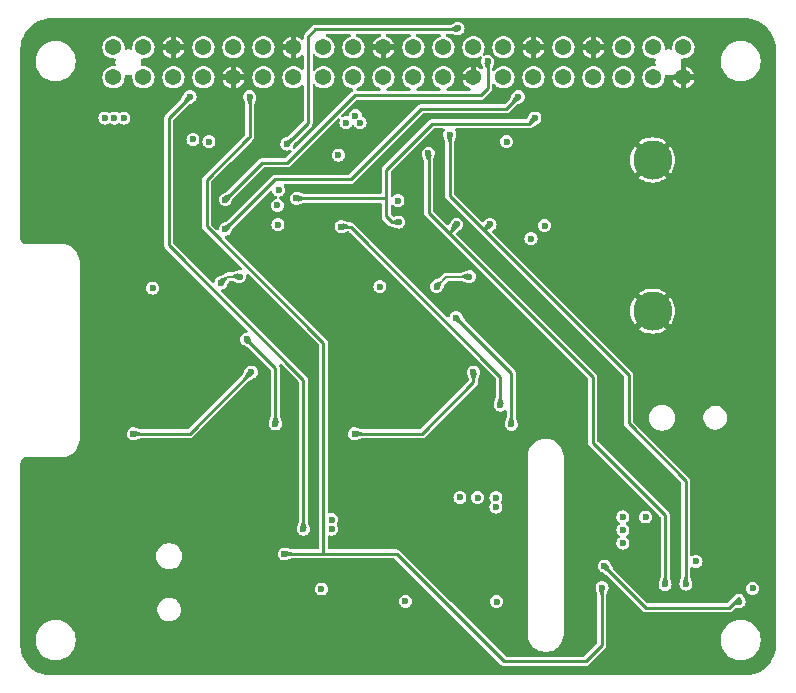
<source format=gbl>
G04 #@! TF.GenerationSoftware,KiCad,Pcbnew,8.0.9-8.0.9-0~ubuntu24.04.1*
G04 #@! TF.CreationDate,2025-06-09T20:21:32+02:00*
G04 #@! TF.ProjectId,rpi_power_warden_hat,7270695f-706f-4776-9572-5f7761726465,rev?*
G04 #@! TF.SameCoordinates,Original*
G04 #@! TF.FileFunction,Copper,L4,Bot*
G04 #@! TF.FilePolarity,Positive*
%FSLAX46Y46*%
G04 Gerber Fmt 4.6, Leading zero omitted, Abs format (unit mm)*
G04 Created by KiCad (PCBNEW 8.0.9-8.0.9-0~ubuntu24.04.1) date 2025-06-09 20:21:32*
%MOMM*%
%LPD*%
G01*
G04 APERTURE LIST*
G04 #@! TA.AperFunction,ComponentPad*
%ADD10C,3.316000*%
G04 #@! TD*
G04 #@! TA.AperFunction,ComponentPad*
%ADD11C,1.370000*%
G04 #@! TD*
G04 #@! TA.AperFunction,ViaPad*
%ADD12C,0.600000*%
G04 #@! TD*
G04 #@! TA.AperFunction,Conductor*
%ADD13C,0.254000*%
G04 #@! TD*
G04 #@! TA.AperFunction,Conductor*
%ADD14C,0.200000*%
G04 #@! TD*
G04 APERTURE END LIST*
D10*
X180936479Y-94982921D03*
X180936479Y-82182921D03*
D11*
X135295599Y-75195001D03*
X135295599Y-72655001D03*
X137835599Y-75195001D03*
X137835599Y-72655001D03*
X140375599Y-75195001D03*
X140375599Y-72655001D03*
X142915599Y-75195001D03*
X142915599Y-72655001D03*
X145455599Y-75195001D03*
X145455599Y-72655001D03*
X147995599Y-75195001D03*
X147995599Y-72655001D03*
X150535599Y-75195001D03*
X150535599Y-72655001D03*
X153075599Y-75195001D03*
X153075599Y-72655001D03*
X155615599Y-75195001D03*
X155615599Y-72655001D03*
X158155599Y-75195001D03*
X158155599Y-72655001D03*
X160695599Y-75195001D03*
X160695599Y-72655001D03*
X163235599Y-75195001D03*
X163235599Y-72655001D03*
X165775599Y-75195001D03*
X165775599Y-72655001D03*
X168315599Y-75195001D03*
X168315599Y-72655001D03*
X170855599Y-75195001D03*
X170855599Y-72655001D03*
X173395599Y-75195001D03*
X173395599Y-72655001D03*
X175935599Y-75195001D03*
X175935599Y-72655001D03*
X178475599Y-75195001D03*
X178475599Y-72655001D03*
X181015599Y-75195001D03*
X181015599Y-72655001D03*
X183555599Y-75195001D03*
X183555599Y-72655001D03*
D12*
X164604279Y-108521921D03*
X150888279Y-92646921D03*
X162242079Y-117208721D03*
X147713279Y-114033721D03*
X146875079Y-107607521D03*
X135274279Y-85438321D03*
X166585479Y-86703321D03*
X148272079Y-80658121D03*
X145706679Y-97980921D03*
X151218479Y-98184121D03*
X142774279Y-122938321D03*
X190817079Y-114948121D03*
X185813279Y-100774921D03*
X164502679Y-100089121D03*
X164502679Y-98006321D03*
X149186479Y-74003321D03*
X147840279Y-107582121D03*
X175274279Y-120438321D03*
X135274279Y-82938321D03*
X190474279Y-110438321D03*
X162191279Y-125133521D03*
X167677679Y-115862521D03*
X145732079Y-100012921D03*
X190474279Y-97938321D03*
X176491479Y-83375921D03*
X157441479Y-125133521D03*
X135274279Y-107938321D03*
X178218679Y-80607321D03*
X180961879Y-92037321D03*
X142861879Y-120231321D03*
X165747279Y-83985521D03*
X178218679Y-83375921D03*
X182841479Y-117437321D03*
X190474279Y-87938321D03*
X130274279Y-107938321D03*
X159498879Y-73952521D03*
X147774279Y-122938321D03*
X190842479Y-117792921D03*
X190274279Y-102938321D03*
X172097279Y-73927121D03*
X190474279Y-82938321D03*
X175881879Y-115989521D03*
X152564679Y-81674121D03*
X162902479Y-89167121D03*
X180758679Y-100800321D03*
X135274279Y-80438321D03*
X172774279Y-102938321D03*
X169455679Y-99200121D03*
X183882879Y-98488921D03*
X171995679Y-86627121D03*
X156679479Y-114287721D03*
X137774279Y-80438321D03*
X182079479Y-98488921D03*
X147738679Y-120256721D03*
X169989079Y-92723121D03*
X190474279Y-92938321D03*
X152336079Y-90919721D03*
X159397279Y-86500121D03*
X151548679Y-87719321D03*
X151320079Y-82918721D03*
X186422879Y-119291521D03*
X140982279Y-87490721D03*
X141744279Y-74003321D03*
X190474279Y-107938321D03*
X184289279Y-80734321D03*
X140982279Y-84772921D03*
X185457679Y-76822721D03*
X180834879Y-85077721D03*
X142912679Y-114033721D03*
X167774279Y-122938321D03*
X190817079Y-116421321D03*
X165747279Y-107632921D03*
X151447079Y-125158921D03*
X156603279Y-110503121D03*
X140982279Y-86195321D03*
X171995679Y-85560321D03*
X171791286Y-87743139D03*
X143374279Y-80638321D03*
X149174279Y-86038321D03*
X168574279Y-80638321D03*
X154974279Y-79038321D03*
X170644978Y-88851921D03*
X149215825Y-87664321D03*
X134574279Y-78638321D03*
X188256871Y-119574104D03*
X136174279Y-78638321D03*
X154342679Y-81775721D03*
X155774279Y-78438321D03*
X156174279Y-79038321D03*
X176847079Y-116573721D03*
X153774279Y-112638321D03*
X135374279Y-78638321D03*
X189403179Y-118465322D03*
X142022585Y-80448087D03*
X153774279Y-113438321D03*
X149282052Y-84730548D03*
X159374279Y-85638321D03*
X155726279Y-105372721D03*
X165774279Y-100142371D03*
X168973079Y-104559521D03*
X164299479Y-95552121D03*
X146974279Y-100138321D03*
X136981079Y-105372721D03*
X149008679Y-104534121D03*
X146570279Y-97371321D03*
X164352378Y-87632121D03*
X161953432Y-81619433D03*
X182003279Y-118123121D03*
X151374279Y-113438321D03*
X141774279Y-76838321D03*
X146836279Y-76838321D03*
X176669279Y-118402521D03*
X149774279Y-115538321D03*
X144774279Y-85538321D03*
X166974279Y-73838321D03*
X170974279Y-78638321D03*
X159430778Y-87438321D03*
X150774279Y-85438321D03*
X164474279Y-71038321D03*
X149974279Y-80838321D03*
X152894879Y-118504121D03*
X138620079Y-93027921D03*
X169574279Y-76838321D03*
X144774279Y-88038321D03*
X167174279Y-87638321D03*
X183755879Y-118097721D03*
X163774279Y-80038321D03*
X162653630Y-92903621D03*
X165417079Y-92068121D03*
X160006879Y-119545521D03*
X157847879Y-92900921D03*
X144399279Y-92588321D03*
X145984142Y-92063157D03*
X154574279Y-87838321D03*
X168058679Y-102933921D03*
X164629679Y-110757121D03*
X167677679Y-111569921D03*
X184619479Y-116167321D03*
X178421879Y-112408121D03*
X167677679Y-110782521D03*
X178421879Y-114617921D03*
X166128279Y-110782521D03*
X180352279Y-112408121D03*
X167740779Y-119584021D03*
X178421879Y-113525721D03*
D13*
X176847079Y-116573721D02*
X180377679Y-120104321D01*
X180377679Y-120104321D02*
X187426654Y-120104321D01*
X187426654Y-120104321D02*
X188256871Y-119274104D01*
X161403479Y-105372721D02*
X155624679Y-105372721D01*
X165774279Y-101001921D02*
X161403479Y-105372721D01*
X165774279Y-100142371D02*
X165774279Y-101001921D01*
X168973079Y-104559521D02*
X168973079Y-100225721D01*
X168973079Y-100225721D02*
X164299479Y-95552121D01*
X141739879Y-105372721D02*
X136981079Y-105372721D01*
X146974279Y-100138321D02*
X141739879Y-105372721D01*
X146570279Y-97371321D02*
X146570279Y-97396721D01*
X146570279Y-97396721D02*
X149008679Y-99835121D01*
X149008679Y-99835121D02*
X149008679Y-104534121D01*
X161974279Y-81640280D02*
X161974279Y-86638321D01*
X164352378Y-87632121D02*
X164352378Y-87660222D01*
X164352378Y-87660222D02*
X163674279Y-88338321D01*
X182003279Y-112255721D02*
X182003279Y-118097721D01*
X161953432Y-81619433D02*
X161974279Y-81640280D01*
X175856479Y-106108921D02*
X182003279Y-112255721D01*
X163674279Y-88338321D02*
X175856479Y-100520521D01*
X175856479Y-100520521D02*
X175856479Y-106108921D01*
X161974279Y-86638321D02*
X163674279Y-88338321D01*
X139974279Y-89403721D02*
X151374279Y-100803721D01*
X139974279Y-78638321D02*
X139974279Y-89403721D01*
X141774279Y-76838321D02*
X139974279Y-78638321D01*
X151374279Y-100803721D02*
X151374279Y-113438321D01*
X153074279Y-115538321D02*
X149774279Y-115538321D01*
X168374279Y-124638321D02*
X159274279Y-115538321D01*
X176669279Y-118402521D02*
X176643879Y-118427921D01*
X146836279Y-80218493D02*
X146836279Y-76838321D01*
X153074279Y-97677721D02*
X143174279Y-87777721D01*
X153074279Y-115538321D02*
X153074279Y-97677721D01*
X143174279Y-83880492D02*
X146695365Y-80359407D01*
X176643879Y-118427921D02*
X176643879Y-123268721D01*
X143174279Y-87777721D02*
X143174279Y-83880492D01*
X176643879Y-123268721D02*
X175274279Y-124638321D01*
X153074279Y-115538321D02*
X159274279Y-115538321D01*
X175274279Y-124638321D02*
X168374279Y-124638321D01*
X146695365Y-80359407D02*
X146836279Y-80218493D01*
X166407679Y-76695721D02*
X166974279Y-76129121D01*
X149974279Y-82438321D02*
X155716879Y-76695721D01*
X144774279Y-85538321D02*
X147874279Y-82438321D01*
X155716879Y-76695721D02*
X166407679Y-76695721D01*
X147874279Y-82438321D02*
X149974279Y-82438321D01*
X166974279Y-76129121D02*
X166974279Y-73838321D01*
X158374279Y-83038321D02*
X158374279Y-85438321D01*
X170478479Y-79134121D02*
X162278479Y-79134121D01*
X158374279Y-85438321D02*
X153774279Y-85438321D01*
X162278479Y-79134121D02*
X158374279Y-83038321D01*
X158374279Y-85438321D02*
X158374279Y-86950321D01*
X158374279Y-86950321D02*
X158862279Y-87438321D01*
X170974279Y-78638321D02*
X170478479Y-79134121D01*
X158862279Y-87438321D02*
X159430778Y-87438321D01*
X150774279Y-85438321D02*
X153774279Y-85438321D01*
X151774279Y-79038321D02*
X149974279Y-80838321D01*
X152374279Y-71138321D02*
X151774279Y-71738321D01*
X164474279Y-71038321D02*
X164374279Y-71138321D01*
X151774279Y-71738321D02*
X151774279Y-79038321D01*
X164374279Y-71138321D02*
X152374279Y-71138321D01*
X148974279Y-83838321D02*
X144774279Y-88038321D01*
X161348479Y-77864121D02*
X155374279Y-83838321D01*
X169574279Y-76838321D02*
X168548479Y-77864121D01*
X155374279Y-83838321D02*
X148974279Y-83838321D01*
X168548479Y-77864121D02*
X161348479Y-77864121D01*
X183755879Y-109334721D02*
X183755879Y-118097721D01*
X163774279Y-80038321D02*
X163774279Y-85240084D01*
X178910679Y-100376484D02*
X178910679Y-104489521D01*
X163774279Y-85240084D02*
X166773397Y-88239203D01*
X167174279Y-87638321D02*
X166773397Y-88039203D01*
X166773397Y-88239203D02*
X178910679Y-100376484D01*
X178910679Y-104489521D02*
X183755879Y-109334721D01*
D14*
X162653630Y-92903621D02*
X163489130Y-92068121D01*
X163489130Y-92068121D02*
X165417079Y-92068121D01*
X145984142Y-92063157D02*
X144924443Y-92063157D01*
X144924443Y-92063157D02*
X144399279Y-92588321D01*
D13*
X155374279Y-87838321D02*
X168058679Y-100522721D01*
X168058679Y-100522721D02*
X168058679Y-102933921D01*
X154574279Y-87838321D02*
X155374279Y-87838321D01*
G04 #@! TA.AperFunction,Conductor*
G36*
X188713483Y-70151110D02*
G01*
X189001014Y-70167873D01*
X189014802Y-70169455D01*
X189288858Y-70216577D01*
X189295343Y-70217692D01*
X189308876Y-70220808D01*
X189582258Y-70300107D01*
X189595346Y-70304712D01*
X189858159Y-70414084D01*
X189870652Y-70420125D01*
X190119586Y-70558195D01*
X190131333Y-70565599D01*
X190360313Y-70728532D01*
X190363258Y-70730627D01*
X190374091Y-70739288D01*
X190586142Y-70929241D01*
X190595930Y-70939052D01*
X190714041Y-71071491D01*
X190785391Y-71151497D01*
X190794037Y-71162359D01*
X190935435Y-71362010D01*
X190958558Y-71394658D01*
X190965932Y-71406416D01*
X191071112Y-71597043D01*
X191103450Y-71655652D01*
X191109467Y-71668167D01*
X191218252Y-71931209D01*
X191222832Y-71944318D01*
X191301524Y-72217872D01*
X191304610Y-72231410D01*
X191352225Y-72512058D01*
X191353777Y-72525857D01*
X191369904Y-72813416D01*
X191370099Y-72820359D01*
X191370099Y-123337369D01*
X191369873Y-123344857D01*
X191353957Y-123607959D01*
X191352152Y-123622823D01*
X191300961Y-123902164D01*
X191297377Y-123916702D01*
X191212894Y-124187820D01*
X191207585Y-124201821D01*
X191091030Y-124460796D01*
X191084071Y-124474055D01*
X190937153Y-124717086D01*
X190928647Y-124729409D01*
X190753504Y-124952963D01*
X190743574Y-124964171D01*
X190542769Y-125164975D01*
X190531561Y-125174905D01*
X190308008Y-125350048D01*
X190295684Y-125358554D01*
X190052653Y-125505470D01*
X190039395Y-125512429D01*
X189780419Y-125628985D01*
X189766418Y-125634294D01*
X189495301Y-125718777D01*
X189480763Y-125722361D01*
X189201421Y-125773553D01*
X189186556Y-125775358D01*
X188923423Y-125791275D01*
X188915936Y-125791501D01*
X129875809Y-125791501D01*
X129868322Y-125791275D01*
X129604646Y-125775325D01*
X129589781Y-125773520D01*
X129310443Y-125722329D01*
X129295905Y-125718745D01*
X129024792Y-125634263D01*
X129010791Y-125628954D01*
X128751819Y-125512401D01*
X128738560Y-125505442D01*
X128495530Y-125358524D01*
X128483209Y-125350020D01*
X128259659Y-125174879D01*
X128248451Y-125164949D01*
X128047650Y-124964148D01*
X128037720Y-124952940D01*
X127862579Y-124729390D01*
X127854077Y-124717073D01*
X127707154Y-124474033D01*
X127700202Y-124460787D01*
X127583643Y-124201804D01*
X127578336Y-124187807D01*
X127550428Y-124098248D01*
X127493853Y-123916693D01*
X127490270Y-123902156D01*
X127439079Y-123622818D01*
X127437274Y-123607953D01*
X127421325Y-123344277D01*
X127421099Y-123336790D01*
X127421099Y-122705550D01*
X128695099Y-122705550D01*
X128695099Y-122928451D01*
X128695100Y-122928467D01*
X128724193Y-123149453D01*
X128724194Y-123149458D01*
X128724195Y-123149464D01*
X128774389Y-123336790D01*
X128781889Y-123364781D01*
X128781892Y-123364791D01*
X128838110Y-123500513D01*
X128867194Y-123570727D01*
X128978651Y-123763775D01*
X128978656Y-123763781D01*
X128978657Y-123763783D01*
X129114350Y-123940623D01*
X129114356Y-123940630D01*
X129271969Y-124098243D01*
X129271975Y-124098248D01*
X129448825Y-124233949D01*
X129641873Y-124345406D01*
X129847818Y-124430711D01*
X130063136Y-124488405D01*
X130284142Y-124517501D01*
X130284149Y-124517501D01*
X130507049Y-124517501D01*
X130507056Y-124517501D01*
X130728062Y-124488405D01*
X130943380Y-124430711D01*
X131149325Y-124345406D01*
X131342373Y-124233949D01*
X131519223Y-124098248D01*
X131676846Y-123940625D01*
X131812547Y-123763775D01*
X131924004Y-123570727D01*
X132009309Y-123364782D01*
X132067003Y-123149464D01*
X132096099Y-122928458D01*
X132096099Y-122705544D01*
X132067003Y-122484538D01*
X132009309Y-122269220D01*
X131924004Y-122063275D01*
X131812547Y-121870227D01*
X131676846Y-121693377D01*
X131676841Y-121693371D01*
X131519228Y-121535758D01*
X131519221Y-121535752D01*
X131342381Y-121400059D01*
X131342379Y-121400058D01*
X131342373Y-121400053D01*
X131149325Y-121288596D01*
X131149321Y-121288594D01*
X130943389Y-121203294D01*
X130943382Y-121203292D01*
X130943380Y-121203291D01*
X130728062Y-121145597D01*
X130728056Y-121145596D01*
X130728051Y-121145595D01*
X130507065Y-121116502D01*
X130507062Y-121116501D01*
X130507056Y-121116501D01*
X130284142Y-121116501D01*
X130284136Y-121116501D01*
X130284132Y-121116502D01*
X130063146Y-121145595D01*
X130063139Y-121145596D01*
X130063136Y-121145597D01*
X129847818Y-121203291D01*
X129847808Y-121203294D01*
X129641876Y-121288594D01*
X129641872Y-121288596D01*
X129448825Y-121400053D01*
X129448816Y-121400059D01*
X129271976Y-121535752D01*
X129271969Y-121535758D01*
X129114356Y-121693371D01*
X129114350Y-121693378D01*
X128978657Y-121870218D01*
X128978651Y-121870227D01*
X128867194Y-122063274D01*
X128867192Y-122063278D01*
X128781892Y-122269210D01*
X128781889Y-122269220D01*
X128737014Y-122436699D01*
X128724196Y-122484535D01*
X128724193Y-122484548D01*
X128695100Y-122705534D01*
X128695099Y-122705550D01*
X127421099Y-122705550D01*
X127421099Y-120348543D01*
X138999499Y-120348543D01*
X139037947Y-120541829D01*
X139037950Y-120541839D01*
X139113364Y-120723907D01*
X139113371Y-120723920D01*
X139222860Y-120887781D01*
X139222863Y-120887785D01*
X139362214Y-121027136D01*
X139362218Y-121027139D01*
X139526079Y-121136628D01*
X139526092Y-121136635D01*
X139708160Y-121212049D01*
X139708165Y-121212051D01*
X139708169Y-121212051D01*
X139708170Y-121212052D01*
X139901456Y-121250500D01*
X139901459Y-121250500D01*
X140098543Y-121250500D01*
X140228582Y-121224632D01*
X140291835Y-121212051D01*
X140452268Y-121145598D01*
X140473907Y-121136635D01*
X140473907Y-121136634D01*
X140473914Y-121136632D01*
X140637782Y-121027139D01*
X140777139Y-120887782D01*
X140886632Y-120723914D01*
X140962051Y-120541835D01*
X140983285Y-120435087D01*
X141000500Y-120348543D01*
X141000500Y-120151456D01*
X140962052Y-119958170D01*
X140962051Y-119958169D01*
X140962051Y-119958165D01*
X140906125Y-119823146D01*
X140886635Y-119776092D01*
X140886628Y-119776079D01*
X140777139Y-119612218D01*
X140777136Y-119612214D01*
X140710443Y-119545521D01*
X159451629Y-119545521D01*
X159460409Y-119612214D01*
X159470549Y-119689229D01*
X159470550Y-119689233D01*
X159526016Y-119823143D01*
X159526017Y-119823145D01*
X159526018Y-119823146D01*
X159614258Y-119938142D01*
X159729254Y-120026382D01*
X159863170Y-120081851D01*
X159990159Y-120098569D01*
X160006878Y-120100771D01*
X160006879Y-120100771D01*
X160006880Y-120100771D01*
X160021856Y-120098799D01*
X160150588Y-120081851D01*
X160284504Y-120026382D01*
X160399500Y-119938142D01*
X160487740Y-119823146D01*
X160543209Y-119689230D01*
X160562129Y-119545521D01*
X160543209Y-119401812D01*
X160487740Y-119267896D01*
X160399500Y-119152900D01*
X160284504Y-119064660D01*
X160284503Y-119064659D01*
X160284501Y-119064658D01*
X160150591Y-119009192D01*
X160150589Y-119009191D01*
X160150588Y-119009191D01*
X160078733Y-118999731D01*
X160006880Y-118990271D01*
X160006878Y-118990271D01*
X159863170Y-119009191D01*
X159863166Y-119009192D01*
X159729256Y-119064658D01*
X159614258Y-119152900D01*
X159526016Y-119267898D01*
X159470550Y-119401808D01*
X159470549Y-119401812D01*
X159451629Y-119545521D01*
X140710443Y-119545521D01*
X140637785Y-119472863D01*
X140637781Y-119472860D01*
X140473920Y-119363371D01*
X140473907Y-119363364D01*
X140291839Y-119287950D01*
X140291829Y-119287947D01*
X140098543Y-119249500D01*
X140098541Y-119249500D01*
X139901459Y-119249500D01*
X139901457Y-119249500D01*
X139708170Y-119287947D01*
X139708160Y-119287950D01*
X139526092Y-119363364D01*
X139526079Y-119363371D01*
X139362218Y-119472860D01*
X139362214Y-119472863D01*
X139222863Y-119612214D01*
X139222860Y-119612218D01*
X139113371Y-119776079D01*
X139113364Y-119776092D01*
X139037950Y-119958160D01*
X139037947Y-119958170D01*
X138999500Y-120151456D01*
X138999500Y-120151459D01*
X138999500Y-120348541D01*
X138999500Y-120348543D01*
X138999499Y-120348543D01*
X127421099Y-120348543D01*
X127421099Y-118504121D01*
X152339629Y-118504121D01*
X152353115Y-118606559D01*
X152358549Y-118647829D01*
X152358550Y-118647833D01*
X152414016Y-118781743D01*
X152414017Y-118781745D01*
X152414018Y-118781746D01*
X152502258Y-118896742D01*
X152617254Y-118984982D01*
X152617255Y-118984982D01*
X152617256Y-118984983D01*
X152661892Y-119003471D01*
X152751170Y-119040451D01*
X152872244Y-119056391D01*
X152894878Y-119059371D01*
X152894879Y-119059371D01*
X152894880Y-119059371D01*
X152909856Y-119057399D01*
X153038588Y-119040451D01*
X153172504Y-118984982D01*
X153287500Y-118896742D01*
X153375740Y-118781746D01*
X153431209Y-118647830D01*
X153450129Y-118504121D01*
X153431209Y-118360412D01*
X153375740Y-118226496D01*
X153287500Y-118111500D01*
X153172504Y-118023260D01*
X153172503Y-118023259D01*
X153172501Y-118023258D01*
X153038591Y-117967792D01*
X153038589Y-117967791D01*
X153038588Y-117967791D01*
X152952089Y-117956403D01*
X152894880Y-117948871D01*
X152894878Y-117948871D01*
X152751170Y-117967791D01*
X152751166Y-117967792D01*
X152617256Y-118023258D01*
X152502258Y-118111500D01*
X152414016Y-118226498D01*
X152358550Y-118360408D01*
X152358549Y-118360412D01*
X152339629Y-118504121D01*
X127421099Y-118504121D01*
X127421099Y-115663389D01*
X138899500Y-115663389D01*
X138899500Y-115836610D01*
X138914440Y-115930942D01*
X138926598Y-116007701D01*
X138980127Y-116172445D01*
X139058768Y-116326788D01*
X139160586Y-116466928D01*
X139283072Y-116589414D01*
X139423212Y-116691232D01*
X139577555Y-116769873D01*
X139742299Y-116823402D01*
X139913389Y-116850500D01*
X139913390Y-116850500D01*
X140086610Y-116850500D01*
X140086611Y-116850500D01*
X140257701Y-116823402D01*
X140422445Y-116769873D01*
X140576788Y-116691232D01*
X140716928Y-116589414D01*
X140839414Y-116466928D01*
X140941232Y-116326788D01*
X141019873Y-116172445D01*
X141073402Y-116007701D01*
X141100500Y-115836611D01*
X141100500Y-115663389D01*
X141073402Y-115492299D01*
X141019873Y-115327555D01*
X140941232Y-115173212D01*
X140839414Y-115033072D01*
X140716928Y-114910586D01*
X140576788Y-114808768D01*
X140422445Y-114730127D01*
X140257701Y-114676598D01*
X140257699Y-114676597D01*
X140257698Y-114676597D01*
X140126271Y-114655781D01*
X140086611Y-114649500D01*
X139913389Y-114649500D01*
X139873728Y-114655781D01*
X139742302Y-114676597D01*
X139577552Y-114730128D01*
X139423211Y-114808768D01*
X139343256Y-114866859D01*
X139283072Y-114910586D01*
X139283070Y-114910588D01*
X139283069Y-114910588D01*
X139160588Y-115033069D01*
X139160588Y-115033070D01*
X139160586Y-115033072D01*
X139142867Y-115057460D01*
X139058768Y-115173211D01*
X138980128Y-115327552D01*
X138926597Y-115492302D01*
X138899500Y-115663389D01*
X127421099Y-115663389D01*
X127421099Y-107892985D01*
X127423482Y-107868791D01*
X127424862Y-107861853D01*
X127424862Y-107825125D01*
X127425923Y-107808940D01*
X127437301Y-107722520D01*
X127438771Y-107711349D01*
X127447149Y-107680082D01*
X127481682Y-107596712D01*
X127497867Y-107568679D01*
X127552799Y-107497089D01*
X127575686Y-107474201D01*
X127647280Y-107419265D01*
X127675309Y-107403082D01*
X127758682Y-107368548D01*
X127789948Y-107360171D01*
X127887525Y-107347325D01*
X127903710Y-107346264D01*
X127940455Y-107346264D01*
X127947393Y-107344884D01*
X127971584Y-107342501D01*
X130952275Y-107342501D01*
X130952295Y-107342499D01*
X131004703Y-107342499D01*
X131004706Y-107342499D01*
X131220696Y-107311445D01*
X131430069Y-107249967D01*
X131628561Y-107159319D01*
X131812132Y-107041345D01*
X131977045Y-106898447D01*
X132119944Y-106733534D01*
X132237918Y-106549963D01*
X132328567Y-106351471D01*
X132390044Y-106142098D01*
X132421099Y-105926108D01*
X132421099Y-105817002D01*
X132421099Y-105772148D01*
X132421099Y-105772147D01*
X132421099Y-105372720D01*
X136425829Y-105372720D01*
X136425829Y-105372721D01*
X136444749Y-105516429D01*
X136444750Y-105516433D01*
X136500216Y-105650343D01*
X136500217Y-105650345D01*
X136500218Y-105650346D01*
X136588458Y-105765342D01*
X136703454Y-105853582D01*
X136837370Y-105909051D01*
X136964359Y-105925769D01*
X136981078Y-105927971D01*
X136981079Y-105927971D01*
X136981080Y-105927971D01*
X136997798Y-105925769D01*
X137124788Y-105909051D01*
X137147845Y-105899499D01*
X137175695Y-105892441D01*
X137175613Y-105892040D01*
X137181568Y-105890820D01*
X137181580Y-105890819D01*
X137617957Y-105755764D01*
X137654618Y-105750221D01*
X141789576Y-105750221D01*
X141789578Y-105750221D01*
X141885589Y-105724495D01*
X141971669Y-105674796D01*
X146764951Y-100881513D01*
X146794787Y-100859514D01*
X147198853Y-100646447D01*
X147200543Y-100645141D01*
X147228895Y-100628712D01*
X147251904Y-100619182D01*
X147366900Y-100530942D01*
X147455140Y-100415946D01*
X147510609Y-100282030D01*
X147529529Y-100138321D01*
X147510609Y-99994612D01*
X147464693Y-99883759D01*
X147455141Y-99860698D01*
X147455140Y-99860697D01*
X147455140Y-99860696D01*
X147366900Y-99745700D01*
X147251904Y-99657460D01*
X147251903Y-99657459D01*
X147251901Y-99657458D01*
X147117991Y-99601992D01*
X147117989Y-99601991D01*
X147117988Y-99601991D01*
X147046133Y-99592531D01*
X146974280Y-99583071D01*
X146974278Y-99583071D01*
X146830570Y-99601991D01*
X146830566Y-99601992D01*
X146696656Y-99657458D01*
X146581658Y-99745700D01*
X146493417Y-99860697D01*
X146483864Y-99883759D01*
X146469168Y-99908438D01*
X146469508Y-99908662D01*
X146466149Y-99913749D01*
X146253084Y-100317809D01*
X146231080Y-100347652D01*
X141619833Y-104958902D01*
X141558510Y-104992387D01*
X141532152Y-104995221D01*
X137654621Y-104995221D01*
X137617960Y-104989678D01*
X137181576Y-104854621D01*
X137181570Y-104854619D01*
X137179445Y-104854347D01*
X137147795Y-104845920D01*
X137124792Y-104836392D01*
X137124788Y-104836391D01*
X137052933Y-104826931D01*
X136981080Y-104817471D01*
X136981078Y-104817471D01*
X136837370Y-104836391D01*
X136837366Y-104836392D01*
X136703456Y-104891858D01*
X136588458Y-104980100D01*
X136500216Y-105095098D01*
X136444750Y-105229008D01*
X136444749Y-105229012D01*
X136425829Y-105372720D01*
X132421099Y-105372720D01*
X132421099Y-93027921D01*
X138064829Y-93027921D01*
X138077200Y-93121890D01*
X138083749Y-93171629D01*
X138083750Y-93171633D01*
X138139216Y-93305543D01*
X138139217Y-93305545D01*
X138139218Y-93305546D01*
X138227458Y-93420542D01*
X138342454Y-93508782D01*
X138476370Y-93564251D01*
X138603359Y-93580969D01*
X138620078Y-93583171D01*
X138620079Y-93583171D01*
X138620080Y-93583171D01*
X138635056Y-93581199D01*
X138763788Y-93564251D01*
X138897704Y-93508782D01*
X139012700Y-93420542D01*
X139100940Y-93305546D01*
X139156409Y-93171630D01*
X139175329Y-93027921D01*
X139156409Y-92884212D01*
X139100940Y-92750296D01*
X139012700Y-92635300D01*
X138897704Y-92547060D01*
X138897703Y-92547059D01*
X138897701Y-92547058D01*
X138763791Y-92491592D01*
X138763789Y-92491591D01*
X138763788Y-92491591D01*
X138691933Y-92482131D01*
X138620080Y-92472671D01*
X138620078Y-92472671D01*
X138476370Y-92491591D01*
X138476366Y-92491592D01*
X138342456Y-92547058D01*
X138227458Y-92635300D01*
X138139216Y-92750298D01*
X138083750Y-92884208D01*
X138083749Y-92884212D01*
X138064829Y-93027921D01*
X132421099Y-93027921D01*
X132421099Y-90772146D01*
X132421099Y-90763890D01*
X132420327Y-90756052D01*
X132420327Y-90707952D01*
X132420327Y-90707949D01*
X132389288Y-90492068D01*
X132327842Y-90282801D01*
X132327841Y-90282799D01*
X132327840Y-90282795D01*
X132237245Y-90084420D01*
X132237236Y-90084403D01*
X132119325Y-89900931D01*
X131976499Y-89736100D01*
X131811668Y-89593274D01*
X131628196Y-89475363D01*
X131628179Y-89475354D01*
X131429804Y-89384759D01*
X131220530Y-89323311D01*
X131066727Y-89301198D01*
X131004651Y-89292273D01*
X131004649Y-89292273D01*
X130956548Y-89292273D01*
X130948709Y-89291501D01*
X130940454Y-89291501D01*
X127872849Y-89291501D01*
X127856664Y-89290440D01*
X127787923Y-89281390D01*
X127756656Y-89273012D01*
X127671397Y-89237696D01*
X127643367Y-89221513D01*
X127610109Y-89195993D01*
X127570153Y-89165333D01*
X127547266Y-89142446D01*
X127513252Y-89098119D01*
X127491084Y-89069230D01*
X127474904Y-89041204D01*
X127439585Y-88955938D01*
X127431210Y-88924680D01*
X127422160Y-88855934D01*
X127421099Y-88839750D01*
X127421099Y-78638320D01*
X134019029Y-78638320D01*
X134019029Y-78638321D01*
X134037949Y-78782029D01*
X134037950Y-78782033D01*
X134093416Y-78915943D01*
X134093417Y-78915945D01*
X134093418Y-78915946D01*
X134181658Y-79030942D01*
X134296654Y-79119182D01*
X134296655Y-79119182D01*
X134296656Y-79119183D01*
X134341292Y-79137671D01*
X134430570Y-79174651D01*
X134557559Y-79191369D01*
X134574278Y-79193571D01*
X134574279Y-79193571D01*
X134574280Y-79193571D01*
X134589256Y-79191599D01*
X134717988Y-79174651D01*
X134851904Y-79119182D01*
X134898793Y-79083202D01*
X134963961Y-79058008D01*
X135032406Y-79072046D01*
X135049762Y-79083201D01*
X135096654Y-79119182D01*
X135230570Y-79174651D01*
X135357559Y-79191369D01*
X135374278Y-79193571D01*
X135374279Y-79193571D01*
X135374280Y-79193571D01*
X135389256Y-79191599D01*
X135517988Y-79174651D01*
X135651904Y-79119182D01*
X135698793Y-79083202D01*
X135763961Y-79058008D01*
X135832406Y-79072046D01*
X135849762Y-79083201D01*
X135896654Y-79119182D01*
X136030570Y-79174651D01*
X136157559Y-79191369D01*
X136174278Y-79193571D01*
X136174279Y-79193571D01*
X136174280Y-79193571D01*
X136189256Y-79191599D01*
X136317988Y-79174651D01*
X136451904Y-79119182D01*
X136566900Y-79030942D01*
X136655140Y-78915946D01*
X136710609Y-78782030D01*
X136729529Y-78638321D01*
X136722986Y-78588622D01*
X139596779Y-78588622D01*
X139596779Y-89354022D01*
X139596779Y-89453420D01*
X139622505Y-89549431D01*
X139672204Y-89635511D01*
X139672206Y-89635513D01*
X146642100Y-96605407D01*
X146675585Y-96666730D01*
X146670601Y-96736422D01*
X146628729Y-96792355D01*
X146570606Y-96816027D01*
X146426570Y-96834991D01*
X146426566Y-96834992D01*
X146292656Y-96890458D01*
X146177658Y-96978700D01*
X146089416Y-97093698D01*
X146033950Y-97227608D01*
X146033949Y-97227612D01*
X146015029Y-97371320D01*
X146015029Y-97371321D01*
X146033949Y-97515029D01*
X146033950Y-97515033D01*
X146089416Y-97648943D01*
X146089417Y-97648945D01*
X146089418Y-97648946D01*
X146177658Y-97763942D01*
X146292654Y-97852182D01*
X146309332Y-97859090D01*
X146309344Y-97859095D01*
X146333499Y-97872423D01*
X146338020Y-97875621D01*
X146735089Y-98101651D01*
X146761424Y-98121732D01*
X148594860Y-99955167D01*
X148628345Y-100016490D01*
X148631179Y-100042848D01*
X148631179Y-103860577D01*
X148625636Y-103897238D01*
X148490578Y-104333624D01*
X148490305Y-104335756D01*
X148481879Y-104367403D01*
X148472349Y-104390411D01*
X148472349Y-104390412D01*
X148453429Y-104534120D01*
X148453429Y-104534121D01*
X148472349Y-104677829D01*
X148472350Y-104677833D01*
X148527816Y-104811743D01*
X148527817Y-104811745D01*
X148527818Y-104811746D01*
X148616058Y-104926742D01*
X148731054Y-105014982D01*
X148864970Y-105070451D01*
X148991959Y-105087169D01*
X149008678Y-105089371D01*
X149008679Y-105089371D01*
X149008680Y-105089371D01*
X149023656Y-105087399D01*
X149152388Y-105070451D01*
X149286304Y-105014982D01*
X149401300Y-104926742D01*
X149489540Y-104811746D01*
X149545009Y-104677830D01*
X149563929Y-104534121D01*
X149545009Y-104390412D01*
X149535456Y-104367350D01*
X149528400Y-104339503D01*
X149527998Y-104339586D01*
X149526778Y-104333628D01*
X149526777Y-104333619D01*
X149391722Y-103897238D01*
X149386179Y-103860578D01*
X149386179Y-99785424D01*
X149386179Y-99785422D01*
X149360453Y-99689412D01*
X149331898Y-99639954D01*
X149315426Y-99572055D01*
X149338279Y-99506028D01*
X149393200Y-99462837D01*
X149462753Y-99456196D01*
X149524856Y-99488212D01*
X149526967Y-99490274D01*
X150960460Y-100923767D01*
X150993945Y-100985090D01*
X150996779Y-101011448D01*
X150996779Y-112764777D01*
X150991236Y-112801438D01*
X150856178Y-113237824D01*
X150855905Y-113239956D01*
X150847479Y-113271603D01*
X150837949Y-113294611D01*
X150837949Y-113294612D01*
X150819029Y-113438320D01*
X150819029Y-113438321D01*
X150837949Y-113582029D01*
X150837950Y-113582033D01*
X150893416Y-113715943D01*
X150893417Y-113715945D01*
X150893418Y-113715946D01*
X150981658Y-113830942D01*
X151096654Y-113919182D01*
X151230570Y-113974651D01*
X151357559Y-113991369D01*
X151374278Y-113993571D01*
X151374279Y-113993571D01*
X151374280Y-113993571D01*
X151389256Y-113991599D01*
X151517988Y-113974651D01*
X151651904Y-113919182D01*
X151766900Y-113830942D01*
X151855140Y-113715946D01*
X151910609Y-113582030D01*
X151929529Y-113438321D01*
X151910609Y-113294612D01*
X151901056Y-113271550D01*
X151894000Y-113243703D01*
X151893598Y-113243786D01*
X151892378Y-113237828D01*
X151892377Y-113237819D01*
X151757322Y-112801438D01*
X151751779Y-112764778D01*
X151751779Y-100754024D01*
X151751778Y-100754020D01*
X151731560Y-100678561D01*
X151726054Y-100658015D01*
X151726053Y-100658011D01*
X151715982Y-100640567D01*
X151676359Y-100571937D01*
X151676353Y-100571929D01*
X148083124Y-96978700D01*
X144443392Y-93338969D01*
X144409908Y-93277647D01*
X144414892Y-93207955D01*
X144456764Y-93152022D01*
X144514887Y-93128350D01*
X144542988Y-93124651D01*
X144676904Y-93069182D01*
X144791900Y-92980942D01*
X144880140Y-92865946D01*
X144894048Y-92832368D01*
X144908534Y-92806599D01*
X144912829Y-92800731D01*
X145014806Y-92581450D01*
X145059489Y-92485368D01*
X145105607Y-92432881D01*
X145171925Y-92413657D01*
X145303333Y-92413657D01*
X145345864Y-92421179D01*
X145637455Y-92527651D01*
X145637456Y-92527651D01*
X145771203Y-92576487D01*
X145780167Y-92577981D01*
X145807221Y-92585729D01*
X145840433Y-92599487D01*
X145878138Y-92604451D01*
X145984141Y-92618407D01*
X145984142Y-92618407D01*
X145984143Y-92618407D01*
X145999119Y-92616435D01*
X146127851Y-92599487D01*
X146261767Y-92544018D01*
X146376763Y-92455778D01*
X146465003Y-92340782D01*
X146520472Y-92206866D01*
X146539392Y-92063157D01*
X146528479Y-91980270D01*
X146539244Y-91911238D01*
X146585623Y-91858982D01*
X146652892Y-91840096D01*
X146719693Y-91860576D01*
X146739099Y-91876406D01*
X152660460Y-97797767D01*
X152693945Y-97859090D01*
X152696779Y-97885448D01*
X152696779Y-115036821D01*
X152677094Y-115103860D01*
X152624290Y-115149615D01*
X152572779Y-115160821D01*
X150447821Y-115160821D01*
X150411160Y-115155278D01*
X149974776Y-115020221D01*
X149974770Y-115020219D01*
X149972645Y-115019947D01*
X149940995Y-115011520D01*
X149917992Y-115001992D01*
X149917988Y-115001991D01*
X149846133Y-114992531D01*
X149774280Y-114983071D01*
X149774278Y-114983071D01*
X149630570Y-115001991D01*
X149630566Y-115001992D01*
X149496656Y-115057458D01*
X149381658Y-115145700D01*
X149293416Y-115260698D01*
X149237950Y-115394608D01*
X149237949Y-115394612D01*
X149219029Y-115538321D01*
X149231229Y-115630991D01*
X149237949Y-115682029D01*
X149237950Y-115682033D01*
X149293416Y-115815943D01*
X149293417Y-115815945D01*
X149293418Y-115815946D01*
X149381658Y-115930942D01*
X149496654Y-116019182D01*
X149630570Y-116074651D01*
X149757559Y-116091369D01*
X149774278Y-116093571D01*
X149774279Y-116093571D01*
X149774280Y-116093571D01*
X149790998Y-116091369D01*
X149917988Y-116074651D01*
X149941045Y-116065099D01*
X149968895Y-116058041D01*
X149968813Y-116057640D01*
X149974768Y-116056420D01*
X149974780Y-116056419D01*
X150411157Y-115921364D01*
X150447818Y-115915821D01*
X153024580Y-115915821D01*
X159066552Y-115915821D01*
X159133591Y-115935506D01*
X159154232Y-115952139D01*
X168142488Y-124940396D01*
X168174438Y-124958842D01*
X168228570Y-124990095D01*
X168324580Y-125015821D01*
X168324583Y-125015821D01*
X175323976Y-125015821D01*
X175323978Y-125015821D01*
X175419989Y-124990095D01*
X175506069Y-124940396D01*
X176945954Y-123500511D01*
X176995653Y-123414431D01*
X177021379Y-123318420D01*
X177021379Y-123219022D01*
X177021379Y-122705550D01*
X186695099Y-122705550D01*
X186695099Y-122928451D01*
X186695100Y-122928467D01*
X186724193Y-123149453D01*
X186724194Y-123149458D01*
X186724195Y-123149464D01*
X186774389Y-123336790D01*
X186781889Y-123364781D01*
X186781892Y-123364791D01*
X186838110Y-123500513D01*
X186867194Y-123570727D01*
X186978651Y-123763775D01*
X186978656Y-123763781D01*
X186978657Y-123763783D01*
X187114350Y-123940623D01*
X187114356Y-123940630D01*
X187271969Y-124098243D01*
X187271975Y-124098248D01*
X187448825Y-124233949D01*
X187641873Y-124345406D01*
X187847818Y-124430711D01*
X188063136Y-124488405D01*
X188284142Y-124517501D01*
X188284149Y-124517501D01*
X188507049Y-124517501D01*
X188507056Y-124517501D01*
X188728062Y-124488405D01*
X188943380Y-124430711D01*
X189149325Y-124345406D01*
X189342373Y-124233949D01*
X189519223Y-124098248D01*
X189676846Y-123940625D01*
X189812547Y-123763775D01*
X189924004Y-123570727D01*
X190009309Y-123364782D01*
X190067003Y-123149464D01*
X190096099Y-122928458D01*
X190096099Y-122705544D01*
X190067003Y-122484538D01*
X190009309Y-122269220D01*
X189924004Y-122063275D01*
X189812547Y-121870227D01*
X189676846Y-121693377D01*
X189676841Y-121693371D01*
X189519228Y-121535758D01*
X189519221Y-121535752D01*
X189342381Y-121400059D01*
X189342379Y-121400058D01*
X189342373Y-121400053D01*
X189149325Y-121288596D01*
X189149321Y-121288594D01*
X188943389Y-121203294D01*
X188943382Y-121203292D01*
X188943380Y-121203291D01*
X188728062Y-121145597D01*
X188728056Y-121145596D01*
X188728051Y-121145595D01*
X188507065Y-121116502D01*
X188507062Y-121116501D01*
X188507056Y-121116501D01*
X188284142Y-121116501D01*
X188284136Y-121116501D01*
X188284132Y-121116502D01*
X188063146Y-121145595D01*
X188063139Y-121145596D01*
X188063136Y-121145597D01*
X187847818Y-121203291D01*
X187847808Y-121203294D01*
X187641876Y-121288594D01*
X187641872Y-121288596D01*
X187448825Y-121400053D01*
X187448816Y-121400059D01*
X187271976Y-121535752D01*
X187271969Y-121535758D01*
X187114356Y-121693371D01*
X187114350Y-121693378D01*
X186978657Y-121870218D01*
X186978651Y-121870227D01*
X186867194Y-122063274D01*
X186867192Y-122063278D01*
X186781892Y-122269210D01*
X186781889Y-122269220D01*
X186737014Y-122436699D01*
X186724196Y-122484535D01*
X186724193Y-122484548D01*
X186695100Y-122705534D01*
X186695099Y-122705550D01*
X177021379Y-122705550D01*
X177021379Y-119078350D01*
X177028920Y-119035767D01*
X177038637Y-119009192D01*
X177182564Y-118615571D01*
X177184069Y-118606557D01*
X177191812Y-118579537D01*
X177205609Y-118546230D01*
X177224529Y-118402521D01*
X177205609Y-118258812D01*
X177150140Y-118124896D01*
X177061900Y-118009900D01*
X176946904Y-117921660D01*
X176946903Y-117921659D01*
X176946901Y-117921658D01*
X176812991Y-117866192D01*
X176812989Y-117866191D01*
X176812988Y-117866191D01*
X176741133Y-117856731D01*
X176669280Y-117847271D01*
X176669278Y-117847271D01*
X176525570Y-117866191D01*
X176525566Y-117866192D01*
X176391656Y-117921658D01*
X176276658Y-118009900D01*
X176188416Y-118124898D01*
X176132950Y-118258808D01*
X176132949Y-118258812D01*
X176114029Y-118402520D01*
X176114029Y-118402521D01*
X176132949Y-118546231D01*
X176139117Y-118561123D01*
X176147045Y-118589288D01*
X176147377Y-118591399D01*
X176214813Y-118850920D01*
X176255939Y-119009191D01*
X176262393Y-119034026D01*
X176266379Y-119065212D01*
X176266379Y-123060994D01*
X176246694Y-123128033D01*
X176230060Y-123148675D01*
X175154233Y-124224502D01*
X175092910Y-124257987D01*
X175066552Y-124260821D01*
X168582007Y-124260821D01*
X168514968Y-124241136D01*
X168494326Y-124224502D01*
X163853844Y-119584021D01*
X167185529Y-119584021D01*
X167203143Y-119717813D01*
X167204449Y-119727729D01*
X167204450Y-119727733D01*
X167259916Y-119861643D01*
X167259917Y-119861645D01*
X167259918Y-119861646D01*
X167348158Y-119976642D01*
X167463154Y-120064882D01*
X167597070Y-120120351D01*
X167724059Y-120137069D01*
X167740778Y-120139271D01*
X167740779Y-120139271D01*
X167740780Y-120139271D01*
X167755756Y-120137299D01*
X167884488Y-120120351D01*
X168018404Y-120064882D01*
X168133400Y-119976642D01*
X168221640Y-119861646D01*
X168277109Y-119727730D01*
X168296029Y-119584021D01*
X168277109Y-119440312D01*
X168221640Y-119306396D01*
X168133400Y-119191400D01*
X168018404Y-119103160D01*
X168018403Y-119103159D01*
X168018401Y-119103158D01*
X167884491Y-119047692D01*
X167884489Y-119047691D01*
X167884488Y-119047691D01*
X167780694Y-119034026D01*
X167740780Y-119028771D01*
X167740778Y-119028771D01*
X167597070Y-119047691D01*
X167597066Y-119047692D01*
X167463156Y-119103158D01*
X167348158Y-119191400D01*
X167259916Y-119306398D01*
X167204450Y-119440308D01*
X167204449Y-119440312D01*
X167186835Y-119574104D01*
X167185529Y-119584021D01*
X163853844Y-119584021D01*
X159506071Y-115236248D01*
X159506069Y-115236246D01*
X159419989Y-115186547D01*
X159323978Y-115160821D01*
X159323977Y-115160821D01*
X153575779Y-115160821D01*
X153508740Y-115141136D01*
X153462985Y-115088332D01*
X153451779Y-115036821D01*
X153451779Y-114086172D01*
X153471464Y-114019133D01*
X153524268Y-113973378D01*
X153593426Y-113963434D01*
X153623226Y-113971609D01*
X153630570Y-113974651D01*
X153726376Y-113987264D01*
X153774278Y-113993571D01*
X153774279Y-113993571D01*
X153774280Y-113993571D01*
X153789256Y-113991599D01*
X153917988Y-113974651D01*
X154051904Y-113919182D01*
X154166900Y-113830942D01*
X154255140Y-113715946D01*
X154310609Y-113582030D01*
X154329529Y-113438321D01*
X154310609Y-113294612D01*
X154255140Y-113160696D01*
X154219160Y-113113806D01*
X154193966Y-113048639D01*
X154208004Y-112980194D01*
X154219161Y-112962834D01*
X154233267Y-112944451D01*
X154255140Y-112915946D01*
X154310609Y-112782030D01*
X154329529Y-112638321D01*
X154310609Y-112494612D01*
X154255140Y-112360696D01*
X154166900Y-112245700D01*
X154051904Y-112157460D01*
X154051903Y-112157459D01*
X154051901Y-112157458D01*
X153917991Y-112101992D01*
X153917989Y-112101991D01*
X153917988Y-112101991D01*
X153846133Y-112092531D01*
X153774280Y-112083071D01*
X153774278Y-112083071D01*
X153630570Y-112101991D01*
X153630563Y-112101993D01*
X153623226Y-112105032D01*
X153553757Y-112112498D01*
X153491279Y-112081220D01*
X153455629Y-112021129D01*
X153451779Y-111990469D01*
X153451779Y-110757120D01*
X164074429Y-110757120D01*
X164074429Y-110757121D01*
X164093349Y-110900829D01*
X164093350Y-110900833D01*
X164148816Y-111034743D01*
X164148817Y-111034745D01*
X164148818Y-111034746D01*
X164237058Y-111149742D01*
X164352054Y-111237982D01*
X164352055Y-111237982D01*
X164352056Y-111237983D01*
X164385194Y-111251709D01*
X164485970Y-111293451D01*
X164612959Y-111310169D01*
X164629678Y-111312371D01*
X164629679Y-111312371D01*
X164629680Y-111312371D01*
X164644656Y-111310399D01*
X164773388Y-111293451D01*
X164907304Y-111237982D01*
X165022300Y-111149742D01*
X165110540Y-111034746D01*
X165166009Y-110900830D01*
X165181585Y-110782520D01*
X165573029Y-110782520D01*
X165573029Y-110782521D01*
X165591949Y-110926229D01*
X165591950Y-110926233D01*
X165647416Y-111060143D01*
X165647417Y-111060144D01*
X165647418Y-111060146D01*
X165735658Y-111175142D01*
X165850654Y-111263382D01*
X165984570Y-111318851D01*
X166111559Y-111335569D01*
X166128278Y-111337771D01*
X166128279Y-111337771D01*
X166128280Y-111337771D01*
X166143256Y-111335799D01*
X166271988Y-111318851D01*
X166405904Y-111263382D01*
X166520900Y-111175142D01*
X166609140Y-111060146D01*
X166664609Y-110926230D01*
X166683529Y-110782521D01*
X166683529Y-110782520D01*
X167122429Y-110782520D01*
X167122429Y-110782521D01*
X167141349Y-110926229D01*
X167141350Y-110926233D01*
X167196817Y-111060144D01*
X167196818Y-111060146D01*
X167227963Y-111100735D01*
X167253157Y-111165904D01*
X167239119Y-111234349D01*
X167227963Y-111251707D01*
X167196818Y-111292295D01*
X167196817Y-111292297D01*
X167141350Y-111426208D01*
X167141349Y-111426212D01*
X167122429Y-111569920D01*
X167122429Y-111569921D01*
X167141349Y-111713629D01*
X167141350Y-111713633D01*
X167196816Y-111847543D01*
X167196817Y-111847545D01*
X167196818Y-111847546D01*
X167285058Y-111962542D01*
X167400054Y-112050782D01*
X167533970Y-112106251D01*
X167660959Y-112122969D01*
X167677678Y-112125171D01*
X167677679Y-112125171D01*
X167677680Y-112125171D01*
X167692656Y-112123199D01*
X167821388Y-112106251D01*
X167955304Y-112050782D01*
X168070300Y-111962542D01*
X168158540Y-111847546D01*
X168214009Y-111713630D01*
X168232929Y-111569921D01*
X168214009Y-111426212D01*
X168169539Y-111318850D01*
X168158541Y-111292298D01*
X168158540Y-111292297D01*
X168158540Y-111292296D01*
X168127393Y-111251705D01*
X168102200Y-111186540D01*
X168116238Y-111118095D01*
X168127388Y-111100743D01*
X168158540Y-111060146D01*
X168214009Y-110926230D01*
X168232929Y-110782521D01*
X168214009Y-110638812D01*
X168158540Y-110504896D01*
X168070300Y-110389900D01*
X167955304Y-110301660D01*
X167955303Y-110301659D01*
X167955301Y-110301658D01*
X167821391Y-110246192D01*
X167821389Y-110246191D01*
X167821388Y-110246191D01*
X167749533Y-110236731D01*
X167677680Y-110227271D01*
X167677678Y-110227271D01*
X167533970Y-110246191D01*
X167533966Y-110246192D01*
X167400056Y-110301658D01*
X167285058Y-110389900D01*
X167196816Y-110504898D01*
X167141350Y-110638808D01*
X167141349Y-110638812D01*
X167122429Y-110782520D01*
X166683529Y-110782520D01*
X166664609Y-110638812D01*
X166609140Y-110504896D01*
X166520900Y-110389900D01*
X166405904Y-110301660D01*
X166405903Y-110301659D01*
X166405901Y-110301658D01*
X166271991Y-110246192D01*
X166271989Y-110246191D01*
X166271988Y-110246191D01*
X166200133Y-110236731D01*
X166128280Y-110227271D01*
X166128278Y-110227271D01*
X165984570Y-110246191D01*
X165984566Y-110246192D01*
X165850656Y-110301658D01*
X165735658Y-110389900D01*
X165647416Y-110504898D01*
X165591950Y-110638808D01*
X165591949Y-110638812D01*
X165573029Y-110782520D01*
X165181585Y-110782520D01*
X165184929Y-110757121D01*
X165166009Y-110613412D01*
X165110540Y-110479496D01*
X165022300Y-110364500D01*
X164907304Y-110276260D01*
X164907303Y-110276259D01*
X164907301Y-110276258D01*
X164773391Y-110220792D01*
X164773389Y-110220791D01*
X164773388Y-110220791D01*
X164701533Y-110211331D01*
X164629680Y-110201871D01*
X164629678Y-110201871D01*
X164485970Y-110220791D01*
X164485966Y-110220792D01*
X164352056Y-110276258D01*
X164237058Y-110364500D01*
X164148816Y-110479498D01*
X164093350Y-110613408D01*
X164093349Y-110613412D01*
X164074429Y-110757120D01*
X153451779Y-110757120D01*
X153451779Y-107272148D01*
X170370099Y-107272148D01*
X170370099Y-122361858D01*
X170372298Y-122372913D01*
X170374681Y-122397104D01*
X170374681Y-122436699D01*
X170412131Y-122673151D01*
X170412131Y-122673154D01*
X170486107Y-122900828D01*
X170500190Y-122928467D01*
X170594793Y-123114136D01*
X170735508Y-123307813D01*
X170904787Y-123477092D01*
X171098464Y-123617807D01*
X171311769Y-123726491D01*
X171311771Y-123726492D01*
X171539446Y-123800468D01*
X171539447Y-123800468D01*
X171539450Y-123800469D01*
X171775900Y-123837919D01*
X171775901Y-123837919D01*
X172015297Y-123837919D01*
X172015298Y-123837919D01*
X172251748Y-123800469D01*
X172251751Y-123800468D01*
X172251752Y-123800468D01*
X172479426Y-123726492D01*
X172479426Y-123726491D01*
X172479429Y-123726491D01*
X172692734Y-123617807D01*
X172886411Y-123477092D01*
X173055690Y-123307813D01*
X173196405Y-123114136D01*
X173305089Y-122900831D01*
X173379067Y-122673150D01*
X173416517Y-122436700D01*
X173416517Y-122397104D01*
X173418900Y-122372913D01*
X173421099Y-122361858D01*
X173421099Y-116573720D01*
X176291829Y-116573720D01*
X176291829Y-116573721D01*
X176310749Y-116717429D01*
X176310750Y-116717433D01*
X176366216Y-116851343D01*
X176366217Y-116851345D01*
X176366218Y-116851346D01*
X176454458Y-116966342D01*
X176569454Y-117054582D01*
X176578698Y-117058411D01*
X176592514Y-117064134D01*
X176617202Y-117078834D01*
X176617427Y-117078495D01*
X176622499Y-117081843D01*
X176622504Y-117081847D01*
X176622508Y-117081849D01*
X177026568Y-117294914D01*
X177056410Y-117316917D01*
X180145888Y-120406396D01*
X180145889Y-120406397D01*
X180145891Y-120406398D01*
X180195584Y-120435087D01*
X180195586Y-120435089D01*
X180195587Y-120435089D01*
X180231970Y-120456095D01*
X180327980Y-120481821D01*
X180327983Y-120481821D01*
X187476351Y-120481821D01*
X187476353Y-120481821D01*
X187572364Y-120456095D01*
X187658444Y-120406396D01*
X187942320Y-120122518D01*
X188003639Y-120089036D01*
X188073331Y-120094020D01*
X188077434Y-120095635D01*
X188113162Y-120110434D01*
X188240151Y-120127152D01*
X188256870Y-120129354D01*
X188256871Y-120129354D01*
X188256872Y-120129354D01*
X188271848Y-120127382D01*
X188400580Y-120110434D01*
X188534496Y-120054965D01*
X188649492Y-119966725D01*
X188737732Y-119851729D01*
X188793201Y-119717813D01*
X188812121Y-119574104D01*
X188793201Y-119430395D01*
X188737732Y-119296479D01*
X188649492Y-119181483D01*
X188649490Y-119181482D01*
X188649490Y-119181481D01*
X188648208Y-119180498D01*
X188647219Y-119179209D01*
X188643742Y-119175732D01*
X188644199Y-119175274D01*
X188613346Y-119135065D01*
X188612709Y-119135434D01*
X188609911Y-119130588D01*
X188609133Y-119129574D01*
X188608647Y-119128404D01*
X188608645Y-119128394D01*
X188558946Y-119042314D01*
X188488661Y-118972029D01*
X188402581Y-118922330D01*
X188402578Y-118922328D01*
X188306573Y-118896605D01*
X188306570Y-118896605D01*
X188207172Y-118896605D01*
X188207168Y-118896605D01*
X188111163Y-118922328D01*
X188025082Y-118972028D01*
X187797792Y-119199317D01*
X187791073Y-119205556D01*
X187785459Y-119210394D01*
X187779897Y-119216682D01*
X187779570Y-119216393D01*
X187774297Y-119222811D01*
X187306608Y-119690502D01*
X187245285Y-119723987D01*
X187218927Y-119726821D01*
X180585407Y-119726821D01*
X180518368Y-119707136D01*
X180497726Y-119690502D01*
X177590276Y-116783053D01*
X177568272Y-116753210D01*
X177549406Y-116717433D01*
X177355205Y-116349146D01*
X177353894Y-116347449D01*
X177337470Y-116319104D01*
X177327940Y-116296096D01*
X177327937Y-116296092D01*
X177317809Y-116282893D01*
X177239700Y-116181100D01*
X177124704Y-116092860D01*
X177124703Y-116092859D01*
X177124701Y-116092858D01*
X176990791Y-116037392D01*
X176990789Y-116037391D01*
X176990788Y-116037391D01*
X176918933Y-116027931D01*
X176847080Y-116018471D01*
X176847078Y-116018471D01*
X176703370Y-116037391D01*
X176703366Y-116037392D01*
X176569456Y-116092858D01*
X176454458Y-116181100D01*
X176366216Y-116296098D01*
X176310750Y-116430008D01*
X176310749Y-116430012D01*
X176291829Y-116573720D01*
X173421099Y-116573720D01*
X173421099Y-112408121D01*
X177866629Y-112408121D01*
X177878015Y-112494608D01*
X177885549Y-112551829D01*
X177885550Y-112551833D01*
X177941016Y-112685743D01*
X177941017Y-112685745D01*
X177941018Y-112685746D01*
X178029258Y-112800742D01*
X178084054Y-112842789D01*
X178117621Y-112868546D01*
X178158823Y-112924974D01*
X178162978Y-112994720D01*
X178128765Y-113055640D01*
X178117621Y-113065296D01*
X178029260Y-113133098D01*
X177941016Y-113248098D01*
X177885550Y-113382008D01*
X177885549Y-113382012D01*
X177866629Y-113525720D01*
X177866629Y-113525721D01*
X177885549Y-113669429D01*
X177885550Y-113669433D01*
X177941016Y-113803343D01*
X177941017Y-113803345D01*
X177941018Y-113803346D01*
X178029258Y-113918342D01*
X178069329Y-113949090D01*
X178101070Y-113973446D01*
X178142272Y-114029874D01*
X178146427Y-114099620D01*
X178112214Y-114160540D01*
X178101070Y-114170196D01*
X178029260Y-114225298D01*
X177941016Y-114340298D01*
X177885550Y-114474208D01*
X177885549Y-114474212D01*
X177866629Y-114617921D01*
X177881401Y-114730127D01*
X177885549Y-114761629D01*
X177885550Y-114761633D01*
X177941016Y-114895543D01*
X177941017Y-114895545D01*
X177941018Y-114895546D01*
X178029258Y-115010542D01*
X178144254Y-115098782D01*
X178144255Y-115098782D01*
X178144256Y-115098783D01*
X178188892Y-115117271D01*
X178278170Y-115154251D01*
X178405159Y-115170969D01*
X178421878Y-115173171D01*
X178421879Y-115173171D01*
X178421880Y-115173171D01*
X178436856Y-115171199D01*
X178565588Y-115154251D01*
X178699504Y-115098782D01*
X178814500Y-115010542D01*
X178902740Y-114895546D01*
X178958209Y-114761630D01*
X178977129Y-114617921D01*
X178958209Y-114474212D01*
X178902740Y-114340296D01*
X178814500Y-114225300D01*
X178814498Y-114225299D01*
X178814498Y-114225298D01*
X178782423Y-114200686D01*
X178742687Y-114170195D01*
X178701485Y-114113769D01*
X178697330Y-114044023D01*
X178731542Y-113983103D01*
X178742687Y-113973446D01*
X178814500Y-113918342D01*
X178902740Y-113803346D01*
X178958209Y-113669430D01*
X178977129Y-113525721D01*
X178958209Y-113382012D01*
X178912456Y-113271553D01*
X178902741Y-113248098D01*
X178902740Y-113248097D01*
X178902740Y-113248096D01*
X178814500Y-113133100D01*
X178814498Y-113133099D01*
X178814498Y-113133098D01*
X178778360Y-113105369D01*
X178726135Y-113065295D01*
X178684934Y-113008869D01*
X178680779Y-112939123D01*
X178714991Y-112878203D01*
X178726130Y-112868550D01*
X178814500Y-112800742D01*
X178902740Y-112685746D01*
X178958209Y-112551830D01*
X178977129Y-112408121D01*
X179797029Y-112408121D01*
X179808415Y-112494608D01*
X179815949Y-112551829D01*
X179815950Y-112551833D01*
X179871416Y-112685743D01*
X179871417Y-112685745D01*
X179871418Y-112685746D01*
X179959658Y-112800742D01*
X180074654Y-112888982D01*
X180208570Y-112944451D01*
X180335559Y-112961169D01*
X180352278Y-112963371D01*
X180352279Y-112963371D01*
X180352280Y-112963371D01*
X180367256Y-112961399D01*
X180495988Y-112944451D01*
X180629904Y-112888982D01*
X180744900Y-112800742D01*
X180833140Y-112685746D01*
X180888609Y-112551830D01*
X180907529Y-112408121D01*
X180888609Y-112264412D01*
X180833140Y-112130496D01*
X180744900Y-112015500D01*
X180629904Y-111927260D01*
X180629903Y-111927259D01*
X180629901Y-111927258D01*
X180495991Y-111871792D01*
X180495989Y-111871791D01*
X180495988Y-111871791D01*
X180424133Y-111862331D01*
X180352280Y-111852871D01*
X180352278Y-111852871D01*
X180208570Y-111871791D01*
X180208566Y-111871792D01*
X180074656Y-111927258D01*
X179959658Y-112015500D01*
X179871416Y-112130498D01*
X179815950Y-112264408D01*
X179815949Y-112264412D01*
X179801289Y-112375767D01*
X179797029Y-112408121D01*
X178977129Y-112408121D01*
X178958209Y-112264412D01*
X178902740Y-112130496D01*
X178814500Y-112015500D01*
X178699504Y-111927260D01*
X178699503Y-111927259D01*
X178699501Y-111927258D01*
X178565591Y-111871792D01*
X178565589Y-111871791D01*
X178565588Y-111871791D01*
X178493733Y-111862331D01*
X178421880Y-111852871D01*
X178421878Y-111852871D01*
X178278170Y-111871791D01*
X178278166Y-111871792D01*
X178144256Y-111927258D01*
X178029258Y-112015500D01*
X177941016Y-112130498D01*
X177885550Y-112264408D01*
X177885549Y-112264412D01*
X177870889Y-112375767D01*
X177866629Y-112408121D01*
X173421099Y-112408121D01*
X173421099Y-107272148D01*
X173419011Y-107261651D01*
X173416629Y-107237461D01*
X173416629Y-107197293D01*
X173391929Y-107041345D01*
X173379176Y-106960826D01*
X173305192Y-106733128D01*
X173196500Y-106519808D01*
X173055775Y-106326117D01*
X172886483Y-106156825D01*
X172692792Y-106016100D01*
X172479472Y-105907408D01*
X172251774Y-105833424D01*
X172251772Y-105833423D01*
X172251770Y-105833423D01*
X172086665Y-105807273D01*
X172015307Y-105795971D01*
X171775891Y-105795971D01*
X171721074Y-105804653D01*
X171539427Y-105833423D01*
X171539424Y-105833424D01*
X171362785Y-105890818D01*
X171311723Y-105907409D01*
X171098405Y-106016100D01*
X170987898Y-106096388D01*
X170904715Y-106156825D01*
X170904713Y-106156827D01*
X170904712Y-106156827D01*
X170735425Y-106326114D01*
X170735425Y-106326115D01*
X170735423Y-106326117D01*
X170674986Y-106409300D01*
X170594698Y-106519807D01*
X170486007Y-106733125D01*
X170412021Y-106960829D01*
X170374569Y-107197293D01*
X170374569Y-107237461D01*
X170372187Y-107261651D01*
X170370099Y-107272148D01*
X153451779Y-107272148D01*
X153451779Y-105372720D01*
X155171029Y-105372720D01*
X155171029Y-105372721D01*
X155189949Y-105516429D01*
X155189950Y-105516433D01*
X155245416Y-105650343D01*
X155245417Y-105650345D01*
X155245418Y-105650346D01*
X155333658Y-105765342D01*
X155448654Y-105853582D01*
X155582570Y-105909051D01*
X155709559Y-105925769D01*
X155726278Y-105927971D01*
X155726279Y-105927971D01*
X155726280Y-105927971D01*
X155742998Y-105925769D01*
X155869988Y-105909051D01*
X155893045Y-105899499D01*
X155920895Y-105892441D01*
X155920813Y-105892040D01*
X155926768Y-105890820D01*
X155926780Y-105890819D01*
X156363157Y-105755764D01*
X156399818Y-105750221D01*
X161453176Y-105750221D01*
X161453178Y-105750221D01*
X161549189Y-105724495D01*
X161635269Y-105674796D01*
X166076355Y-101233711D01*
X166126053Y-101147631D01*
X166151779Y-101051620D01*
X166151779Y-100952222D01*
X166151779Y-100815912D01*
X166157322Y-100779251D01*
X166162455Y-100762665D01*
X166292377Y-100342872D01*
X166292648Y-100340756D01*
X166301078Y-100309087D01*
X166310609Y-100286080D01*
X166329529Y-100142371D01*
X166310609Y-99998662D01*
X166255140Y-99864746D01*
X166166900Y-99749750D01*
X166051904Y-99661510D01*
X166051903Y-99661509D01*
X166051901Y-99661508D01*
X165917991Y-99606042D01*
X165917989Y-99606041D01*
X165917988Y-99606041D01*
X165846133Y-99596581D01*
X165774280Y-99587121D01*
X165774278Y-99587121D01*
X165630570Y-99606041D01*
X165630566Y-99606042D01*
X165496656Y-99661508D01*
X165381658Y-99749750D01*
X165293416Y-99864748D01*
X165237950Y-99998658D01*
X165237949Y-99998662D01*
X165219029Y-100142370D01*
X165219029Y-100142371D01*
X165237949Y-100286079D01*
X165237949Y-100286080D01*
X165247500Y-100309140D01*
X165254559Y-100336983D01*
X165254957Y-100336902D01*
X165256177Y-100342863D01*
X165386102Y-100762665D01*
X165387117Y-100832527D01*
X165355326Y-100887007D01*
X161283433Y-104958902D01*
X161222110Y-104992387D01*
X161195752Y-104995221D01*
X156399821Y-104995221D01*
X156363160Y-104989678D01*
X155926776Y-104854621D01*
X155926770Y-104854619D01*
X155924645Y-104854347D01*
X155892995Y-104845920D01*
X155869992Y-104836392D01*
X155869988Y-104836391D01*
X155798133Y-104826931D01*
X155726280Y-104817471D01*
X155726278Y-104817471D01*
X155582570Y-104836391D01*
X155582566Y-104836392D01*
X155448656Y-104891858D01*
X155333658Y-104980100D01*
X155245416Y-105095098D01*
X155189950Y-105229008D01*
X155189949Y-105229012D01*
X155171029Y-105372720D01*
X153451779Y-105372720D01*
X153451779Y-97628024D01*
X153451779Y-97628022D01*
X153426053Y-97532012D01*
X153376354Y-97445931D01*
X153306069Y-97375646D01*
X148831343Y-92900920D01*
X157292629Y-92900920D01*
X157292629Y-92900921D01*
X157311549Y-93044629D01*
X157311550Y-93044633D01*
X157367016Y-93178543D01*
X157367017Y-93178545D01*
X157367018Y-93178546D01*
X157455258Y-93293542D01*
X157570254Y-93381782D01*
X157704170Y-93437251D01*
X157831159Y-93453969D01*
X157847878Y-93456171D01*
X157847879Y-93456171D01*
X157847880Y-93456171D01*
X157862856Y-93454199D01*
X157991588Y-93437251D01*
X158125504Y-93381782D01*
X158240500Y-93293542D01*
X158328740Y-93178546D01*
X158384209Y-93044630D01*
X158403129Y-92900921D01*
X158384209Y-92757212D01*
X158329859Y-92625998D01*
X158328741Y-92623298D01*
X158328740Y-92623297D01*
X158328740Y-92623296D01*
X158240500Y-92508300D01*
X158125504Y-92420060D01*
X158125503Y-92420059D01*
X158125501Y-92420058D01*
X157991591Y-92364592D01*
X157991589Y-92364591D01*
X157991588Y-92364591D01*
X157919733Y-92355131D01*
X157847880Y-92345671D01*
X157847878Y-92345671D01*
X157704170Y-92364591D01*
X157704166Y-92364592D01*
X157570256Y-92420058D01*
X157455258Y-92508300D01*
X157367016Y-92623298D01*
X157311550Y-92757208D01*
X157311549Y-92757212D01*
X157292629Y-92900920D01*
X148831343Y-92900920D01*
X144730910Y-88800487D01*
X144697425Y-88739164D01*
X144702409Y-88669472D01*
X144744281Y-88613539D01*
X144802402Y-88589868D01*
X144917988Y-88574651D01*
X145051904Y-88519182D01*
X145166900Y-88430942D01*
X145255140Y-88315946D01*
X145264694Y-88292878D01*
X145279392Y-88268202D01*
X145279051Y-88267977D01*
X145282402Y-88262899D01*
X145282402Y-88262898D01*
X145282405Y-88262895D01*
X145495473Y-87858827D01*
X145517472Y-87828991D01*
X145682143Y-87664320D01*
X148660575Y-87664320D01*
X148660575Y-87664321D01*
X148679495Y-87808029D01*
X148679496Y-87808033D01*
X148734962Y-87941943D01*
X148734963Y-87941945D01*
X148734964Y-87941946D01*
X148823204Y-88056942D01*
X148938200Y-88145182D01*
X149072116Y-88200651D01*
X149199105Y-88217369D01*
X149215824Y-88219571D01*
X149215825Y-88219571D01*
X149215826Y-88219571D01*
X149230802Y-88217599D01*
X149359534Y-88200651D01*
X149493450Y-88145182D01*
X149608446Y-88056942D01*
X149696686Y-87941946D01*
X149739608Y-87838321D01*
X154019029Y-87838321D01*
X154036977Y-87974650D01*
X154037949Y-87982029D01*
X154037950Y-87982033D01*
X154093416Y-88115943D01*
X154093417Y-88115945D01*
X154093418Y-88115946D01*
X154181658Y-88230942D01*
X154296654Y-88319182D01*
X154430570Y-88374651D01*
X154557559Y-88391369D01*
X154574278Y-88393571D01*
X154574279Y-88393571D01*
X154574280Y-88393571D01*
X154590998Y-88391369D01*
X154717988Y-88374651D01*
X154741045Y-88365099D01*
X154768897Y-88358041D01*
X154768815Y-88357640D01*
X154774776Y-88356419D01*
X154774780Y-88356419D01*
X155149097Y-88240569D01*
X155218957Y-88239553D01*
X155273438Y-88271345D01*
X167644860Y-100642767D01*
X167678345Y-100704090D01*
X167681179Y-100730448D01*
X167681179Y-102260377D01*
X167675636Y-102297038D01*
X167540578Y-102733424D01*
X167540305Y-102735556D01*
X167531879Y-102767203D01*
X167522349Y-102790211D01*
X167522349Y-102790212D01*
X167503429Y-102933920D01*
X167503429Y-102933921D01*
X167522349Y-103077629D01*
X167522350Y-103077633D01*
X167577816Y-103211543D01*
X167577817Y-103211545D01*
X167577818Y-103211546D01*
X167666058Y-103326542D01*
X167781054Y-103414782D01*
X167914970Y-103470251D01*
X168041959Y-103486969D01*
X168058678Y-103489171D01*
X168058679Y-103489171D01*
X168058680Y-103489171D01*
X168073656Y-103487199D01*
X168202388Y-103470251D01*
X168336304Y-103414782D01*
X168396095Y-103368902D01*
X168461260Y-103343709D01*
X168529705Y-103357747D01*
X168579696Y-103406560D01*
X168595579Y-103467279D01*
X168595579Y-103885977D01*
X168590036Y-103922638D01*
X168454978Y-104359024D01*
X168454705Y-104361156D01*
X168446279Y-104392803D01*
X168436749Y-104415811D01*
X168436749Y-104415812D01*
X168417829Y-104559520D01*
X168417829Y-104559521D01*
X168436749Y-104703229D01*
X168436750Y-104703233D01*
X168492216Y-104837143D01*
X168492217Y-104837145D01*
X168492218Y-104837146D01*
X168580458Y-104952142D01*
X168695454Y-105040382D01*
X168829370Y-105095851D01*
X168956359Y-105112569D01*
X168973078Y-105114771D01*
X168973079Y-105114771D01*
X168973080Y-105114771D01*
X168988056Y-105112799D01*
X169116788Y-105095851D01*
X169250704Y-105040382D01*
X169365700Y-104952142D01*
X169453940Y-104837146D01*
X169509409Y-104703230D01*
X169528329Y-104559521D01*
X169509409Y-104415812D01*
X169499856Y-104392750D01*
X169492800Y-104364903D01*
X169492398Y-104364986D01*
X169491178Y-104359028D01*
X169491177Y-104359019D01*
X169356122Y-103922638D01*
X169350579Y-103885978D01*
X169350579Y-100176024D01*
X169350579Y-100176022D01*
X169324853Y-100080012D01*
X169324853Y-100080011D01*
X169324853Y-100080010D01*
X169275157Y-99993934D01*
X169275153Y-99993929D01*
X167166672Y-97885448D01*
X165042675Y-95761452D01*
X165020672Y-95731610D01*
X164910054Y-95521833D01*
X164807605Y-95327546D01*
X164806294Y-95325849D01*
X164789870Y-95297504D01*
X164780340Y-95274496D01*
X164780337Y-95274492D01*
X164763242Y-95252213D01*
X164692100Y-95159500D01*
X164577104Y-95071260D01*
X164577103Y-95071259D01*
X164577101Y-95071258D01*
X164443191Y-95015792D01*
X164443189Y-95015791D01*
X164443188Y-95015791D01*
X164371333Y-95006331D01*
X164299480Y-94996871D01*
X164299478Y-94996871D01*
X164155770Y-95015791D01*
X164155766Y-95015792D01*
X164021856Y-95071258D01*
X163906858Y-95159500D01*
X163818616Y-95274498D01*
X163763150Y-95408408D01*
X163763148Y-95408415D01*
X163762822Y-95410893D01*
X163761966Y-95412826D01*
X163761046Y-95416262D01*
X163760509Y-95416118D01*
X163734550Y-95474787D01*
X163676223Y-95513254D01*
X163606358Y-95514080D01*
X163552203Y-95482379D01*
X160973445Y-92903621D01*
X162098380Y-92903621D01*
X162116944Y-93044629D01*
X162117300Y-93047329D01*
X162117301Y-93047333D01*
X162172767Y-93181243D01*
X162172768Y-93181245D01*
X162172769Y-93181246D01*
X162261009Y-93296242D01*
X162376005Y-93384482D01*
X162509921Y-93439951D01*
X162633122Y-93456171D01*
X162653629Y-93458871D01*
X162653630Y-93458871D01*
X162653631Y-93458871D01*
X162674138Y-93456171D01*
X162797339Y-93439951D01*
X162931255Y-93384482D01*
X163046251Y-93296242D01*
X163134491Y-93181246D01*
X163148399Y-93147667D01*
X163162893Y-93121890D01*
X163167177Y-93116035D01*
X163167176Y-93116035D01*
X163167180Y-93116031D01*
X163358121Y-92705445D01*
X163382870Y-92670060D01*
X163597993Y-92454937D01*
X163659315Y-92421455D01*
X163685673Y-92418621D01*
X164736270Y-92418621D01*
X164778801Y-92426143D01*
X165070392Y-92532615D01*
X165070393Y-92532615D01*
X165204140Y-92581451D01*
X165213104Y-92582945D01*
X165240158Y-92590693D01*
X165273370Y-92604451D01*
X165345224Y-92613911D01*
X165417078Y-92623371D01*
X165417079Y-92623371D01*
X165417080Y-92623371D01*
X165432056Y-92621399D01*
X165560788Y-92604451D01*
X165694704Y-92548982D01*
X165809700Y-92460742D01*
X165897940Y-92345746D01*
X165953409Y-92211830D01*
X165972329Y-92068121D01*
X165971675Y-92063157D01*
X165970127Y-92051401D01*
X165953409Y-91924412D01*
X165897940Y-91790496D01*
X165809700Y-91675500D01*
X165694704Y-91587260D01*
X165694703Y-91587259D01*
X165694701Y-91587258D01*
X165560791Y-91531792D01*
X165560789Y-91531791D01*
X165560788Y-91531791D01*
X165488933Y-91522331D01*
X165417080Y-91512871D01*
X165417078Y-91512871D01*
X165273368Y-91531791D01*
X165239787Y-91545700D01*
X165211339Y-91553672D01*
X165204151Y-91554786D01*
X165204144Y-91554788D01*
X164778798Y-91710099D01*
X164736267Y-91717621D01*
X163442986Y-91717621D01*
X163353842Y-91741507D01*
X163353841Y-91741507D01*
X163353839Y-91741508D01*
X163353836Y-91741509D01*
X163273924Y-91787647D01*
X163273915Y-91787654D01*
X162887197Y-92174371D01*
X162851805Y-92199126D01*
X162441215Y-92390072D01*
X162441214Y-92390073D01*
X162433815Y-92395357D01*
X162409210Y-92409005D01*
X162376006Y-92422759D01*
X162261009Y-92511000D01*
X162172767Y-92625998D01*
X162117301Y-92759908D01*
X162117300Y-92759912D01*
X162098736Y-92900920D01*
X162098380Y-92903621D01*
X160973445Y-92903621D01*
X155606071Y-87536248D01*
X155606069Y-87536246D01*
X155519989Y-87486547D01*
X155423978Y-87460821D01*
X155423977Y-87460821D01*
X155247821Y-87460821D01*
X155211160Y-87455278D01*
X154774776Y-87320221D01*
X154774770Y-87320219D01*
X154772645Y-87319947D01*
X154740995Y-87311520D01*
X154717992Y-87301992D01*
X154717988Y-87301991D01*
X154646133Y-87292531D01*
X154574280Y-87283071D01*
X154574278Y-87283071D01*
X154430570Y-87301991D01*
X154430566Y-87301992D01*
X154296656Y-87357458D01*
X154181658Y-87445700D01*
X154093416Y-87560698D01*
X154037950Y-87694608D01*
X154037949Y-87694612D01*
X154020001Y-87830941D01*
X154019029Y-87838321D01*
X149739608Y-87838321D01*
X149752155Y-87808030D01*
X149771075Y-87664321D01*
X149752155Y-87520612D01*
X149709298Y-87417144D01*
X149696687Y-87386698D01*
X149696686Y-87386697D01*
X149696686Y-87386696D01*
X149608446Y-87271700D01*
X149493450Y-87183460D01*
X149493449Y-87183459D01*
X149493447Y-87183458D01*
X149359537Y-87127992D01*
X149359535Y-87127991D01*
X149359534Y-87127991D01*
X149287679Y-87118531D01*
X149215826Y-87109071D01*
X149215824Y-87109071D01*
X149072116Y-87127991D01*
X149072112Y-87127992D01*
X148938202Y-87183458D01*
X148823204Y-87271700D01*
X148734962Y-87386698D01*
X148679496Y-87520608D01*
X148679495Y-87520612D01*
X148660575Y-87664320D01*
X145682143Y-87664320D01*
X148536104Y-84810359D01*
X148597425Y-84776876D01*
X148667117Y-84781860D01*
X148723050Y-84823732D01*
X148740778Y-84867168D01*
X148743619Y-84866407D01*
X148745723Y-84874260D01*
X148801189Y-85008170D01*
X148801190Y-85008172D01*
X148801191Y-85008173D01*
X148889431Y-85123169D01*
X149004427Y-85211409D01*
X149115520Y-85257424D01*
X149169921Y-85301263D01*
X149191986Y-85367557D01*
X149174707Y-85435256D01*
X149123571Y-85482867D01*
X149084252Y-85494923D01*
X149030570Y-85501991D01*
X149030566Y-85501992D01*
X148896656Y-85557458D01*
X148781658Y-85645700D01*
X148693416Y-85760698D01*
X148637950Y-85894608D01*
X148637949Y-85894612D01*
X148620001Y-86030941D01*
X148619029Y-86038321D01*
X148636977Y-86174650D01*
X148637949Y-86182029D01*
X148637950Y-86182033D01*
X148693416Y-86315943D01*
X148693417Y-86315945D01*
X148693418Y-86315946D01*
X148781658Y-86430942D01*
X148896654Y-86519182D01*
X149030570Y-86574651D01*
X149157559Y-86591369D01*
X149174278Y-86593571D01*
X149174279Y-86593571D01*
X149174280Y-86593571D01*
X149189256Y-86591599D01*
X149317988Y-86574651D01*
X149451904Y-86519182D01*
X149566900Y-86430942D01*
X149655140Y-86315946D01*
X149710609Y-86182030D01*
X149729529Y-86038321D01*
X149710609Y-85894612D01*
X149658156Y-85767977D01*
X149655141Y-85760698D01*
X149655140Y-85760697D01*
X149655140Y-85760696D01*
X149566900Y-85645700D01*
X149451904Y-85557460D01*
X149451903Y-85557459D01*
X149451901Y-85557458D01*
X149340813Y-85511445D01*
X149286409Y-85467605D01*
X149276662Y-85438321D01*
X150219029Y-85438321D01*
X150232194Y-85538321D01*
X150237949Y-85582029D01*
X150237950Y-85582033D01*
X150293416Y-85715943D01*
X150293417Y-85715945D01*
X150293418Y-85715946D01*
X150381658Y-85830942D01*
X150496654Y-85919182D01*
X150496655Y-85919182D01*
X150496656Y-85919183D01*
X150541292Y-85937671D01*
X150630570Y-85974651D01*
X150757559Y-85991369D01*
X150774278Y-85993571D01*
X150774279Y-85993571D01*
X150774280Y-85993571D01*
X150790998Y-85991369D01*
X150917988Y-85974651D01*
X150941045Y-85965099D01*
X150968895Y-85958041D01*
X150968813Y-85957640D01*
X150974768Y-85956420D01*
X150974780Y-85956419D01*
X151411157Y-85821364D01*
X151447818Y-85815821D01*
X153724580Y-85815821D01*
X157872779Y-85815821D01*
X157939818Y-85835506D01*
X157985573Y-85888310D01*
X157996779Y-85939821D01*
X157996779Y-86900622D01*
X157996779Y-87000020D01*
X158022505Y-87096031D01*
X158072204Y-87182111D01*
X158560204Y-87670111D01*
X158630489Y-87740396D01*
X158716570Y-87790095D01*
X158812580Y-87815821D01*
X158829166Y-87815821D01*
X158872249Y-87823546D01*
X158967478Y-87858831D01*
X159216668Y-87951164D01*
X159216667Y-87951164D01*
X159221856Y-87952047D01*
X159226186Y-87952785D01*
X159252812Y-87960461D01*
X159287069Y-87974651D01*
X159382875Y-87987264D01*
X159430777Y-87993571D01*
X159430778Y-87993571D01*
X159430779Y-87993571D01*
X159445755Y-87991599D01*
X159574487Y-87974651D01*
X159708403Y-87919182D01*
X159823399Y-87830942D01*
X159911639Y-87715946D01*
X159967108Y-87582030D01*
X159986028Y-87438321D01*
X159967108Y-87294612D01*
X159911639Y-87160696D01*
X159823399Y-87045700D01*
X159708403Y-86957460D01*
X159708402Y-86957459D01*
X159708400Y-86957458D01*
X159574490Y-86901992D01*
X159574488Y-86901991D01*
X159574487Y-86901991D01*
X159502632Y-86892531D01*
X159430779Y-86883071D01*
X159430777Y-86883071D01*
X159287065Y-86901991D01*
X159241098Y-86921031D01*
X159219217Y-86927804D01*
X159204675Y-86930868D01*
X159204662Y-86930872D01*
X159060437Y-86992528D01*
X158991057Y-87000780D01*
X158928228Y-86970212D01*
X158924014Y-86966191D01*
X158788098Y-86830275D01*
X158754613Y-86768952D01*
X158751779Y-86742594D01*
X158751779Y-86096649D01*
X158771464Y-86029610D01*
X158824268Y-85983855D01*
X158893426Y-85973911D01*
X158956982Y-86002936D01*
X158974150Y-86021158D01*
X158981658Y-86030942D01*
X159096654Y-86119182D01*
X159230570Y-86174651D01*
X159357559Y-86191369D01*
X159374278Y-86193571D01*
X159374279Y-86193571D01*
X159374280Y-86193571D01*
X159389256Y-86191599D01*
X159517988Y-86174651D01*
X159651904Y-86119182D01*
X159766900Y-86030942D01*
X159855140Y-85915946D01*
X159910609Y-85782030D01*
X159929529Y-85638321D01*
X159910609Y-85494612D01*
X159855140Y-85360696D01*
X159766900Y-85245700D01*
X159651904Y-85157460D01*
X159651903Y-85157459D01*
X159651901Y-85157458D01*
X159517991Y-85101992D01*
X159517989Y-85101991D01*
X159517988Y-85101991D01*
X159446133Y-85092531D01*
X159374280Y-85083071D01*
X159374278Y-85083071D01*
X159230570Y-85101991D01*
X159230566Y-85101992D01*
X159096656Y-85157458D01*
X158981657Y-85245701D01*
X158974154Y-85255480D01*
X158917725Y-85296682D01*
X158847979Y-85300836D01*
X158787059Y-85266622D01*
X158754307Y-85204905D01*
X158751779Y-85179992D01*
X158751779Y-83246048D01*
X158771464Y-83179009D01*
X158788098Y-83158367D01*
X160327033Y-81619432D01*
X161398182Y-81619432D01*
X161398182Y-81619433D01*
X161417102Y-81763143D01*
X161430247Y-81794879D01*
X161438379Y-81824380D01*
X161439239Y-81830260D01*
X161439239Y-81830262D01*
X161439240Y-81830263D01*
X161589100Y-82251814D01*
X161589616Y-82253264D01*
X161596779Y-82294799D01*
X161596779Y-86588622D01*
X161596779Y-86688020D01*
X161622505Y-86784031D01*
X161672204Y-86870111D01*
X161672206Y-86870113D01*
X175442660Y-100640567D01*
X175476145Y-100701890D01*
X175478979Y-100728248D01*
X175478979Y-106059222D01*
X175478979Y-106158620D01*
X175504705Y-106254631D01*
X175554404Y-106340711D01*
X175554406Y-106340713D01*
X181589460Y-112375767D01*
X181622945Y-112437090D01*
X181625779Y-112463448D01*
X181625779Y-117449577D01*
X181620236Y-117486238D01*
X181485178Y-117922624D01*
X181484905Y-117924756D01*
X181476478Y-117956403D01*
X181466949Y-117979412D01*
X181448029Y-118123121D01*
X181465893Y-118258812D01*
X181466949Y-118266829D01*
X181466950Y-118266833D01*
X181522416Y-118400743D01*
X181522417Y-118400745D01*
X181522418Y-118400746D01*
X181610658Y-118515742D01*
X181725654Y-118603982D01*
X181725655Y-118603982D01*
X181725656Y-118603983D01*
X181753628Y-118615569D01*
X181859570Y-118659451D01*
X181986559Y-118676169D01*
X182003278Y-118678371D01*
X182003279Y-118678371D01*
X182003280Y-118678371D01*
X182018256Y-118676399D01*
X182146988Y-118659451D01*
X182280904Y-118603982D01*
X182395900Y-118515742D01*
X182484140Y-118400746D01*
X182539609Y-118266830D01*
X182558529Y-118123121D01*
X182539609Y-117979412D01*
X182530056Y-117956350D01*
X182523000Y-117928503D01*
X182522598Y-117928586D01*
X182521378Y-117922628D01*
X182521377Y-117922619D01*
X182386322Y-117486238D01*
X182380779Y-117449578D01*
X182380779Y-112206024D01*
X182380779Y-112206022D01*
X182355053Y-112110012D01*
X182355053Y-112110011D01*
X182305354Y-112023931D01*
X176270298Y-105988875D01*
X176236813Y-105927552D01*
X176233979Y-105901194D01*
X176233979Y-100470824D01*
X176233979Y-100470822D01*
X176208253Y-100374812D01*
X176170026Y-100308601D01*
X176158554Y-100288730D01*
X176158553Y-100288729D01*
X176158552Y-100288727D01*
X164331746Y-88461923D01*
X164298261Y-88400600D01*
X164303245Y-88330908D01*
X164345117Y-88274975D01*
X164357692Y-88266702D01*
X164585461Y-88135991D01*
X164585470Y-88135983D01*
X164589640Y-88133115D01*
X164590124Y-88133819D01*
X164613639Y-88119759D01*
X164630003Y-88112982D01*
X164744999Y-88024742D01*
X164833239Y-87909746D01*
X164888708Y-87775830D01*
X164907628Y-87632121D01*
X164888708Y-87488412D01*
X164846577Y-87386698D01*
X164833240Y-87354498D01*
X164833239Y-87354497D01*
X164833239Y-87354496D01*
X164744999Y-87239500D01*
X164630003Y-87151260D01*
X164630002Y-87151259D01*
X164630000Y-87151258D01*
X164496090Y-87095792D01*
X164496088Y-87095791D01*
X164496087Y-87095791D01*
X164399471Y-87083071D01*
X164352379Y-87076871D01*
X164352377Y-87076871D01*
X164208669Y-87095791D01*
X164208665Y-87095792D01*
X164074755Y-87151258D01*
X164002359Y-87206810D01*
X163959757Y-87239500D01*
X163874570Y-87350518D01*
X163871515Y-87354499D01*
X163858541Y-87385819D01*
X163843295Y-87412611D01*
X163839915Y-87417130D01*
X163839907Y-87417144D01*
X163736710Y-87633106D01*
X163690045Y-87685107D01*
X163622674Y-87703624D01*
X163555986Y-87682778D01*
X163537147Y-87667324D01*
X162388098Y-86518275D01*
X162354613Y-86456952D01*
X162351779Y-86430594D01*
X162351779Y-82284005D01*
X162356030Y-82251814D01*
X162374550Y-82182920D01*
X162474678Y-81810453D01*
X162474678Y-81810443D01*
X162475588Y-81805478D01*
X162476480Y-81805641D01*
X162483119Y-81779178D01*
X162489762Y-81763142D01*
X162508682Y-81619433D01*
X162489762Y-81475724D01*
X162434293Y-81341808D01*
X162346053Y-81226812D01*
X162231057Y-81138572D01*
X162231056Y-81138571D01*
X162231054Y-81138570D01*
X162097144Y-81083104D01*
X162097142Y-81083103D01*
X162097141Y-81083103D01*
X162025286Y-81073643D01*
X161953433Y-81064183D01*
X161953431Y-81064183D01*
X161809723Y-81083103D01*
X161809719Y-81083104D01*
X161675809Y-81138570D01*
X161560811Y-81226812D01*
X161472569Y-81341810D01*
X161417103Y-81475720D01*
X161417102Y-81475724D01*
X161398182Y-81619432D01*
X160327033Y-81619432D01*
X162398526Y-79547940D01*
X162459849Y-79514455D01*
X162486207Y-79511621D01*
X163233093Y-79511621D01*
X163300132Y-79531306D01*
X163345887Y-79584110D01*
X163355831Y-79653268D01*
X163331469Y-79711107D01*
X163293418Y-79760695D01*
X163293417Y-79760697D01*
X163237950Y-79894608D01*
X163237949Y-79894612D01*
X163219029Y-80038321D01*
X163227411Y-80101991D01*
X163237949Y-80182029D01*
X163237949Y-80182030D01*
X163247500Y-80205090D01*
X163254559Y-80232933D01*
X163254957Y-80232852D01*
X163256177Y-80238813D01*
X163265269Y-80268190D01*
X163381037Y-80642249D01*
X163391236Y-80675201D01*
X163396779Y-80711862D01*
X163396779Y-85190385D01*
X163396779Y-85289783D01*
X163422505Y-85385794D01*
X163472204Y-85471874D01*
X163472206Y-85471876D01*
X166471321Y-88470992D01*
X166471322Y-88470993D01*
X178496860Y-100496530D01*
X178530345Y-100557853D01*
X178533179Y-100584211D01*
X178533179Y-104439822D01*
X178533179Y-104539220D01*
X178558905Y-104635231D01*
X178608604Y-104721311D01*
X178608606Y-104721313D01*
X183342060Y-109454767D01*
X183375545Y-109516090D01*
X183378379Y-109542448D01*
X183378379Y-117424177D01*
X183372836Y-117460838D01*
X183237778Y-117897224D01*
X183237505Y-117899356D01*
X183229079Y-117931003D01*
X183219549Y-117954011D01*
X183219549Y-117954012D01*
X183200629Y-118097720D01*
X183200629Y-118097721D01*
X183219549Y-118241429D01*
X183219550Y-118241433D01*
X183275016Y-118375343D01*
X183275017Y-118375345D01*
X183275018Y-118375346D01*
X183363258Y-118490342D01*
X183478254Y-118578582D01*
X183478255Y-118578582D01*
X183478256Y-118578583D01*
X183504101Y-118589288D01*
X183612170Y-118634051D01*
X183739159Y-118650769D01*
X183755878Y-118652971D01*
X183755879Y-118652971D01*
X183755880Y-118652971D01*
X183770856Y-118650999D01*
X183899588Y-118634051D01*
X184033504Y-118578582D01*
X184148500Y-118490342D01*
X184167699Y-118465322D01*
X188847929Y-118465322D01*
X188866184Y-118603983D01*
X188866849Y-118609030D01*
X188866850Y-118609034D01*
X188922316Y-118742944D01*
X188922317Y-118742946D01*
X188922318Y-118742947D01*
X189010558Y-118857943D01*
X189125554Y-118946183D01*
X189259470Y-119001652D01*
X189386459Y-119018370D01*
X189403178Y-119020572D01*
X189403179Y-119020572D01*
X189403180Y-119020572D01*
X189418156Y-119018600D01*
X189546888Y-119001652D01*
X189680804Y-118946183D01*
X189795800Y-118857943D01*
X189884040Y-118742947D01*
X189939509Y-118609031D01*
X189958429Y-118465322D01*
X189939509Y-118321613D01*
X189884040Y-118187697D01*
X189795800Y-118072701D01*
X189680804Y-117984461D01*
X189680803Y-117984460D01*
X189680801Y-117984459D01*
X189546891Y-117928993D01*
X189546889Y-117928992D01*
X189546888Y-117928992D01*
X189475033Y-117919532D01*
X189403180Y-117910072D01*
X189403178Y-117910072D01*
X189259470Y-117928992D01*
X189259466Y-117928993D01*
X189125556Y-117984459D01*
X189010558Y-118072701D01*
X188922316Y-118187699D01*
X188866850Y-118321609D01*
X188866849Y-118321613D01*
X188847929Y-118465322D01*
X184167699Y-118465322D01*
X184236740Y-118375346D01*
X184292209Y-118241430D01*
X184311129Y-118097721D01*
X184292209Y-117954012D01*
X184282656Y-117930950D01*
X184275600Y-117903103D01*
X184275198Y-117903186D01*
X184273978Y-117897228D01*
X184273977Y-117897219D01*
X184138922Y-117460838D01*
X184133379Y-117424178D01*
X184133379Y-116739660D01*
X184153064Y-116672621D01*
X184205868Y-116626866D01*
X184275026Y-116616922D01*
X184332865Y-116641285D01*
X184341854Y-116648182D01*
X184475770Y-116703651D01*
X184602759Y-116720369D01*
X184619478Y-116722571D01*
X184619479Y-116722571D01*
X184619480Y-116722571D01*
X184634456Y-116720599D01*
X184763188Y-116703651D01*
X184897104Y-116648182D01*
X185012100Y-116559942D01*
X185100340Y-116444946D01*
X185155809Y-116311030D01*
X185174729Y-116167321D01*
X185155809Y-116023612D01*
X185100340Y-115889696D01*
X185012100Y-115774700D01*
X184897104Y-115686460D01*
X184897103Y-115686459D01*
X184897101Y-115686458D01*
X184763191Y-115630992D01*
X184763189Y-115630991D01*
X184763188Y-115630991D01*
X184691333Y-115621531D01*
X184619480Y-115612071D01*
X184619478Y-115612071D01*
X184475770Y-115630991D01*
X184475766Y-115630992D01*
X184341855Y-115686459D01*
X184341853Y-115686460D01*
X184332864Y-115693358D01*
X184267694Y-115718551D01*
X184199249Y-115704512D01*
X184149261Y-115655697D01*
X184133379Y-115594981D01*
X184133379Y-109285024D01*
X184133379Y-109285022D01*
X184107653Y-109189012D01*
X184107653Y-109189011D01*
X184107653Y-109189010D01*
X184057957Y-109102934D01*
X184057953Y-109102929D01*
X179324498Y-104369474D01*
X179291013Y-104308151D01*
X179288179Y-104281793D01*
X179288179Y-103927710D01*
X180644579Y-103927710D01*
X180644579Y-104100932D01*
X180671677Y-104272022D01*
X180725206Y-104436766D01*
X180803847Y-104591109D01*
X180905665Y-104731249D01*
X181028151Y-104853735D01*
X181168291Y-104955553D01*
X181322634Y-105034194D01*
X181487378Y-105087723D01*
X181658468Y-105114821D01*
X181658469Y-105114821D01*
X181831689Y-105114821D01*
X181831690Y-105114821D01*
X182002780Y-105087723D01*
X182167524Y-105034194D01*
X182321867Y-104955553D01*
X182462007Y-104853735D01*
X182584493Y-104731249D01*
X182686311Y-104591109D01*
X182764952Y-104436766D01*
X182818481Y-104272022D01*
X182843689Y-104112864D01*
X185244578Y-104112864D01*
X185283026Y-104306150D01*
X185283029Y-104306160D01*
X185358443Y-104488228D01*
X185358450Y-104488241D01*
X185467939Y-104652102D01*
X185467942Y-104652106D01*
X185607293Y-104791457D01*
X185607297Y-104791460D01*
X185771158Y-104900949D01*
X185771171Y-104900956D01*
X185902982Y-104955553D01*
X185953244Y-104976372D01*
X185953248Y-104976372D01*
X185953249Y-104976373D01*
X186146535Y-105014821D01*
X186146538Y-105014821D01*
X186343622Y-105014821D01*
X186518172Y-104980100D01*
X186536914Y-104976372D01*
X186718993Y-104900953D01*
X186882861Y-104791460D01*
X187022218Y-104652103D01*
X187131711Y-104488235D01*
X187207130Y-104306156D01*
X187245579Y-104112862D01*
X187245579Y-103915780D01*
X187245579Y-103915777D01*
X187207131Y-103722491D01*
X187207130Y-103722490D01*
X187207130Y-103722486D01*
X187153029Y-103591873D01*
X187131714Y-103540413D01*
X187131707Y-103540400D01*
X187022218Y-103376539D01*
X187022215Y-103376535D01*
X186882864Y-103237184D01*
X186882860Y-103237181D01*
X186718999Y-103127692D01*
X186718986Y-103127685D01*
X186536918Y-103052271D01*
X186536908Y-103052268D01*
X186343622Y-103013821D01*
X186343620Y-103013821D01*
X186146538Y-103013821D01*
X186146536Y-103013821D01*
X185953249Y-103052268D01*
X185953239Y-103052271D01*
X185771171Y-103127685D01*
X185771158Y-103127692D01*
X185607297Y-103237181D01*
X185607293Y-103237184D01*
X185467942Y-103376535D01*
X185467939Y-103376539D01*
X185358450Y-103540400D01*
X185358443Y-103540413D01*
X185283029Y-103722481D01*
X185283026Y-103722491D01*
X185244579Y-103915777D01*
X185244579Y-103915780D01*
X185244579Y-104112862D01*
X185244579Y-104112864D01*
X185244578Y-104112864D01*
X182843689Y-104112864D01*
X182845579Y-104100932D01*
X182845579Y-103927710D01*
X182818481Y-103756620D01*
X182764952Y-103591876D01*
X182686311Y-103437533D01*
X182584493Y-103297393D01*
X182462007Y-103174907D01*
X182321867Y-103073089D01*
X182167524Y-102994448D01*
X182002780Y-102940919D01*
X182002778Y-102940918D01*
X182002777Y-102940918D01*
X181871350Y-102920102D01*
X181831690Y-102913821D01*
X181658468Y-102913821D01*
X181618807Y-102920102D01*
X181487381Y-102940918D01*
X181322631Y-102994449D01*
X181168290Y-103073089D01*
X181093146Y-103127685D01*
X181028151Y-103174907D01*
X181028149Y-103174909D01*
X181028148Y-103174909D01*
X180905667Y-103297390D01*
X180905667Y-103297391D01*
X180905665Y-103297393D01*
X180884488Y-103326541D01*
X180803847Y-103437532D01*
X180725207Y-103591873D01*
X180671676Y-103756623D01*
X180645382Y-103922638D01*
X180644579Y-103927710D01*
X179288179Y-103927710D01*
X179288179Y-100326787D01*
X179288179Y-100326785D01*
X179262453Y-100230775D01*
X179262453Y-100230774D01*
X179212754Y-100144694D01*
X174050979Y-94982919D01*
X179023605Y-94982919D01*
X179023605Y-94982922D01*
X179043075Y-95255156D01*
X179101088Y-95521833D01*
X179196468Y-95777559D01*
X179196470Y-95777563D01*
X179327263Y-96017093D01*
X179327268Y-96017101D01*
X179422084Y-96143760D01*
X179422085Y-96143761D01*
X179964392Y-95601454D01*
X180059308Y-95732096D01*
X180187304Y-95860092D01*
X180317944Y-95955007D01*
X179775637Y-96497313D01*
X179775638Y-96497314D01*
X179902298Y-96592131D01*
X179902306Y-96592136D01*
X180141836Y-96722929D01*
X180141840Y-96722931D01*
X180397566Y-96818311D01*
X180664243Y-96876324D01*
X180936478Y-96895795D01*
X180936480Y-96895795D01*
X181208714Y-96876324D01*
X181475391Y-96818311D01*
X181731117Y-96722931D01*
X181731121Y-96722929D01*
X181970651Y-96592136D01*
X181970652Y-96592136D01*
X182097319Y-96497313D01*
X181555013Y-95955007D01*
X181685654Y-95860092D01*
X181813650Y-95732096D01*
X181908565Y-95601455D01*
X182450871Y-96143761D01*
X182545694Y-96017094D01*
X182545694Y-96017093D01*
X182676487Y-95777563D01*
X182676489Y-95777559D01*
X182771869Y-95521833D01*
X182829882Y-95255156D01*
X182849353Y-94982922D01*
X182849353Y-94982919D01*
X182829882Y-94710685D01*
X182771869Y-94444008D01*
X182676489Y-94188282D01*
X182676487Y-94188278D01*
X182545694Y-93948748D01*
X182545689Y-93948740D01*
X182450872Y-93822080D01*
X182450871Y-93822079D01*
X181908564Y-94364386D01*
X181813650Y-94233746D01*
X181685654Y-94105750D01*
X181555011Y-94010833D01*
X182097319Y-93468527D01*
X182097318Y-93468526D01*
X181970659Y-93373710D01*
X181970651Y-93373705D01*
X181731121Y-93242912D01*
X181731117Y-93242910D01*
X181475391Y-93147530D01*
X181208714Y-93089517D01*
X180936480Y-93070047D01*
X180936478Y-93070047D01*
X180664243Y-93089517D01*
X180397566Y-93147530D01*
X180141840Y-93242910D01*
X180141836Y-93242912D01*
X179902306Y-93373705D01*
X179902298Y-93373710D01*
X179775638Y-93468526D01*
X179775637Y-93468527D01*
X180317944Y-94010834D01*
X180187304Y-94105750D01*
X180059308Y-94233746D01*
X179964392Y-94364386D01*
X179422085Y-93822079D01*
X179422084Y-93822080D01*
X179327268Y-93948740D01*
X179327263Y-93948748D01*
X179196470Y-94188278D01*
X179196468Y-94188282D01*
X179101088Y-94444008D01*
X179043075Y-94710685D01*
X179023605Y-94982919D01*
X174050979Y-94982919D01*
X167919979Y-88851920D01*
X170089728Y-88851920D01*
X170089728Y-88851921D01*
X170108648Y-88995629D01*
X170108649Y-88995633D01*
X170164115Y-89129543D01*
X170164116Y-89129545D01*
X170164117Y-89129546D01*
X170252357Y-89244542D01*
X170367353Y-89332782D01*
X170501269Y-89388251D01*
X170628258Y-89404969D01*
X170644977Y-89407171D01*
X170644978Y-89407171D01*
X170644979Y-89407171D01*
X170659955Y-89405199D01*
X170788687Y-89388251D01*
X170922603Y-89332782D01*
X171037599Y-89244542D01*
X171125839Y-89129546D01*
X171181308Y-88995630D01*
X171200228Y-88851921D01*
X171181308Y-88708212D01*
X171125839Y-88574296D01*
X171037599Y-88459300D01*
X170922603Y-88371060D01*
X170922602Y-88371059D01*
X170922600Y-88371058D01*
X170788690Y-88315592D01*
X170788688Y-88315591D01*
X170788687Y-88315591D01*
X170716832Y-88306131D01*
X170644979Y-88296671D01*
X170644977Y-88296671D01*
X170501269Y-88315591D01*
X170501265Y-88315592D01*
X170367355Y-88371058D01*
X170252357Y-88459300D01*
X170164115Y-88574298D01*
X170108649Y-88708208D01*
X170108648Y-88708212D01*
X170089728Y-88851920D01*
X167919979Y-88851920D01*
X167395981Y-88327922D01*
X167362497Y-88266600D01*
X167367481Y-88196908D01*
X167409353Y-88140975D01*
X167436209Y-88125682D01*
X167451904Y-88119182D01*
X167566900Y-88030942D01*
X167655140Y-87915946D01*
X167710609Y-87782030D01*
X167715729Y-87743139D01*
X171236036Y-87743139D01*
X171251267Y-87858831D01*
X171254956Y-87886847D01*
X171254957Y-87886851D01*
X171310423Y-88020761D01*
X171310424Y-88020763D01*
X171310425Y-88020764D01*
X171398665Y-88135760D01*
X171513661Y-88224000D01*
X171513662Y-88224000D01*
X171513663Y-88224001D01*
X171551210Y-88239553D01*
X171647577Y-88279469D01*
X171774566Y-88296187D01*
X171791285Y-88298389D01*
X171791286Y-88298389D01*
X171791287Y-88298389D01*
X171806263Y-88296417D01*
X171934995Y-88279469D01*
X172068911Y-88224000D01*
X172183907Y-88135760D01*
X172272147Y-88020764D01*
X172327616Y-87886848D01*
X172346536Y-87743139D01*
X172346174Y-87740393D01*
X172342956Y-87715946D01*
X172327616Y-87599430D01*
X172272147Y-87465514D01*
X172183907Y-87350518D01*
X172068911Y-87262278D01*
X172068910Y-87262277D01*
X172068908Y-87262276D01*
X171934998Y-87206810D01*
X171934996Y-87206809D01*
X171934995Y-87206809D01*
X171863140Y-87197349D01*
X171791287Y-87187889D01*
X171791285Y-87187889D01*
X171647577Y-87206809D01*
X171647573Y-87206810D01*
X171513663Y-87262276D01*
X171398665Y-87350518D01*
X171310423Y-87465516D01*
X171254957Y-87599426D01*
X171254956Y-87599430D01*
X171236398Y-87740393D01*
X171236036Y-87743139D01*
X167715729Y-87743139D01*
X167729529Y-87638321D01*
X167728842Y-87633106D01*
X167724408Y-87599426D01*
X167710609Y-87494612D01*
X167665546Y-87385819D01*
X167655141Y-87360698D01*
X167655140Y-87360697D01*
X167655140Y-87360696D01*
X167566900Y-87245700D01*
X167451904Y-87157460D01*
X167451903Y-87157459D01*
X167451901Y-87157458D01*
X167317991Y-87101992D01*
X167317989Y-87101991D01*
X167317988Y-87101991D01*
X167246133Y-87092531D01*
X167174280Y-87083071D01*
X167174278Y-87083071D01*
X167030570Y-87101991D01*
X167030566Y-87101992D01*
X166896656Y-87157458D01*
X166781658Y-87245700D01*
X166693415Y-87360699D01*
X166693415Y-87360700D01*
X166686915Y-87376392D01*
X166643071Y-87430793D01*
X166576776Y-87452855D01*
X166509078Y-87435573D01*
X166484675Y-87416615D01*
X164188098Y-85120038D01*
X164154613Y-85058715D01*
X164151779Y-85032357D01*
X164151779Y-82182919D01*
X179023605Y-82182919D01*
X179023605Y-82182922D01*
X179043075Y-82455156D01*
X179101088Y-82721833D01*
X179196468Y-82977559D01*
X179196470Y-82977563D01*
X179327263Y-83217093D01*
X179327268Y-83217101D01*
X179422084Y-83343760D01*
X179422085Y-83343761D01*
X179964392Y-82801454D01*
X180059308Y-82932096D01*
X180187304Y-83060092D01*
X180317944Y-83155007D01*
X179775637Y-83697313D01*
X179775638Y-83697314D01*
X179902298Y-83792131D01*
X179902306Y-83792136D01*
X180141836Y-83922929D01*
X180141840Y-83922931D01*
X180397566Y-84018311D01*
X180664243Y-84076324D01*
X180936478Y-84095795D01*
X180936480Y-84095795D01*
X181208714Y-84076324D01*
X181475391Y-84018311D01*
X181731117Y-83922931D01*
X181731121Y-83922929D01*
X181970651Y-83792136D01*
X181970652Y-83792136D01*
X182097319Y-83697313D01*
X181555013Y-83155007D01*
X181685654Y-83060092D01*
X181813650Y-82932096D01*
X181908565Y-82801455D01*
X182450871Y-83343761D01*
X182545694Y-83217094D01*
X182545694Y-83217093D01*
X182676487Y-82977563D01*
X182676489Y-82977559D01*
X182771869Y-82721833D01*
X182829882Y-82455156D01*
X182849353Y-82182922D01*
X182849353Y-82182919D01*
X182829882Y-81910685D01*
X182771869Y-81644008D01*
X182676489Y-81388282D01*
X182676487Y-81388278D01*
X182545694Y-81148748D01*
X182545689Y-81148740D01*
X182450872Y-81022080D01*
X182450871Y-81022079D01*
X181908564Y-81564386D01*
X181813650Y-81433746D01*
X181685654Y-81305750D01*
X181555011Y-81210833D01*
X182097319Y-80668527D01*
X182097318Y-80668526D01*
X181970659Y-80573710D01*
X181970651Y-80573705D01*
X181731121Y-80442912D01*
X181731117Y-80442910D01*
X181475391Y-80347530D01*
X181208714Y-80289517D01*
X180936480Y-80270047D01*
X180936478Y-80270047D01*
X180664243Y-80289517D01*
X180397566Y-80347530D01*
X180141840Y-80442910D01*
X180141836Y-80442912D01*
X179902306Y-80573705D01*
X179902298Y-80573710D01*
X179775638Y-80668526D01*
X179775637Y-80668527D01*
X180317944Y-81210834D01*
X180187304Y-81305750D01*
X180059308Y-81433746D01*
X179964392Y-81564386D01*
X179422085Y-81022079D01*
X179422084Y-81022080D01*
X179327268Y-81148740D01*
X179327263Y-81148748D01*
X179196470Y-81388278D01*
X179196468Y-81388282D01*
X179101088Y-81644008D01*
X179043075Y-81910685D01*
X179023605Y-82182919D01*
X164151779Y-82182919D01*
X164151779Y-80711862D01*
X164157322Y-80675201D01*
X164162388Y-80658832D01*
X164168736Y-80638321D01*
X168019029Y-80638321D01*
X168030534Y-80725712D01*
X168037949Y-80782029D01*
X168037950Y-80782033D01*
X168093416Y-80915943D01*
X168093417Y-80915945D01*
X168093418Y-80915946D01*
X168181658Y-81030942D01*
X168296654Y-81119182D01*
X168430570Y-81174651D01*
X168557559Y-81191369D01*
X168574278Y-81193571D01*
X168574279Y-81193571D01*
X168574280Y-81193571D01*
X168589256Y-81191599D01*
X168717988Y-81174651D01*
X168851904Y-81119182D01*
X168966900Y-81030942D01*
X169055140Y-80915946D01*
X169110609Y-80782030D01*
X169129529Y-80638321D01*
X169110609Y-80494612D01*
X169073629Y-80405334D01*
X169055141Y-80360698D01*
X169055140Y-80360697D01*
X169055140Y-80360696D01*
X168966900Y-80245700D01*
X168851904Y-80157460D01*
X168851903Y-80157459D01*
X168851901Y-80157458D01*
X168717991Y-80101992D01*
X168717989Y-80101991D01*
X168717988Y-80101991D01*
X168646133Y-80092531D01*
X168574280Y-80083071D01*
X168574278Y-80083071D01*
X168430570Y-80101991D01*
X168430566Y-80101992D01*
X168296656Y-80157458D01*
X168181658Y-80245700D01*
X168093416Y-80360698D01*
X168037950Y-80494608D01*
X168037949Y-80494612D01*
X168020258Y-80628989D01*
X168019029Y-80638321D01*
X164168736Y-80638321D01*
X164292377Y-80238822D01*
X164292648Y-80236706D01*
X164301078Y-80205037D01*
X164310609Y-80182030D01*
X164329529Y-80038321D01*
X164310609Y-79894612D01*
X164255140Y-79760696D01*
X164217089Y-79711107D01*
X164191895Y-79645938D01*
X164205933Y-79577493D01*
X164254747Y-79527504D01*
X164315465Y-79511621D01*
X170528176Y-79511621D01*
X170528178Y-79511621D01*
X170624189Y-79485895D01*
X170710269Y-79436196D01*
X170764951Y-79381512D01*
X170794786Y-79359514D01*
X171198853Y-79146447D01*
X171200543Y-79145141D01*
X171228895Y-79128712D01*
X171251904Y-79119182D01*
X171366900Y-79030942D01*
X171455140Y-78915946D01*
X171510609Y-78782030D01*
X171529529Y-78638321D01*
X171510609Y-78494612D01*
X171455140Y-78360696D01*
X171366900Y-78245700D01*
X171251904Y-78157460D01*
X171251903Y-78157459D01*
X171251901Y-78157458D01*
X171117991Y-78101992D01*
X171117989Y-78101991D01*
X171117988Y-78101991D01*
X171046133Y-78092531D01*
X170974280Y-78083071D01*
X170974278Y-78083071D01*
X170830570Y-78101991D01*
X170830566Y-78101992D01*
X170696656Y-78157458D01*
X170581658Y-78245700D01*
X170493417Y-78360697D01*
X170483864Y-78383759D01*
X170469168Y-78408438D01*
X170469508Y-78408662D01*
X170466149Y-78413749D01*
X170373938Y-78588622D01*
X170342730Y-78647807D01*
X170320239Y-78690459D01*
X170271557Y-78740577D01*
X170210554Y-78756621D01*
X162228780Y-78756621D01*
X162132769Y-78782347D01*
X162132762Y-78782350D01*
X162046695Y-78832040D01*
X162046687Y-78832046D01*
X158072206Y-82806528D01*
X158072204Y-82806531D01*
X158022504Y-82892612D01*
X158022504Y-82892615D01*
X157996779Y-82988622D01*
X157996779Y-84936821D01*
X157977094Y-85003860D01*
X157924290Y-85049615D01*
X157872779Y-85060821D01*
X151447821Y-85060821D01*
X151411160Y-85055278D01*
X150974776Y-84920221D01*
X150974770Y-84920219D01*
X150972645Y-84919947D01*
X150940995Y-84911520D01*
X150917992Y-84901992D01*
X150917988Y-84901991D01*
X150846133Y-84892531D01*
X150774280Y-84883071D01*
X150774278Y-84883071D01*
X150630570Y-84901991D01*
X150630566Y-84901992D01*
X150496656Y-84957458D01*
X150381658Y-85045700D01*
X150293416Y-85160698D01*
X150237950Y-85294608D01*
X150237949Y-85294612D01*
X150219433Y-85435256D01*
X150219029Y-85438321D01*
X149276662Y-85438321D01*
X149264344Y-85401310D01*
X149281623Y-85333611D01*
X149332760Y-85286000D01*
X149372077Y-85273945D01*
X149425761Y-85266878D01*
X149559677Y-85211409D01*
X149674673Y-85123169D01*
X149762913Y-85008173D01*
X149818382Y-84874257D01*
X149837302Y-84730548D01*
X149818382Y-84586839D01*
X149762913Y-84452923D01*
X149734048Y-84415305D01*
X149708855Y-84350139D01*
X149722893Y-84281694D01*
X149771707Y-84231704D01*
X149832425Y-84215821D01*
X155423976Y-84215821D01*
X155423978Y-84215821D01*
X155519989Y-84190095D01*
X155606069Y-84140396D01*
X161468526Y-78277940D01*
X161529849Y-78244455D01*
X161556207Y-78241621D01*
X168598176Y-78241621D01*
X168598178Y-78241621D01*
X168694189Y-78215895D01*
X168780269Y-78166196D01*
X169364950Y-77581513D01*
X169394786Y-77559514D01*
X169798853Y-77346447D01*
X169800543Y-77345141D01*
X169828895Y-77328712D01*
X169851904Y-77319182D01*
X169966900Y-77230942D01*
X170055140Y-77115946D01*
X170110609Y-76982030D01*
X170129529Y-76838321D01*
X170110609Y-76694612D01*
X170055140Y-76560696D01*
X169966900Y-76445700D01*
X169851904Y-76357460D01*
X169851903Y-76357459D01*
X169851901Y-76357458D01*
X169717991Y-76301992D01*
X169717989Y-76301991D01*
X169717988Y-76301991D01*
X169646133Y-76292531D01*
X169574280Y-76283071D01*
X169574278Y-76283071D01*
X169430570Y-76301991D01*
X169430566Y-76301992D01*
X169296656Y-76357458D01*
X169181658Y-76445700D01*
X169093417Y-76560697D01*
X169083864Y-76583759D01*
X169069168Y-76608438D01*
X169069508Y-76608662D01*
X169066149Y-76613749D01*
X168853084Y-77017810D01*
X168831080Y-77047653D01*
X168428433Y-77450302D01*
X168367110Y-77483787D01*
X168340752Y-77486621D01*
X161298780Y-77486621D01*
X161202769Y-77512347D01*
X161202762Y-77512350D01*
X161116695Y-77562040D01*
X161116687Y-77562046D01*
X155254233Y-83424502D01*
X155192910Y-83457987D01*
X155166552Y-83460821D01*
X148924580Y-83460821D01*
X148828568Y-83486547D01*
X148742489Y-83536246D01*
X148742486Y-83536248D01*
X144983613Y-87295120D01*
X144953770Y-87317124D01*
X144549709Y-87530191D01*
X144549697Y-87530198D01*
X144547988Y-87531519D01*
X144519665Y-87547928D01*
X144496655Y-87557459D01*
X144381658Y-87645700D01*
X144293416Y-87760698D01*
X144237950Y-87894608D01*
X144237949Y-87894612D01*
X144222732Y-88010194D01*
X144194465Y-88074090D01*
X144136141Y-88112561D01*
X144066276Y-88113392D01*
X144012112Y-88081689D01*
X143588098Y-87657675D01*
X143554613Y-87596352D01*
X143551779Y-87569994D01*
X143551779Y-85538321D01*
X144219029Y-85538321D01*
X144232194Y-85638321D01*
X144237949Y-85682029D01*
X144237950Y-85682033D01*
X144293416Y-85815943D01*
X144293417Y-85815945D01*
X144293418Y-85815946D01*
X144381658Y-85930942D01*
X144496654Y-86019182D01*
X144496655Y-86019182D01*
X144496656Y-86019183D01*
X144541292Y-86037671D01*
X144630570Y-86074651D01*
X144757559Y-86091369D01*
X144774278Y-86093571D01*
X144774279Y-86093571D01*
X144774280Y-86093571D01*
X144789256Y-86091599D01*
X144917988Y-86074651D01*
X145051904Y-86019182D01*
X145166900Y-85930942D01*
X145255140Y-85815946D01*
X145264694Y-85792878D01*
X145279392Y-85768202D01*
X145279051Y-85767977D01*
X145282402Y-85762899D01*
X145282402Y-85762898D01*
X145282405Y-85762895D01*
X145495473Y-85358827D01*
X145517472Y-85328991D01*
X147994325Y-82852140D01*
X148055648Y-82818655D01*
X148082006Y-82815821D01*
X150023976Y-82815821D01*
X150023978Y-82815821D01*
X150119989Y-82790095D01*
X150206069Y-82740396D01*
X151170745Y-81775720D01*
X153787429Y-81775720D01*
X153787429Y-81775721D01*
X153806349Y-81919429D01*
X153806350Y-81919433D01*
X153861816Y-82053343D01*
X153861817Y-82053345D01*
X153861818Y-82053346D01*
X153950058Y-82168342D01*
X154065054Y-82256582D01*
X154198970Y-82312051D01*
X154325959Y-82328769D01*
X154342678Y-82330971D01*
X154342679Y-82330971D01*
X154342680Y-82330971D01*
X154357656Y-82328999D01*
X154486388Y-82312051D01*
X154620304Y-82256582D01*
X154735300Y-82168342D01*
X154823540Y-82053346D01*
X154879009Y-81919430D01*
X154897929Y-81775721D01*
X154879009Y-81632012D01*
X154823540Y-81498096D01*
X154735300Y-81383100D01*
X154620304Y-81294860D01*
X154620303Y-81294859D01*
X154620301Y-81294858D01*
X154486391Y-81239392D01*
X154486389Y-81239391D01*
X154486388Y-81239391D01*
X154390843Y-81226812D01*
X154342680Y-81220471D01*
X154342678Y-81220471D01*
X154198970Y-81239391D01*
X154198966Y-81239392D01*
X154065056Y-81294858D01*
X153950058Y-81383100D01*
X153861816Y-81498098D01*
X153806350Y-81632008D01*
X153806349Y-81632012D01*
X153787429Y-81775720D01*
X151170745Y-81775720D01*
X154270158Y-78676306D01*
X154331479Y-78642823D01*
X154401171Y-78647807D01*
X154457104Y-78689679D01*
X154481521Y-78755143D01*
X154472399Y-78811440D01*
X154437949Y-78894612D01*
X154420001Y-79030941D01*
X154419029Y-79038321D01*
X154436977Y-79174650D01*
X154437949Y-79182029D01*
X154437950Y-79182033D01*
X154493416Y-79315943D01*
X154493417Y-79315945D01*
X154493418Y-79315946D01*
X154581658Y-79430942D01*
X154696654Y-79519182D01*
X154830570Y-79574651D01*
X154957559Y-79591369D01*
X154974278Y-79593571D01*
X154974279Y-79593571D01*
X154974280Y-79593571D01*
X154989256Y-79591599D01*
X155117988Y-79574651D01*
X155251904Y-79519182D01*
X155366900Y-79430942D01*
X155455140Y-79315946D01*
X155459718Y-79304891D01*
X155503558Y-79250491D01*
X155569852Y-79228425D01*
X155637551Y-79245704D01*
X155685162Y-79296840D01*
X155688832Y-79304874D01*
X155693418Y-79315946D01*
X155781658Y-79430942D01*
X155896654Y-79519182D01*
X156030570Y-79574651D01*
X156157559Y-79591369D01*
X156174278Y-79593571D01*
X156174279Y-79593571D01*
X156174280Y-79593571D01*
X156189256Y-79591599D01*
X156317988Y-79574651D01*
X156451904Y-79519182D01*
X156566900Y-79430942D01*
X156655140Y-79315946D01*
X156710609Y-79182030D01*
X156729529Y-79038321D01*
X156710609Y-78894612D01*
X156655140Y-78760696D01*
X156566900Y-78645700D01*
X156451904Y-78557460D01*
X156433722Y-78549929D01*
X156405201Y-78538115D01*
X156350798Y-78494274D01*
X156329715Y-78439739D01*
X156329528Y-78438323D01*
X156329529Y-78438321D01*
X156310609Y-78294612D01*
X156255140Y-78160696D01*
X156166900Y-78045700D01*
X156051904Y-77957460D01*
X156051903Y-77957459D01*
X156051901Y-77957458D01*
X155917991Y-77901992D01*
X155917989Y-77901991D01*
X155917988Y-77901991D01*
X155846133Y-77892531D01*
X155774280Y-77883071D01*
X155774278Y-77883071D01*
X155630570Y-77901991D01*
X155630566Y-77901992D01*
X155496656Y-77957458D01*
X155381658Y-78045700D01*
X155293416Y-78160698D01*
X155237950Y-78294608D01*
X155237949Y-78294613D01*
X155225253Y-78391043D01*
X155196986Y-78454940D01*
X155138661Y-78493410D01*
X155086129Y-78497796D01*
X154974281Y-78483071D01*
X154974278Y-78483071D01*
X154830570Y-78501991D01*
X154747398Y-78536441D01*
X154677929Y-78543908D01*
X154615450Y-78512633D01*
X154579798Y-78452543D01*
X154582293Y-78382718D01*
X154612264Y-78334200D01*
X155836925Y-77109540D01*
X155898248Y-77076055D01*
X155924606Y-77073221D01*
X166457376Y-77073221D01*
X166457378Y-77073221D01*
X166553389Y-77047495D01*
X166639469Y-76997796D01*
X167276354Y-76360912D01*
X167305047Y-76311213D01*
X167326053Y-76274830D01*
X167351779Y-76178820D01*
X167351779Y-75845684D01*
X167371464Y-75778645D01*
X167424268Y-75732890D01*
X167493426Y-75722946D01*
X167556982Y-75751971D01*
X167567929Y-75762712D01*
X167686173Y-75894037D01*
X167686176Y-75894039D01*
X167686179Y-75894042D01*
X167794518Y-75972755D01*
X167845272Y-76009630D01*
X168024916Y-76089613D01*
X168024921Y-76089615D01*
X168217274Y-76130501D01*
X168413924Y-76130501D01*
X168606277Y-76089615D01*
X168785926Y-76009630D01*
X168945019Y-75894042D01*
X168948562Y-75890108D01*
X169008923Y-75823069D01*
X169076603Y-75747903D01*
X169174928Y-75577599D01*
X169235696Y-75390574D01*
X169256252Y-75195001D01*
X169914946Y-75195001D01*
X169935502Y-75390576D01*
X169935503Y-75390578D01*
X169996267Y-75577593D01*
X169996270Y-75577599D01*
X170094594Y-75747902D01*
X170226173Y-75894037D01*
X170226176Y-75894039D01*
X170226179Y-75894042D01*
X170334518Y-75972755D01*
X170385272Y-76009630D01*
X170564916Y-76089613D01*
X170564921Y-76089615D01*
X170757274Y-76130501D01*
X170953924Y-76130501D01*
X171146277Y-76089615D01*
X171325926Y-76009630D01*
X171485019Y-75894042D01*
X171488562Y-75890108D01*
X171548923Y-75823069D01*
X171616603Y-75747903D01*
X171714928Y-75577599D01*
X171775696Y-75390574D01*
X171796252Y-75195001D01*
X172454946Y-75195001D01*
X172475502Y-75390576D01*
X172475503Y-75390578D01*
X172536267Y-75577593D01*
X172536270Y-75577599D01*
X172634594Y-75747902D01*
X172766173Y-75894037D01*
X172766176Y-75894039D01*
X172766179Y-75894042D01*
X172874518Y-75972755D01*
X172925272Y-76009630D01*
X173104916Y-76089613D01*
X173104921Y-76089615D01*
X173297274Y-76130501D01*
X173493924Y-76130501D01*
X173686277Y-76089615D01*
X173865926Y-76009630D01*
X174025019Y-75894042D01*
X174028562Y-75890108D01*
X174088923Y-75823069D01*
X174156603Y-75747903D01*
X174254928Y-75577599D01*
X174315696Y-75390574D01*
X174336252Y-75195001D01*
X174994946Y-75195001D01*
X175015502Y-75390576D01*
X175015503Y-75390578D01*
X175076267Y-75577593D01*
X175076270Y-75577599D01*
X175174594Y-75747902D01*
X175306173Y-75894037D01*
X175306176Y-75894039D01*
X175306179Y-75894042D01*
X175414518Y-75972755D01*
X175465272Y-76009630D01*
X175644916Y-76089613D01*
X175644921Y-76089615D01*
X175837274Y-76130501D01*
X176033924Y-76130501D01*
X176226277Y-76089615D01*
X176405926Y-76009630D01*
X176565019Y-75894042D01*
X176568562Y-75890108D01*
X176628923Y-75823069D01*
X176696603Y-75747903D01*
X176794928Y-75577599D01*
X176855696Y-75390574D01*
X176876252Y-75195001D01*
X177534946Y-75195001D01*
X177555502Y-75390576D01*
X177555503Y-75390578D01*
X177616267Y-75577593D01*
X177616270Y-75577599D01*
X177714594Y-75747902D01*
X177846173Y-75894037D01*
X177846176Y-75894039D01*
X177846179Y-75894042D01*
X177954518Y-75972755D01*
X178005272Y-76009630D01*
X178184916Y-76089613D01*
X178184921Y-76089615D01*
X178377274Y-76130501D01*
X178573924Y-76130501D01*
X178766277Y-76089615D01*
X178945926Y-76009630D01*
X179105019Y-75894042D01*
X179108562Y-75890108D01*
X179168923Y-75823069D01*
X179236603Y-75747903D01*
X179334928Y-75577599D01*
X179395696Y-75390574D01*
X179416252Y-75195001D01*
X179395696Y-74999428D01*
X179357494Y-74881854D01*
X179334930Y-74812408D01*
X179334927Y-74812402D01*
X179306852Y-74763775D01*
X179236603Y-74642099D01*
X179223268Y-74627289D01*
X179105024Y-74495964D01*
X179105021Y-74495962D01*
X179105020Y-74495961D01*
X179105019Y-74495960D01*
X178960721Y-74391121D01*
X178945925Y-74380371D01*
X178766281Y-74300388D01*
X178766276Y-74300386D01*
X178573924Y-74259501D01*
X178377274Y-74259501D01*
X178184921Y-74300386D01*
X178184916Y-74300388D01*
X178005273Y-74380371D01*
X178005268Y-74380374D01*
X177846180Y-74495958D01*
X177846173Y-74495964D01*
X177714594Y-74642099D01*
X177616270Y-74812402D01*
X177616267Y-74812408D01*
X177555503Y-74999423D01*
X177555502Y-74999425D01*
X177534946Y-75195001D01*
X176876252Y-75195001D01*
X176855696Y-74999428D01*
X176817494Y-74881854D01*
X176794930Y-74812408D01*
X176794927Y-74812402D01*
X176766852Y-74763775D01*
X176696603Y-74642099D01*
X176683268Y-74627289D01*
X176565024Y-74495964D01*
X176565021Y-74495962D01*
X176565020Y-74495961D01*
X176565019Y-74495960D01*
X176420721Y-74391121D01*
X176405925Y-74380371D01*
X176226281Y-74300388D01*
X176226276Y-74300386D01*
X176033924Y-74259501D01*
X175837274Y-74259501D01*
X175644921Y-74300386D01*
X175644916Y-74300388D01*
X175465273Y-74380371D01*
X175465268Y-74380374D01*
X175306180Y-74495958D01*
X175306173Y-74495964D01*
X175174594Y-74642099D01*
X175076270Y-74812402D01*
X175076267Y-74812408D01*
X175015503Y-74999423D01*
X175015502Y-74999425D01*
X174994946Y-75195001D01*
X174336252Y-75195001D01*
X174315696Y-74999428D01*
X174277494Y-74881854D01*
X174254930Y-74812408D01*
X174254927Y-74812402D01*
X174226852Y-74763775D01*
X174156603Y-74642099D01*
X174143268Y-74627289D01*
X174025024Y-74495964D01*
X174025021Y-74495962D01*
X174025020Y-74495961D01*
X174025019Y-74495960D01*
X173880721Y-74391121D01*
X173865925Y-74380371D01*
X173686281Y-74300388D01*
X173686276Y-74300386D01*
X173493924Y-74259501D01*
X173297274Y-74259501D01*
X173104921Y-74300386D01*
X173104916Y-74300388D01*
X172925273Y-74380371D01*
X172925268Y-74380374D01*
X172766180Y-74495958D01*
X172766173Y-74495964D01*
X172634594Y-74642099D01*
X172536270Y-74812402D01*
X172536267Y-74812408D01*
X172475503Y-74999423D01*
X172475502Y-74999425D01*
X172454946Y-75195001D01*
X171796252Y-75195001D01*
X171775696Y-74999428D01*
X171737494Y-74881854D01*
X171714930Y-74812408D01*
X171714927Y-74812402D01*
X171686852Y-74763775D01*
X171616603Y-74642099D01*
X171603268Y-74627289D01*
X171485024Y-74495964D01*
X171485021Y-74495962D01*
X171485020Y-74495961D01*
X171485019Y-74495960D01*
X171340721Y-74391121D01*
X171325925Y-74380371D01*
X171146281Y-74300388D01*
X171146276Y-74300386D01*
X170953924Y-74259501D01*
X170757274Y-74259501D01*
X170564921Y-74300386D01*
X170564916Y-74300388D01*
X170385273Y-74380371D01*
X170385268Y-74380374D01*
X170226180Y-74495958D01*
X170226173Y-74495964D01*
X170094594Y-74642099D01*
X169996270Y-74812402D01*
X169996267Y-74812408D01*
X169935503Y-74999423D01*
X169935502Y-74999425D01*
X169914946Y-75195001D01*
X169256252Y-75195001D01*
X169235696Y-74999428D01*
X169197494Y-74881854D01*
X169174930Y-74812408D01*
X169174927Y-74812402D01*
X169146852Y-74763775D01*
X169076603Y-74642099D01*
X169063268Y-74627289D01*
X168945024Y-74495964D01*
X168945021Y-74495962D01*
X168945020Y-74495961D01*
X168945019Y-74495960D01*
X168800721Y-74391121D01*
X168785925Y-74380371D01*
X168606281Y-74300388D01*
X168606276Y-74300386D01*
X168413924Y-74259501D01*
X168217274Y-74259501D01*
X168024921Y-74300386D01*
X168024916Y-74300388D01*
X167845273Y-74380371D01*
X167845268Y-74380374D01*
X167686180Y-74495958D01*
X167686173Y-74495964D01*
X167567929Y-74627289D01*
X167508442Y-74663938D01*
X167438585Y-74662607D01*
X167380537Y-74623721D01*
X167352727Y-74559624D01*
X167351779Y-74544317D01*
X167351779Y-74511862D01*
X167357322Y-74475201D01*
X167364985Y-74450442D01*
X167492377Y-74038822D01*
X167492648Y-74036706D01*
X167501078Y-74005037D01*
X167510609Y-73982030D01*
X167529529Y-73838321D01*
X167510609Y-73694612D01*
X167467491Y-73590514D01*
X167455141Y-73560698D01*
X167455140Y-73560697D01*
X167455140Y-73560696D01*
X167366900Y-73445700D01*
X167251904Y-73357460D01*
X167251903Y-73357459D01*
X167251901Y-73357458D01*
X167117991Y-73301992D01*
X167117989Y-73301991D01*
X167117988Y-73301991D01*
X167046133Y-73292531D01*
X166974280Y-73283071D01*
X166974278Y-73283071D01*
X166830572Y-73301990D01*
X166775525Y-73324790D01*
X166739959Y-73339523D01*
X166710295Y-73351810D01*
X166640825Y-73359278D01*
X166578346Y-73328002D01*
X166542694Y-73267913D01*
X166545189Y-73198088D01*
X166555456Y-73175248D01*
X166581438Y-73130246D01*
X166634928Y-73037599D01*
X166695696Y-72850574D01*
X166716252Y-72655001D01*
X167374946Y-72655001D01*
X167395502Y-72850576D01*
X167395503Y-72850578D01*
X167456267Y-73037593D01*
X167456270Y-73037599D01*
X167554594Y-73207902D01*
X167686173Y-73354037D01*
X167686176Y-73354039D01*
X167686179Y-73354042D01*
X167812335Y-73445700D01*
X167845272Y-73469630D01*
X168024916Y-73549613D01*
X168024921Y-73549615D01*
X168217274Y-73590501D01*
X168413924Y-73590501D01*
X168606277Y-73549615D01*
X168785926Y-73469630D01*
X168945019Y-73354042D01*
X168948562Y-73350108D01*
X168994301Y-73299309D01*
X169076603Y-73207903D01*
X169174928Y-73037599D01*
X169235696Y-72850574D01*
X169256252Y-72655001D01*
X169235696Y-72459428D01*
X169218011Y-72405000D01*
X169953712Y-72405000D01*
X169953712Y-72405001D01*
X170411039Y-72405001D01*
X170380354Y-72458148D01*
X170345599Y-72587858D01*
X170345599Y-72722144D01*
X170380354Y-72851854D01*
X170411039Y-72905001D01*
X169953712Y-72905001D01*
X169996726Y-73037388D01*
X169996729Y-73037394D01*
X170095001Y-73207605D01*
X170226515Y-73353668D01*
X170226517Y-73353670D01*
X170385519Y-73469192D01*
X170565078Y-73549137D01*
X170605598Y-73557750D01*
X170605599Y-73557750D01*
X170605599Y-73099561D01*
X170658746Y-73130246D01*
X170788456Y-73165001D01*
X170922742Y-73165001D01*
X171052452Y-73130246D01*
X171105599Y-73099561D01*
X171105599Y-73557750D01*
X171146119Y-73549137D01*
X171325678Y-73469192D01*
X171484680Y-73353670D01*
X171484682Y-73353668D01*
X171616196Y-73207605D01*
X171714468Y-73037394D01*
X171714471Y-73037388D01*
X171757486Y-72905001D01*
X171300159Y-72905001D01*
X171330844Y-72851854D01*
X171365599Y-72722144D01*
X171365599Y-72655001D01*
X172454946Y-72655001D01*
X172475502Y-72850576D01*
X172475503Y-72850578D01*
X172536267Y-73037593D01*
X172536270Y-73037599D01*
X172634594Y-73207902D01*
X172766173Y-73354037D01*
X172766176Y-73354039D01*
X172766179Y-73354042D01*
X172892335Y-73445700D01*
X172925272Y-73469630D01*
X173104916Y-73549613D01*
X173104921Y-73549615D01*
X173297274Y-73590501D01*
X173493924Y-73590501D01*
X173686277Y-73549615D01*
X173865926Y-73469630D01*
X174025019Y-73354042D01*
X174028562Y-73350108D01*
X174074301Y-73299309D01*
X174156603Y-73207903D01*
X174254928Y-73037599D01*
X174315696Y-72850574D01*
X174336252Y-72655001D01*
X174315696Y-72459428D01*
X174298011Y-72405000D01*
X175033712Y-72405000D01*
X175033712Y-72405001D01*
X175491039Y-72405001D01*
X175460354Y-72458148D01*
X175425599Y-72587858D01*
X175425599Y-72722144D01*
X175460354Y-72851854D01*
X175491039Y-72905001D01*
X175033712Y-72905001D01*
X175076726Y-73037388D01*
X175076729Y-73037394D01*
X175175001Y-73207605D01*
X175306515Y-73353668D01*
X175306517Y-73353670D01*
X175465519Y-73469192D01*
X175645078Y-73549137D01*
X175685598Y-73557750D01*
X175685599Y-73557750D01*
X175685599Y-73099561D01*
X175738746Y-73130246D01*
X175868456Y-73165001D01*
X176002742Y-73165001D01*
X176132452Y-73130246D01*
X176185599Y-73099561D01*
X176185599Y-73557750D01*
X176226119Y-73549137D01*
X176405678Y-73469192D01*
X176564680Y-73353670D01*
X176564682Y-73353668D01*
X176696196Y-73207605D01*
X176794468Y-73037394D01*
X176794471Y-73037388D01*
X176837486Y-72905001D01*
X176380159Y-72905001D01*
X176410844Y-72851854D01*
X176445599Y-72722144D01*
X176445599Y-72655001D01*
X177534946Y-72655001D01*
X177555502Y-72850576D01*
X177555503Y-72850578D01*
X177616267Y-73037593D01*
X177616270Y-73037599D01*
X177714594Y-73207902D01*
X177846173Y-73354037D01*
X177846176Y-73354039D01*
X177846179Y-73354042D01*
X177972335Y-73445700D01*
X178005272Y-73469630D01*
X178184916Y-73549613D01*
X178184921Y-73549615D01*
X178377274Y-73590501D01*
X178573924Y-73590501D01*
X178766277Y-73549615D01*
X178945926Y-73469630D01*
X179105019Y-73354042D01*
X179108562Y-73350108D01*
X179154301Y-73299309D01*
X179236603Y-73207903D01*
X179334928Y-73037599D01*
X179395696Y-72850574D01*
X179416252Y-72655001D01*
X180074946Y-72655001D01*
X180095502Y-72850576D01*
X180095503Y-72850578D01*
X180156267Y-73037593D01*
X180156270Y-73037599D01*
X180254594Y-73207902D01*
X180386173Y-73354037D01*
X180386176Y-73354039D01*
X180386179Y-73354042D01*
X180512335Y-73445700D01*
X180545272Y-73469630D01*
X180724916Y-73549613D01*
X180724921Y-73549615D01*
X180917274Y-73590501D01*
X181079176Y-73590501D01*
X181146215Y-73610186D01*
X181191970Y-73662990D01*
X181201914Y-73732148D01*
X181201654Y-73733863D01*
X181185099Y-73838390D01*
X181185099Y-74011612D01*
X181189409Y-74038827D01*
X181201649Y-74116103D01*
X181192694Y-74185396D01*
X181147698Y-74238848D01*
X181080947Y-74259488D01*
X181079176Y-74259501D01*
X180917274Y-74259501D01*
X180724921Y-74300386D01*
X180724916Y-74300388D01*
X180545273Y-74380371D01*
X180545268Y-74380374D01*
X180386180Y-74495958D01*
X180386173Y-74495964D01*
X180254594Y-74642099D01*
X180156270Y-74812402D01*
X180156267Y-74812408D01*
X180095503Y-74999423D01*
X180095502Y-74999425D01*
X180074946Y-75195001D01*
X180095502Y-75390576D01*
X180095503Y-75390578D01*
X180156267Y-75577593D01*
X180156270Y-75577599D01*
X180254594Y-75747902D01*
X180386173Y-75894037D01*
X180386176Y-75894039D01*
X180386179Y-75894042D01*
X180494518Y-75972755D01*
X180545272Y-76009630D01*
X180724916Y-76089613D01*
X180724921Y-76089615D01*
X180917274Y-76130501D01*
X181113924Y-76130501D01*
X181306277Y-76089615D01*
X181485926Y-76009630D01*
X181645019Y-75894042D01*
X181648562Y-75890108D01*
X181708923Y-75823069D01*
X181776603Y-75747903D01*
X181874928Y-75577599D01*
X181935696Y-75390574D01*
X181956252Y-75195001D01*
X181950917Y-75144247D01*
X181963486Y-75075520D01*
X182011218Y-75024495D01*
X182078958Y-75007377D01*
X182093619Y-75008812D01*
X182198988Y-75025501D01*
X182198990Y-75025501D01*
X182372209Y-75025501D01*
X182372210Y-75025501D01*
X182543300Y-74998403D01*
X182688975Y-74951070D01*
X182727293Y-74945001D01*
X183111039Y-74945001D01*
X183080354Y-74998148D01*
X183045599Y-75127858D01*
X183045599Y-75262144D01*
X183080354Y-75391854D01*
X183111039Y-75445001D01*
X182653712Y-75445001D01*
X182696726Y-75577388D01*
X182696729Y-75577394D01*
X182795001Y-75747605D01*
X182926515Y-75893668D01*
X182926517Y-75893670D01*
X183085519Y-76009192D01*
X183265078Y-76089137D01*
X183305598Y-76097750D01*
X183305599Y-76097750D01*
X183305599Y-75639561D01*
X183358746Y-75670246D01*
X183488456Y-75705001D01*
X183622742Y-75705001D01*
X183752452Y-75670246D01*
X183805599Y-75639561D01*
X183805599Y-76097750D01*
X183846119Y-76089137D01*
X184025678Y-76009192D01*
X184184680Y-75893670D01*
X184184682Y-75893668D01*
X184316196Y-75747605D01*
X184414468Y-75577394D01*
X184414471Y-75577388D01*
X184457486Y-75445001D01*
X184000159Y-75445001D01*
X184030844Y-75391854D01*
X184065599Y-75262144D01*
X184065599Y-75127858D01*
X184030844Y-74998148D01*
X184000159Y-74945001D01*
X184457486Y-74945001D01*
X184457485Y-74945000D01*
X184414471Y-74812613D01*
X184414468Y-74812607D01*
X184316196Y-74642396D01*
X184184682Y-74496333D01*
X184184680Y-74496331D01*
X184025678Y-74380809D01*
X184025673Y-74380807D01*
X183846123Y-74300865D01*
X183805599Y-74292250D01*
X183805599Y-74750440D01*
X183752452Y-74719756D01*
X183622742Y-74685001D01*
X183488456Y-74685001D01*
X183358746Y-74719756D01*
X183305599Y-74750440D01*
X183305599Y-74366694D01*
X183311668Y-74328376D01*
X183359001Y-74182702D01*
X183386099Y-74011612D01*
X183386099Y-73838390D01*
X183369549Y-73733898D01*
X183373213Y-73705550D01*
X186695099Y-73705550D01*
X186695099Y-73928451D01*
X186695100Y-73928467D01*
X186724193Y-74149453D01*
X186724194Y-74149458D01*
X186724195Y-74149464D01*
X186764635Y-74300388D01*
X186781889Y-74364781D01*
X186781892Y-74364791D01*
X186862595Y-74559624D01*
X186867194Y-74570727D01*
X186978651Y-74763775D01*
X186978656Y-74763781D01*
X186978657Y-74763783D01*
X187114350Y-74940623D01*
X187114356Y-74940630D01*
X187271969Y-75098243D01*
X187271975Y-75098248D01*
X187448825Y-75233949D01*
X187641873Y-75345406D01*
X187847818Y-75430711D01*
X188063136Y-75488405D01*
X188284142Y-75517501D01*
X188284149Y-75517501D01*
X188507049Y-75517501D01*
X188507056Y-75517501D01*
X188728062Y-75488405D01*
X188943380Y-75430711D01*
X189149325Y-75345406D01*
X189342373Y-75233949D01*
X189519223Y-75098248D01*
X189676846Y-74940625D01*
X189812547Y-74763775D01*
X189924004Y-74570727D01*
X190009309Y-74364782D01*
X190067003Y-74149464D01*
X190096099Y-73928458D01*
X190096099Y-73705544D01*
X190067003Y-73484538D01*
X190009309Y-73269220D01*
X189924004Y-73063275D01*
X189812547Y-72870227D01*
X189741103Y-72777119D01*
X189676847Y-72693378D01*
X189676841Y-72693371D01*
X189519228Y-72535758D01*
X189519221Y-72535752D01*
X189342381Y-72400059D01*
X189342379Y-72400058D01*
X189342373Y-72400053D01*
X189149325Y-72288596D01*
X189149321Y-72288594D01*
X188943389Y-72203294D01*
X188943382Y-72203292D01*
X188943380Y-72203291D01*
X188728062Y-72145597D01*
X188728056Y-72145596D01*
X188728051Y-72145595D01*
X188507065Y-72116502D01*
X188507062Y-72116501D01*
X188507056Y-72116501D01*
X188284142Y-72116501D01*
X188284136Y-72116501D01*
X188284132Y-72116502D01*
X188063146Y-72145595D01*
X188063139Y-72145596D01*
X188063136Y-72145597D01*
X187847818Y-72203291D01*
X187847808Y-72203294D01*
X187641876Y-72288594D01*
X187641872Y-72288596D01*
X187448825Y-72400053D01*
X187448816Y-72400059D01*
X187271976Y-72535752D01*
X187271969Y-72535758D01*
X187114356Y-72693371D01*
X187114350Y-72693378D01*
X186978657Y-72870218D01*
X186978651Y-72870227D01*
X186867194Y-73063274D01*
X186867192Y-73063278D01*
X186781892Y-73269210D01*
X186781889Y-73269220D01*
X186759163Y-73354037D01*
X186724196Y-73484535D01*
X186724193Y-73484548D01*
X186695100Y-73705534D01*
X186695099Y-73705550D01*
X183373213Y-73705550D01*
X183378504Y-73664606D01*
X183423500Y-73611154D01*
X183490251Y-73590514D01*
X183492022Y-73590501D01*
X183653924Y-73590501D01*
X183846277Y-73549615D01*
X184025926Y-73469630D01*
X184185019Y-73354042D01*
X184188562Y-73350108D01*
X184234301Y-73299309D01*
X184316603Y-73207903D01*
X184414928Y-73037599D01*
X184475696Y-72850574D01*
X184496252Y-72655001D01*
X184475696Y-72459428D01*
X184428978Y-72315645D01*
X184414930Y-72272408D01*
X184414927Y-72272402D01*
X184391260Y-72231410D01*
X184316603Y-72102099D01*
X184185024Y-71955964D01*
X184185021Y-71955962D01*
X184185020Y-71955961D01*
X184185019Y-71955960D01*
X184050694Y-71858367D01*
X184025925Y-71840371D01*
X183846281Y-71760388D01*
X183846276Y-71760386D01*
X183653924Y-71719501D01*
X183457274Y-71719501D01*
X183264921Y-71760386D01*
X183264916Y-71760388D01*
X183085273Y-71840371D01*
X183085268Y-71840374D01*
X182926180Y-71955958D01*
X182926173Y-71955964D01*
X182794594Y-72102099D01*
X182696270Y-72272402D01*
X182696267Y-72272408D01*
X182635503Y-72459423D01*
X182635502Y-72459425D01*
X182614946Y-72655001D01*
X182620280Y-72705753D01*
X182607710Y-72774483D01*
X182559978Y-72825507D01*
X182492237Y-72842624D01*
X182477561Y-72841187D01*
X182372210Y-72824501D01*
X182198988Y-72824501D01*
X182139331Y-72833949D01*
X182093636Y-72841187D01*
X182024342Y-72832232D01*
X181970890Y-72787236D01*
X181950251Y-72720484D01*
X181950916Y-72705765D01*
X181956252Y-72655001D01*
X181935696Y-72459428D01*
X181888978Y-72315645D01*
X181874930Y-72272408D01*
X181874927Y-72272402D01*
X181851260Y-72231410D01*
X181776603Y-72102099D01*
X181645024Y-71955964D01*
X181645021Y-71955962D01*
X181645020Y-71955961D01*
X181645019Y-71955960D01*
X181510694Y-71858367D01*
X181485925Y-71840371D01*
X181306281Y-71760388D01*
X181306276Y-71760386D01*
X181113924Y-71719501D01*
X180917274Y-71719501D01*
X180724921Y-71760386D01*
X180724916Y-71760388D01*
X180545273Y-71840371D01*
X180545268Y-71840374D01*
X180386180Y-71955958D01*
X180386173Y-71955964D01*
X180254594Y-72102099D01*
X180156270Y-72272402D01*
X180156267Y-72272408D01*
X180095503Y-72459423D01*
X180095502Y-72459425D01*
X180074946Y-72655001D01*
X179416252Y-72655001D01*
X179395696Y-72459428D01*
X179348978Y-72315645D01*
X179334930Y-72272408D01*
X179334927Y-72272402D01*
X179311260Y-72231410D01*
X179236603Y-72102099D01*
X179105024Y-71955964D01*
X179105021Y-71955962D01*
X179105020Y-71955961D01*
X179105019Y-71955960D01*
X178970694Y-71858367D01*
X178945925Y-71840371D01*
X178766281Y-71760388D01*
X178766276Y-71760386D01*
X178573924Y-71719501D01*
X178377274Y-71719501D01*
X178184921Y-71760386D01*
X178184916Y-71760388D01*
X178005273Y-71840371D01*
X178005268Y-71840374D01*
X177846180Y-71955958D01*
X177846173Y-71955964D01*
X177714594Y-72102099D01*
X177616270Y-72272402D01*
X177616267Y-72272408D01*
X177555503Y-72459423D01*
X177555502Y-72459425D01*
X177534946Y-72655001D01*
X176445599Y-72655001D01*
X176445599Y-72587858D01*
X176410844Y-72458148D01*
X176380159Y-72405001D01*
X176837486Y-72405001D01*
X176837485Y-72405000D01*
X176794471Y-72272613D01*
X176794468Y-72272607D01*
X176696196Y-72102396D01*
X176564682Y-71956333D01*
X176564680Y-71956331D01*
X176405678Y-71840809D01*
X176405673Y-71840807D01*
X176226123Y-71760865D01*
X176185599Y-71752250D01*
X176185599Y-72210440D01*
X176132452Y-72179756D01*
X176002742Y-72145001D01*
X175868456Y-72145001D01*
X175738746Y-72179756D01*
X175685599Y-72210440D01*
X175685599Y-71752251D01*
X175685598Y-71752250D01*
X175645075Y-71760865D01*
X175645074Y-71760865D01*
X175465524Y-71840807D01*
X175465519Y-71840809D01*
X175306517Y-71956331D01*
X175306515Y-71956333D01*
X175175001Y-72102396D01*
X175076729Y-72272607D01*
X175076726Y-72272613D01*
X175033712Y-72405000D01*
X174298011Y-72405000D01*
X174268978Y-72315645D01*
X174254930Y-72272408D01*
X174254927Y-72272402D01*
X174231260Y-72231410D01*
X174156603Y-72102099D01*
X174025024Y-71955964D01*
X174025021Y-71955962D01*
X174025020Y-71955961D01*
X174025019Y-71955960D01*
X173890694Y-71858367D01*
X173865925Y-71840371D01*
X173686281Y-71760388D01*
X173686276Y-71760386D01*
X173493924Y-71719501D01*
X173297274Y-71719501D01*
X173104921Y-71760386D01*
X173104916Y-71760388D01*
X172925273Y-71840371D01*
X172925268Y-71840374D01*
X172766180Y-71955958D01*
X172766173Y-71955964D01*
X172634594Y-72102099D01*
X172536270Y-72272402D01*
X172536267Y-72272408D01*
X172475503Y-72459423D01*
X172475502Y-72459425D01*
X172454946Y-72655001D01*
X171365599Y-72655001D01*
X171365599Y-72587858D01*
X171330844Y-72458148D01*
X171300159Y-72405001D01*
X171757486Y-72405001D01*
X171757485Y-72405000D01*
X171714471Y-72272613D01*
X171714468Y-72272607D01*
X171616196Y-72102396D01*
X171484682Y-71956333D01*
X171484680Y-71956331D01*
X171325678Y-71840809D01*
X171325673Y-71840807D01*
X171146123Y-71760865D01*
X171105599Y-71752250D01*
X171105599Y-72210440D01*
X171052452Y-72179756D01*
X170922742Y-72145001D01*
X170788456Y-72145001D01*
X170658746Y-72179756D01*
X170605599Y-72210440D01*
X170605599Y-71752251D01*
X170605598Y-71752250D01*
X170565075Y-71760865D01*
X170565074Y-71760865D01*
X170385524Y-71840807D01*
X170385519Y-71840809D01*
X170226517Y-71956331D01*
X170226515Y-71956333D01*
X170095001Y-72102396D01*
X169996729Y-72272607D01*
X169996726Y-72272613D01*
X169953712Y-72405000D01*
X169218011Y-72405000D01*
X169188978Y-72315645D01*
X169174930Y-72272408D01*
X169174927Y-72272402D01*
X169151260Y-72231410D01*
X169076603Y-72102099D01*
X168945024Y-71955964D01*
X168945021Y-71955962D01*
X168945020Y-71955961D01*
X168945019Y-71955960D01*
X168810694Y-71858367D01*
X168785925Y-71840371D01*
X168606281Y-71760388D01*
X168606276Y-71760386D01*
X168413924Y-71719501D01*
X168217274Y-71719501D01*
X168024921Y-71760386D01*
X168024916Y-71760388D01*
X167845273Y-71840371D01*
X167845268Y-71840374D01*
X167686180Y-71955958D01*
X167686173Y-71955964D01*
X167554594Y-72102099D01*
X167456270Y-72272402D01*
X167456267Y-72272408D01*
X167395503Y-72459423D01*
X167395502Y-72459425D01*
X167374946Y-72655001D01*
X166716252Y-72655001D01*
X166695696Y-72459428D01*
X166648978Y-72315645D01*
X166634930Y-72272408D01*
X166634927Y-72272402D01*
X166611260Y-72231410D01*
X166536603Y-72102099D01*
X166405024Y-71955964D01*
X166405021Y-71955962D01*
X166405020Y-71955961D01*
X166405019Y-71955960D01*
X166270694Y-71858367D01*
X166245925Y-71840371D01*
X166066281Y-71760388D01*
X166066276Y-71760386D01*
X165873924Y-71719501D01*
X165677274Y-71719501D01*
X165484921Y-71760386D01*
X165484916Y-71760388D01*
X165305273Y-71840371D01*
X165305268Y-71840374D01*
X165146180Y-71955958D01*
X165146173Y-71955964D01*
X165014594Y-72102099D01*
X164916270Y-72272402D01*
X164916267Y-72272408D01*
X164855503Y-72459423D01*
X164855502Y-72459425D01*
X164834946Y-72655001D01*
X164855502Y-72850576D01*
X164855503Y-72850578D01*
X164916267Y-73037593D01*
X164916270Y-73037599D01*
X165014594Y-73207902D01*
X165146173Y-73354037D01*
X165146176Y-73354039D01*
X165146179Y-73354042D01*
X165272335Y-73445700D01*
X165305272Y-73469630D01*
X165484916Y-73549613D01*
X165484921Y-73549615D01*
X165677274Y-73590501D01*
X165873924Y-73590501D01*
X166066277Y-73549615D01*
X166245926Y-73469630D01*
X166298223Y-73431633D01*
X166364026Y-73408154D01*
X166432080Y-73423979D01*
X166480776Y-73474084D01*
X166494652Y-73542561D01*
X166485669Y-73579403D01*
X166437949Y-73694612D01*
X166419029Y-73838320D01*
X166419029Y-73838321D01*
X166437949Y-73982029D01*
X166437949Y-73982030D01*
X166447500Y-74005090D01*
X166454559Y-74032933D01*
X166454957Y-74032852D01*
X166456177Y-74038813D01*
X166543592Y-74321259D01*
X166544608Y-74391121D01*
X166507692Y-74450442D01*
X166444565Y-74480388D01*
X166375269Y-74471451D01*
X166352250Y-74458238D01*
X166245678Y-74380809D01*
X166245673Y-74380807D01*
X166066123Y-74300865D01*
X166025599Y-74292250D01*
X166025599Y-74750440D01*
X165972452Y-74719756D01*
X165842742Y-74685001D01*
X165708456Y-74685001D01*
X165578746Y-74719756D01*
X165525599Y-74750440D01*
X165525599Y-74292251D01*
X165525598Y-74292250D01*
X165485075Y-74300865D01*
X165485074Y-74300865D01*
X165305524Y-74380807D01*
X165305519Y-74380809D01*
X165146517Y-74496331D01*
X165146515Y-74496333D01*
X165015001Y-74642396D01*
X164916729Y-74812607D01*
X164916726Y-74812613D01*
X164873712Y-74945000D01*
X164873712Y-74945001D01*
X165331039Y-74945001D01*
X165300354Y-74998148D01*
X165265599Y-75127858D01*
X165265599Y-75262144D01*
X165300354Y-75391854D01*
X165331039Y-75445001D01*
X164873712Y-75445001D01*
X164916726Y-75577388D01*
X164916729Y-75577394D01*
X165015001Y-75747605D01*
X165146515Y-75893668D01*
X165146517Y-75893670D01*
X165305519Y-76009192D01*
X165305524Y-76009194D01*
X165466669Y-76080942D01*
X165519906Y-76126192D01*
X165540227Y-76193041D01*
X165521182Y-76260265D01*
X165468815Y-76306520D01*
X165416233Y-76318221D01*
X163596194Y-76318221D01*
X163529155Y-76298536D01*
X163483400Y-76245732D01*
X163473456Y-76176574D01*
X163502481Y-76113018D01*
X163545758Y-76080942D01*
X163631439Y-76042793D01*
X163705926Y-76009630D01*
X163865019Y-75894042D01*
X163868562Y-75890108D01*
X163928923Y-75823069D01*
X163996603Y-75747903D01*
X164094928Y-75577599D01*
X164155696Y-75390574D01*
X164176252Y-75195001D01*
X164155696Y-74999428D01*
X164117494Y-74881854D01*
X164094930Y-74812408D01*
X164094927Y-74812402D01*
X164066852Y-74763775D01*
X163996603Y-74642099D01*
X163983268Y-74627289D01*
X163865024Y-74495964D01*
X163865021Y-74495962D01*
X163865020Y-74495961D01*
X163865019Y-74495960D01*
X163720721Y-74391121D01*
X163705925Y-74380371D01*
X163526281Y-74300388D01*
X163526276Y-74300386D01*
X163333924Y-74259501D01*
X163137274Y-74259501D01*
X162944921Y-74300386D01*
X162944916Y-74300388D01*
X162765273Y-74380371D01*
X162765268Y-74380374D01*
X162606180Y-74495958D01*
X162606173Y-74495964D01*
X162474594Y-74642099D01*
X162376270Y-74812402D01*
X162376267Y-74812408D01*
X162315503Y-74999423D01*
X162315502Y-74999425D01*
X162294946Y-75195001D01*
X162315502Y-75390576D01*
X162315503Y-75390578D01*
X162376267Y-75577593D01*
X162376270Y-75577599D01*
X162474594Y-75747902D01*
X162606173Y-75894037D01*
X162606176Y-75894039D01*
X162606179Y-75894042D01*
X162714518Y-75972755D01*
X162765272Y-76009630D01*
X162925440Y-76080942D01*
X162978677Y-76126192D01*
X162998998Y-76193041D01*
X162979953Y-76260265D01*
X162927586Y-76306520D01*
X162875004Y-76318221D01*
X161056194Y-76318221D01*
X160989155Y-76298536D01*
X160943400Y-76245732D01*
X160933456Y-76176574D01*
X160962481Y-76113018D01*
X161005758Y-76080942D01*
X161091439Y-76042793D01*
X161165926Y-76009630D01*
X161325019Y-75894042D01*
X161328562Y-75890108D01*
X161388923Y-75823069D01*
X161456603Y-75747903D01*
X161554928Y-75577599D01*
X161615696Y-75390574D01*
X161636252Y-75195001D01*
X161615696Y-74999428D01*
X161577494Y-74881854D01*
X161554930Y-74812408D01*
X161554927Y-74812402D01*
X161526852Y-74763775D01*
X161456603Y-74642099D01*
X161443268Y-74627289D01*
X161325024Y-74495964D01*
X161325021Y-74495962D01*
X161325020Y-74495961D01*
X161325019Y-74495960D01*
X161180721Y-74391121D01*
X161165925Y-74380371D01*
X160986281Y-74300388D01*
X160986276Y-74300386D01*
X160793924Y-74259501D01*
X160597274Y-74259501D01*
X160404921Y-74300386D01*
X160404916Y-74300388D01*
X160225273Y-74380371D01*
X160225268Y-74380374D01*
X160066180Y-74495958D01*
X160066173Y-74495964D01*
X159934594Y-74642099D01*
X159836270Y-74812402D01*
X159836267Y-74812408D01*
X159775503Y-74999423D01*
X159775502Y-74999425D01*
X159754946Y-75195001D01*
X159775502Y-75390576D01*
X159775503Y-75390578D01*
X159836267Y-75577593D01*
X159836270Y-75577599D01*
X159934594Y-75747902D01*
X160066173Y-75894037D01*
X160066176Y-75894039D01*
X160066179Y-75894042D01*
X160174518Y-75972755D01*
X160225272Y-76009630D01*
X160385440Y-76080942D01*
X160438677Y-76126192D01*
X160458998Y-76193041D01*
X160439953Y-76260265D01*
X160387586Y-76306520D01*
X160335004Y-76318221D01*
X158516194Y-76318221D01*
X158449155Y-76298536D01*
X158403400Y-76245732D01*
X158393456Y-76176574D01*
X158422481Y-76113018D01*
X158465758Y-76080942D01*
X158551439Y-76042793D01*
X158625926Y-76009630D01*
X158785019Y-75894042D01*
X158788562Y-75890108D01*
X158848923Y-75823069D01*
X158916603Y-75747903D01*
X159014928Y-75577599D01*
X159075696Y-75390574D01*
X159096252Y-75195001D01*
X159075696Y-74999428D01*
X159037494Y-74881854D01*
X159014930Y-74812408D01*
X159014927Y-74812402D01*
X158986852Y-74763775D01*
X158916603Y-74642099D01*
X158903268Y-74627289D01*
X158785024Y-74495964D01*
X158785021Y-74495962D01*
X158785020Y-74495961D01*
X158785019Y-74495960D01*
X158640721Y-74391121D01*
X158625925Y-74380371D01*
X158446281Y-74300388D01*
X158446276Y-74300386D01*
X158253924Y-74259501D01*
X158057274Y-74259501D01*
X157864921Y-74300386D01*
X157864916Y-74300388D01*
X157685273Y-74380371D01*
X157685268Y-74380374D01*
X157526180Y-74495958D01*
X157526173Y-74495964D01*
X157394594Y-74642099D01*
X157296270Y-74812402D01*
X157296267Y-74812408D01*
X157235503Y-74999423D01*
X157235502Y-74999425D01*
X157214946Y-75195001D01*
X157235502Y-75390576D01*
X157235503Y-75390578D01*
X157296267Y-75577593D01*
X157296270Y-75577599D01*
X157394594Y-75747902D01*
X157526173Y-75894037D01*
X157526176Y-75894039D01*
X157526179Y-75894042D01*
X157634518Y-75972755D01*
X157685272Y-76009630D01*
X157845440Y-76080942D01*
X157898677Y-76126192D01*
X157918998Y-76193041D01*
X157899953Y-76260265D01*
X157847586Y-76306520D01*
X157795004Y-76318221D01*
X155976194Y-76318221D01*
X155909155Y-76298536D01*
X155863400Y-76245732D01*
X155853456Y-76176574D01*
X155882481Y-76113018D01*
X155925758Y-76080942D01*
X156011439Y-76042793D01*
X156085926Y-76009630D01*
X156245019Y-75894042D01*
X156248562Y-75890108D01*
X156308923Y-75823069D01*
X156376603Y-75747903D01*
X156474928Y-75577599D01*
X156535696Y-75390574D01*
X156556252Y-75195001D01*
X156535696Y-74999428D01*
X156497494Y-74881854D01*
X156474930Y-74812408D01*
X156474927Y-74812402D01*
X156446852Y-74763775D01*
X156376603Y-74642099D01*
X156363268Y-74627289D01*
X156245024Y-74495964D01*
X156245021Y-74495962D01*
X156245020Y-74495961D01*
X156245019Y-74495960D01*
X156100721Y-74391121D01*
X156085925Y-74380371D01*
X155906281Y-74300388D01*
X155906276Y-74300386D01*
X155713924Y-74259501D01*
X155517274Y-74259501D01*
X155324921Y-74300386D01*
X155324916Y-74300388D01*
X155145273Y-74380371D01*
X155145268Y-74380374D01*
X154986180Y-74495958D01*
X154986173Y-74495964D01*
X154854594Y-74642099D01*
X154756270Y-74812402D01*
X154756267Y-74812408D01*
X154695503Y-74999423D01*
X154695502Y-74999425D01*
X154674946Y-75195001D01*
X154695502Y-75390576D01*
X154695503Y-75390578D01*
X154756267Y-75577593D01*
X154756270Y-75577599D01*
X154854594Y-75747902D01*
X154986173Y-75894037D01*
X154986176Y-75894039D01*
X154986179Y-75894042D01*
X155094518Y-75972755D01*
X155145272Y-76009630D01*
X155324916Y-76089613D01*
X155324921Y-76089615D01*
X155510912Y-76129148D01*
X155572393Y-76162340D01*
X155606169Y-76223503D01*
X155601517Y-76293218D01*
X155559912Y-76349350D01*
X155547132Y-76357824D01*
X155485092Y-76393644D01*
X155485086Y-76393648D01*
X150690313Y-81188421D01*
X150628990Y-81221906D01*
X150559298Y-81216922D01*
X150503365Y-81175050D01*
X150478948Y-81109586D01*
X150492947Y-81042902D01*
X150695472Y-80658828D01*
X150717471Y-80628992D01*
X152076354Y-79270112D01*
X152100422Y-79228425D01*
X152117891Y-79198168D01*
X152122762Y-79189729D01*
X152126052Y-79184031D01*
X152126053Y-79184030D01*
X152151779Y-79088020D01*
X152151779Y-75890108D01*
X152171464Y-75823069D01*
X152224268Y-75777314D01*
X152293426Y-75767370D01*
X152356982Y-75796395D01*
X152367925Y-75807132D01*
X152382275Y-75823069D01*
X152446174Y-75894038D01*
X152446176Y-75894039D01*
X152446179Y-75894042D01*
X152554518Y-75972755D01*
X152605272Y-76009630D01*
X152784916Y-76089613D01*
X152784921Y-76089615D01*
X152977274Y-76130501D01*
X153173924Y-76130501D01*
X153366277Y-76089615D01*
X153545926Y-76009630D01*
X153705019Y-75894042D01*
X153708562Y-75890108D01*
X153768923Y-75823069D01*
X153836603Y-75747903D01*
X153934928Y-75577599D01*
X153995696Y-75390574D01*
X154016252Y-75195001D01*
X153995696Y-74999428D01*
X153957494Y-74881854D01*
X153934930Y-74812408D01*
X153934927Y-74812402D01*
X153906852Y-74763775D01*
X153836603Y-74642099D01*
X153823268Y-74627289D01*
X153705024Y-74495964D01*
X153705021Y-74495962D01*
X153705020Y-74495961D01*
X153705019Y-74495960D01*
X153560721Y-74391121D01*
X153545925Y-74380371D01*
X153366281Y-74300388D01*
X153366276Y-74300386D01*
X153173924Y-74259501D01*
X152977274Y-74259501D01*
X152784921Y-74300386D01*
X152784916Y-74300388D01*
X152605273Y-74380371D01*
X152605268Y-74380374D01*
X152446180Y-74495958D01*
X152446173Y-74495964D01*
X152367929Y-74582865D01*
X152308443Y-74619514D01*
X152238586Y-74618184D01*
X152180537Y-74579297D01*
X152152727Y-74515200D01*
X152151779Y-74499893D01*
X152151779Y-73350108D01*
X152171464Y-73283069D01*
X152224268Y-73237314D01*
X152293426Y-73227370D01*
X152356982Y-73256395D01*
X152367925Y-73267132D01*
X152389324Y-73290898D01*
X152446174Y-73354038D01*
X152446176Y-73354039D01*
X152446179Y-73354042D01*
X152572335Y-73445700D01*
X152605272Y-73469630D01*
X152784916Y-73549613D01*
X152784921Y-73549615D01*
X152977274Y-73590501D01*
X153173924Y-73590501D01*
X153366277Y-73549615D01*
X153545926Y-73469630D01*
X153705019Y-73354042D01*
X153708562Y-73350108D01*
X153754301Y-73299309D01*
X153836603Y-73207903D01*
X153934928Y-73037599D01*
X153995696Y-72850574D01*
X154016252Y-72655001D01*
X153995696Y-72459428D01*
X153948978Y-72315645D01*
X153934930Y-72272408D01*
X153934927Y-72272402D01*
X153911260Y-72231410D01*
X153836603Y-72102099D01*
X153705024Y-71955964D01*
X153705021Y-71955962D01*
X153705020Y-71955961D01*
X153705019Y-71955960D01*
X153570694Y-71858367D01*
X153545925Y-71840371D01*
X153366281Y-71760388D01*
X153360100Y-71758380D01*
X153360775Y-71756301D01*
X153308203Y-71727920D01*
X153274426Y-71666757D01*
X153279078Y-71597043D01*
X153320682Y-71540910D01*
X153386029Y-71516181D01*
X153395465Y-71515821D01*
X155295733Y-71515821D01*
X155362772Y-71535506D01*
X155408527Y-71588310D01*
X155418471Y-71657468D01*
X155389446Y-71721024D01*
X155330668Y-71758798D01*
X155326811Y-71759772D01*
X155324916Y-71760388D01*
X155145273Y-71840371D01*
X155145268Y-71840374D01*
X154986180Y-71955958D01*
X154986173Y-71955964D01*
X154854594Y-72102099D01*
X154756270Y-72272402D01*
X154756267Y-72272408D01*
X154695503Y-72459423D01*
X154695502Y-72459425D01*
X154674946Y-72655001D01*
X154695502Y-72850576D01*
X154695503Y-72850578D01*
X154756267Y-73037593D01*
X154756270Y-73037599D01*
X154854594Y-73207902D01*
X154986173Y-73354037D01*
X154986176Y-73354039D01*
X154986179Y-73354042D01*
X155112335Y-73445700D01*
X155145272Y-73469630D01*
X155324916Y-73549613D01*
X155324921Y-73549615D01*
X155517274Y-73590501D01*
X155713924Y-73590501D01*
X155906277Y-73549615D01*
X156085926Y-73469630D01*
X156245019Y-73354042D01*
X156248562Y-73350108D01*
X156294301Y-73299309D01*
X156376603Y-73207903D01*
X156474928Y-73037599D01*
X156535696Y-72850574D01*
X156556252Y-72655001D01*
X156535696Y-72459428D01*
X156488978Y-72315645D01*
X156474930Y-72272408D01*
X156474927Y-72272402D01*
X156451260Y-72231410D01*
X156376603Y-72102099D01*
X156245024Y-71955964D01*
X156245021Y-71955962D01*
X156245020Y-71955961D01*
X156245019Y-71955960D01*
X156110694Y-71858367D01*
X156085925Y-71840371D01*
X155906281Y-71760388D01*
X155900100Y-71758380D01*
X155900775Y-71756301D01*
X155848203Y-71727920D01*
X155814426Y-71666757D01*
X155819078Y-71597043D01*
X155860682Y-71540910D01*
X155926029Y-71516181D01*
X155935465Y-71515821D01*
X157838138Y-71515821D01*
X157905177Y-71535506D01*
X157950932Y-71588310D01*
X157960876Y-71657468D01*
X157931851Y-71721024D01*
X157873073Y-71758798D01*
X157865714Y-71760657D01*
X157865072Y-71760866D01*
X157685524Y-71840807D01*
X157685519Y-71840809D01*
X157526517Y-71956331D01*
X157526515Y-71956333D01*
X157395001Y-72102396D01*
X157296729Y-72272607D01*
X157296726Y-72272613D01*
X157253712Y-72405000D01*
X157253712Y-72405001D01*
X157711039Y-72405001D01*
X157680354Y-72458148D01*
X157645599Y-72587858D01*
X157645599Y-72722144D01*
X157680354Y-72851854D01*
X157711039Y-72905001D01*
X157253712Y-72905001D01*
X157296726Y-73037388D01*
X157296729Y-73037394D01*
X157395001Y-73207605D01*
X157526515Y-73353668D01*
X157526517Y-73353670D01*
X157685519Y-73469192D01*
X157865078Y-73549137D01*
X157905599Y-73557750D01*
X157905599Y-73099561D01*
X157958746Y-73130246D01*
X158088456Y-73165001D01*
X158222742Y-73165001D01*
X158352452Y-73130246D01*
X158405599Y-73099561D01*
X158405599Y-73557750D01*
X158446119Y-73549137D01*
X158625678Y-73469192D01*
X158784680Y-73353670D01*
X158784682Y-73353668D01*
X158916196Y-73207605D01*
X159014468Y-73037394D01*
X159014471Y-73037388D01*
X159057486Y-72905001D01*
X158600159Y-72905001D01*
X158630844Y-72851854D01*
X158665599Y-72722144D01*
X158665599Y-72587858D01*
X158630844Y-72458148D01*
X158600159Y-72405001D01*
X159057486Y-72405001D01*
X159057485Y-72405000D01*
X159014471Y-72272613D01*
X159014468Y-72272607D01*
X158916196Y-72102396D01*
X158784682Y-71956333D01*
X158784680Y-71956331D01*
X158625678Y-71840809D01*
X158625673Y-71840807D01*
X158446125Y-71760866D01*
X158439944Y-71758858D01*
X158440415Y-71757405D01*
X158385798Y-71727920D01*
X158352021Y-71666757D01*
X158356673Y-71597043D01*
X158398276Y-71540910D01*
X158463623Y-71516181D01*
X158473060Y-71515821D01*
X160375733Y-71515821D01*
X160442772Y-71535506D01*
X160488527Y-71588310D01*
X160498471Y-71657468D01*
X160469446Y-71721024D01*
X160410668Y-71758798D01*
X160406811Y-71759772D01*
X160404916Y-71760388D01*
X160225273Y-71840371D01*
X160225268Y-71840374D01*
X160066180Y-71955958D01*
X160066173Y-71955964D01*
X159934594Y-72102099D01*
X159836270Y-72272402D01*
X159836267Y-72272408D01*
X159775503Y-72459423D01*
X159775502Y-72459425D01*
X159754946Y-72655001D01*
X159775502Y-72850576D01*
X159775503Y-72850578D01*
X159836267Y-73037593D01*
X159836270Y-73037599D01*
X159934594Y-73207902D01*
X160066173Y-73354037D01*
X160066176Y-73354039D01*
X160066179Y-73354042D01*
X160192335Y-73445700D01*
X160225272Y-73469630D01*
X160404916Y-73549613D01*
X160404921Y-73549615D01*
X160597274Y-73590501D01*
X160793924Y-73590501D01*
X160986277Y-73549615D01*
X161165926Y-73469630D01*
X161325019Y-73354042D01*
X161328562Y-73350108D01*
X161374301Y-73299309D01*
X161456603Y-73207903D01*
X161554928Y-73037599D01*
X161615696Y-72850574D01*
X161636252Y-72655001D01*
X161615696Y-72459428D01*
X161568978Y-72315645D01*
X161554930Y-72272408D01*
X161554927Y-72272402D01*
X161531260Y-72231410D01*
X161456603Y-72102099D01*
X161325024Y-71955964D01*
X161325021Y-71955962D01*
X161325020Y-71955961D01*
X161325019Y-71955960D01*
X161190694Y-71858367D01*
X161165925Y-71840371D01*
X160986281Y-71760388D01*
X160980100Y-71758380D01*
X160980775Y-71756301D01*
X160928203Y-71727920D01*
X160894426Y-71666757D01*
X160899078Y-71597043D01*
X160940682Y-71540910D01*
X161006029Y-71516181D01*
X161015465Y-71515821D01*
X162915733Y-71515821D01*
X162982772Y-71535506D01*
X163028527Y-71588310D01*
X163038471Y-71657468D01*
X163009446Y-71721024D01*
X162950668Y-71758798D01*
X162946811Y-71759772D01*
X162944916Y-71760388D01*
X162765273Y-71840371D01*
X162765268Y-71840374D01*
X162606180Y-71955958D01*
X162606173Y-71955964D01*
X162474594Y-72102099D01*
X162376270Y-72272402D01*
X162376267Y-72272408D01*
X162315503Y-72459423D01*
X162315502Y-72459425D01*
X162294946Y-72655001D01*
X162315502Y-72850576D01*
X162315503Y-72850578D01*
X162376267Y-73037593D01*
X162376270Y-73037599D01*
X162474594Y-73207902D01*
X162606173Y-73354037D01*
X162606176Y-73354039D01*
X162606179Y-73354042D01*
X162732335Y-73445700D01*
X162765272Y-73469630D01*
X162944916Y-73549613D01*
X162944921Y-73549615D01*
X163137274Y-73590501D01*
X163333924Y-73590501D01*
X163526277Y-73549615D01*
X163705926Y-73469630D01*
X163865019Y-73354042D01*
X163868562Y-73350108D01*
X163914301Y-73299309D01*
X163996603Y-73207903D01*
X164094928Y-73037599D01*
X164155696Y-72850574D01*
X164176252Y-72655001D01*
X164155696Y-72459428D01*
X164108978Y-72315645D01*
X164094930Y-72272408D01*
X164094927Y-72272402D01*
X164071260Y-72231410D01*
X163996603Y-72102099D01*
X163865024Y-71955964D01*
X163865021Y-71955962D01*
X163865020Y-71955961D01*
X163865019Y-71955960D01*
X163730694Y-71858367D01*
X163705925Y-71840371D01*
X163526281Y-71760388D01*
X163520100Y-71758380D01*
X163520775Y-71756301D01*
X163468203Y-71727920D01*
X163434426Y-71666757D01*
X163439078Y-71597043D01*
X163480682Y-71540910D01*
X163546029Y-71516181D01*
X163555465Y-71515821D01*
X163839722Y-71515821D01*
X163867190Y-71518901D01*
X163872493Y-71520104D01*
X163872509Y-71520110D01*
X164429262Y-71590171D01*
X164444666Y-71591637D01*
X164446088Y-71591729D01*
X164459249Y-71592176D01*
X164471196Y-71593164D01*
X164474279Y-71593571D01*
X164617988Y-71574651D01*
X164751904Y-71519182D01*
X164866900Y-71430942D01*
X164955140Y-71315946D01*
X165010609Y-71182030D01*
X165029529Y-71038321D01*
X165010609Y-70894612D01*
X164955140Y-70760696D01*
X164866900Y-70645700D01*
X164751904Y-70557460D01*
X164751903Y-70557459D01*
X164751901Y-70557458D01*
X164617991Y-70501992D01*
X164617989Y-70501991D01*
X164617988Y-70501991D01*
X164546133Y-70492531D01*
X164474280Y-70483071D01*
X164474278Y-70483071D01*
X164330568Y-70501991D01*
X164256756Y-70532564D01*
X164245593Y-70536574D01*
X164227124Y-70542226D01*
X164227116Y-70542229D01*
X164211443Y-70550655D01*
X164200193Y-70555993D01*
X164196661Y-70557456D01*
X164191509Y-70560430D01*
X164182843Y-70566031D01*
X163848038Y-70746037D01*
X163789319Y-70760821D01*
X152324576Y-70760821D01*
X152248862Y-70781107D01*
X152248863Y-70781108D01*
X152228573Y-70786545D01*
X152228568Y-70786547D01*
X152142489Y-70836246D01*
X152142486Y-70836248D01*
X151472206Y-71506528D01*
X151472204Y-71506531D01*
X151422505Y-71592609D01*
X151403982Y-71661740D01*
X151403981Y-71661739D01*
X151396779Y-71688617D01*
X151396779Y-71891072D01*
X151377094Y-71958111D01*
X151324290Y-72003866D01*
X151255132Y-72013810D01*
X151191576Y-71984785D01*
X151180629Y-71974044D01*
X151164682Y-71956333D01*
X151164680Y-71956331D01*
X151005678Y-71840809D01*
X151005673Y-71840807D01*
X150826123Y-71760865D01*
X150785599Y-71752250D01*
X150785599Y-72210440D01*
X150732452Y-72179756D01*
X150602742Y-72145001D01*
X150468456Y-72145001D01*
X150338746Y-72179756D01*
X150285599Y-72210440D01*
X150285599Y-71752251D01*
X150285598Y-71752250D01*
X150245075Y-71760865D01*
X150245074Y-71760865D01*
X150065524Y-71840807D01*
X150065519Y-71840809D01*
X149906517Y-71956331D01*
X149906515Y-71956333D01*
X149775001Y-72102396D01*
X149676729Y-72272607D01*
X149676726Y-72272613D01*
X149633712Y-72405000D01*
X149633712Y-72405001D01*
X150091039Y-72405001D01*
X150060354Y-72458148D01*
X150025599Y-72587858D01*
X150025599Y-72722144D01*
X150060354Y-72851854D01*
X150091039Y-72905001D01*
X149633712Y-72905001D01*
X149676726Y-73037388D01*
X149676729Y-73037394D01*
X149775001Y-73207605D01*
X149906515Y-73353668D01*
X149906517Y-73353670D01*
X150065519Y-73469192D01*
X150245078Y-73549137D01*
X150285599Y-73557750D01*
X150285599Y-73099561D01*
X150338746Y-73130246D01*
X150468456Y-73165001D01*
X150602742Y-73165001D01*
X150732452Y-73130246D01*
X150785599Y-73099561D01*
X150785599Y-73557750D01*
X150826119Y-73549137D01*
X151005678Y-73469192D01*
X151164680Y-73353670D01*
X151180627Y-73335959D01*
X151240113Y-73299309D01*
X151309970Y-73300638D01*
X151368019Y-73339523D01*
X151395830Y-73403619D01*
X151396779Y-73418929D01*
X151396779Y-74430323D01*
X151377094Y-74497362D01*
X151324290Y-74543117D01*
X151255132Y-74553061D01*
X151191576Y-74524036D01*
X151180630Y-74513296D01*
X151165025Y-74495965D01*
X151165021Y-74495962D01*
X151165020Y-74495961D01*
X151165019Y-74495960D01*
X151020721Y-74391121D01*
X151005925Y-74380371D01*
X150826281Y-74300388D01*
X150826276Y-74300386D01*
X150633924Y-74259501D01*
X150437274Y-74259501D01*
X150244921Y-74300386D01*
X150244916Y-74300388D01*
X150065273Y-74380371D01*
X150065268Y-74380374D01*
X149906180Y-74495958D01*
X149906173Y-74495964D01*
X149774594Y-74642099D01*
X149676270Y-74812402D01*
X149676267Y-74812408D01*
X149615503Y-74999423D01*
X149615502Y-74999425D01*
X149594946Y-75195001D01*
X149615502Y-75390576D01*
X149615503Y-75390578D01*
X149676267Y-75577593D01*
X149676270Y-75577599D01*
X149774594Y-75747902D01*
X149906173Y-75894037D01*
X149906176Y-75894039D01*
X149906179Y-75894042D01*
X150014518Y-75972755D01*
X150065272Y-76009630D01*
X150244916Y-76089613D01*
X150244921Y-76089615D01*
X150437274Y-76130501D01*
X150633924Y-76130501D01*
X150826277Y-76089615D01*
X151005926Y-76009630D01*
X151165019Y-75894042D01*
X151165356Y-75893668D01*
X151180628Y-75876707D01*
X151240115Y-75840058D01*
X151309972Y-75841387D01*
X151368020Y-75880273D01*
X151395830Y-75944370D01*
X151396779Y-75959678D01*
X151396779Y-78830592D01*
X151377094Y-78897631D01*
X151360460Y-78918273D01*
X150183612Y-80095120D01*
X150153770Y-80117124D01*
X149749704Y-80330194D01*
X149749697Y-80330198D01*
X149747988Y-80331519D01*
X149719665Y-80347928D01*
X149696655Y-80357459D01*
X149581658Y-80445700D01*
X149493416Y-80560698D01*
X149437950Y-80694608D01*
X149437949Y-80694612D01*
X149419029Y-80838321D01*
X149430960Y-80928948D01*
X149437949Y-80982029D01*
X149437950Y-80982033D01*
X149493416Y-81115943D01*
X149493417Y-81115945D01*
X149493418Y-81115946D01*
X149581658Y-81230942D01*
X149696654Y-81319182D01*
X149830570Y-81374651D01*
X149957559Y-81391369D01*
X149974278Y-81393571D01*
X149974279Y-81393571D01*
X149974280Y-81393571D01*
X149989256Y-81391599D01*
X150117988Y-81374651D01*
X150201159Y-81340200D01*
X150270627Y-81332732D01*
X150333106Y-81364007D01*
X150368758Y-81424096D01*
X150366264Y-81493921D01*
X150336291Y-81542443D01*
X149854233Y-82024502D01*
X149792910Y-82057987D01*
X149766552Y-82060821D01*
X147824580Y-82060821D01*
X147728568Y-82086547D01*
X147642489Y-82136246D01*
X147642486Y-82136248D01*
X144983613Y-84795120D01*
X144953770Y-84817124D01*
X144549709Y-85030191D01*
X144549697Y-85030198D01*
X144547988Y-85031519D01*
X144519665Y-85047928D01*
X144496655Y-85057459D01*
X144381658Y-85145700D01*
X144293416Y-85260698D01*
X144237950Y-85394608D01*
X144237949Y-85394612D01*
X144224743Y-85494923D01*
X144219029Y-85538321D01*
X143551779Y-85538321D01*
X143551779Y-84088219D01*
X143571464Y-84021180D01*
X143588098Y-84000538D01*
X145257665Y-82330971D01*
X146997440Y-80591197D01*
X147056021Y-80532616D01*
X147056021Y-80532615D01*
X147138354Y-80450284D01*
X147176755Y-80383770D01*
X147188053Y-80364202D01*
X147213779Y-80268192D01*
X147213779Y-77511862D01*
X147219322Y-77475201D01*
X147259170Y-77346447D01*
X147354377Y-77038822D01*
X147354648Y-77036706D01*
X147363078Y-77005037D01*
X147372609Y-76982030D01*
X147391529Y-76838321D01*
X147372609Y-76694612D01*
X147317140Y-76560696D01*
X147228900Y-76445700D01*
X147113904Y-76357460D01*
X147113903Y-76357459D01*
X147113901Y-76357458D01*
X146979991Y-76301992D01*
X146979989Y-76301991D01*
X146979988Y-76301991D01*
X146908133Y-76292531D01*
X146836280Y-76283071D01*
X146836278Y-76283071D01*
X146692570Y-76301991D01*
X146692566Y-76301992D01*
X146558656Y-76357458D01*
X146443658Y-76445700D01*
X146355416Y-76560698D01*
X146299950Y-76694608D01*
X146299949Y-76694612D01*
X146281029Y-76838320D01*
X146281029Y-76838321D01*
X146299949Y-76982029D01*
X146299949Y-76982030D01*
X146309500Y-77005090D01*
X146316559Y-77032933D01*
X146316957Y-77032852D01*
X146318177Y-77038813D01*
X146320864Y-77047494D01*
X146413387Y-77346447D01*
X146453236Y-77475201D01*
X146458779Y-77511862D01*
X146458779Y-80010765D01*
X146439094Y-80077804D01*
X146422460Y-80098446D01*
X142872206Y-83648699D01*
X142872204Y-83648702D01*
X142822504Y-83734783D01*
X142822504Y-83734786D01*
X142807137Y-83792136D01*
X142796779Y-83830793D01*
X142796779Y-87728022D01*
X142796779Y-87827420D01*
X142822505Y-87923431D01*
X142872204Y-88009511D01*
X142872206Y-88009513D01*
X146170892Y-91308199D01*
X146204377Y-91369522D01*
X146199393Y-91439214D01*
X146157521Y-91495147D01*
X146092057Y-91519564D01*
X146067025Y-91518819D01*
X145984143Y-91507907D01*
X145984141Y-91507907D01*
X145840431Y-91526827D01*
X145806850Y-91540736D01*
X145778402Y-91548708D01*
X145771214Y-91549822D01*
X145771207Y-91549824D01*
X145345861Y-91705135D01*
X145303330Y-91712657D01*
X144878299Y-91712657D01*
X144789155Y-91736543D01*
X144789152Y-91736544D01*
X144709229Y-91782687D01*
X144632843Y-91859072D01*
X144597452Y-91883826D01*
X144186864Y-92074772D01*
X144186863Y-92074773D01*
X144179464Y-92080057D01*
X144154859Y-92093705D01*
X144121655Y-92107459D01*
X144006658Y-92195700D01*
X143918416Y-92310698D01*
X143862950Y-92444608D01*
X143862949Y-92444612D01*
X143859249Y-92472713D01*
X143830980Y-92536609D01*
X143772655Y-92575079D01*
X143702790Y-92575909D01*
X143648629Y-92544206D01*
X140388098Y-89283674D01*
X140354613Y-89222351D01*
X140351779Y-89195993D01*
X140351779Y-80448086D01*
X141467335Y-80448086D01*
X141467335Y-80448087D01*
X141486255Y-80591795D01*
X141486256Y-80591799D01*
X141541722Y-80725709D01*
X141541723Y-80725711D01*
X141541724Y-80725712D01*
X141629964Y-80840708D01*
X141744960Y-80928948D01*
X141878876Y-80984417D01*
X142005865Y-81001135D01*
X142022584Y-81003337D01*
X142022585Y-81003337D01*
X142022586Y-81003337D01*
X142037562Y-81001365D01*
X142166294Y-80984417D01*
X142300210Y-80928948D01*
X142415206Y-80840708D01*
X142503446Y-80725712D01*
X142539644Y-80638321D01*
X142819029Y-80638321D01*
X142830534Y-80725712D01*
X142837949Y-80782029D01*
X142837950Y-80782033D01*
X142893416Y-80915943D01*
X142893417Y-80915945D01*
X142893418Y-80915946D01*
X142981658Y-81030942D01*
X143096654Y-81119182D01*
X143230570Y-81174651D01*
X143357559Y-81191369D01*
X143374278Y-81193571D01*
X143374279Y-81193571D01*
X143374280Y-81193571D01*
X143389256Y-81191599D01*
X143517988Y-81174651D01*
X143651904Y-81119182D01*
X143766900Y-81030942D01*
X143855140Y-80915946D01*
X143910609Y-80782030D01*
X143929529Y-80638321D01*
X143910609Y-80494612D01*
X143873629Y-80405334D01*
X143855141Y-80360698D01*
X143855140Y-80360697D01*
X143855140Y-80360696D01*
X143766900Y-80245700D01*
X143651904Y-80157460D01*
X143651903Y-80157459D01*
X143651901Y-80157458D01*
X143517991Y-80101992D01*
X143517989Y-80101991D01*
X143517988Y-80101991D01*
X143446133Y-80092531D01*
X143374280Y-80083071D01*
X143374278Y-80083071D01*
X143230570Y-80101991D01*
X143230566Y-80101992D01*
X143096656Y-80157458D01*
X142981658Y-80245700D01*
X142893416Y-80360698D01*
X142837950Y-80494608D01*
X142837949Y-80494612D01*
X142820258Y-80628989D01*
X142819029Y-80638321D01*
X142539644Y-80638321D01*
X142558915Y-80591796D01*
X142577835Y-80448087D01*
X142577153Y-80442910D01*
X142566791Y-80364202D01*
X142558915Y-80304378D01*
X142503446Y-80170462D01*
X142415206Y-80055466D01*
X142300210Y-79967226D01*
X142300209Y-79967225D01*
X142300207Y-79967224D01*
X142166297Y-79911758D01*
X142166295Y-79911757D01*
X142166294Y-79911757D01*
X142094439Y-79902297D01*
X142022586Y-79892837D01*
X142022584Y-79892837D01*
X141878876Y-79911757D01*
X141878872Y-79911758D01*
X141744962Y-79967224D01*
X141629964Y-80055466D01*
X141541722Y-80170464D01*
X141486256Y-80304374D01*
X141486255Y-80304378D01*
X141467335Y-80448086D01*
X140351779Y-80448086D01*
X140351779Y-78846048D01*
X140371464Y-78779009D01*
X140388098Y-78758367D01*
X140953026Y-78193439D01*
X141564951Y-77581513D01*
X141594787Y-77559514D01*
X141998853Y-77346447D01*
X142000543Y-77345141D01*
X142028895Y-77328712D01*
X142051904Y-77319182D01*
X142166900Y-77230942D01*
X142255140Y-77115946D01*
X142310609Y-76982030D01*
X142329529Y-76838321D01*
X142310609Y-76694612D01*
X142255140Y-76560696D01*
X142166900Y-76445700D01*
X142051904Y-76357460D01*
X142051903Y-76357459D01*
X142051901Y-76357458D01*
X141917991Y-76301992D01*
X141917989Y-76301991D01*
X141917988Y-76301991D01*
X141846133Y-76292531D01*
X141774280Y-76283071D01*
X141774278Y-76283071D01*
X141630570Y-76301991D01*
X141630566Y-76301992D01*
X141496656Y-76357458D01*
X141381658Y-76445700D01*
X141293417Y-76560697D01*
X141283864Y-76583759D01*
X141269168Y-76608438D01*
X141269508Y-76608662D01*
X141266149Y-76613749D01*
X141053084Y-77017809D01*
X141031080Y-77047652D01*
X139672206Y-78406528D01*
X139672204Y-78406531D01*
X139622505Y-78492609D01*
X139619659Y-78503231D01*
X139605129Y-78557460D01*
X139596779Y-78588622D01*
X136722986Y-78588622D01*
X136710609Y-78494612D01*
X136655140Y-78360696D01*
X136566900Y-78245700D01*
X136451904Y-78157460D01*
X136451903Y-78157459D01*
X136451901Y-78157458D01*
X136317991Y-78101992D01*
X136317989Y-78101991D01*
X136317988Y-78101991D01*
X136246133Y-78092531D01*
X136174280Y-78083071D01*
X136174278Y-78083071D01*
X136030570Y-78101991D01*
X136030566Y-78101992D01*
X135896655Y-78157459D01*
X135896653Y-78157460D01*
X135849765Y-78193439D01*
X135784596Y-78218633D01*
X135716151Y-78204595D01*
X135698793Y-78193439D01*
X135651904Y-78157460D01*
X135651902Y-78157459D01*
X135517991Y-78101992D01*
X135517989Y-78101991D01*
X135517988Y-78101991D01*
X135446133Y-78092531D01*
X135374280Y-78083071D01*
X135374278Y-78083071D01*
X135230570Y-78101991D01*
X135230566Y-78101992D01*
X135096655Y-78157459D01*
X135096653Y-78157460D01*
X135049765Y-78193439D01*
X134984596Y-78218633D01*
X134916151Y-78204595D01*
X134898793Y-78193439D01*
X134851904Y-78157460D01*
X134851902Y-78157459D01*
X134717991Y-78101992D01*
X134717989Y-78101991D01*
X134717988Y-78101991D01*
X134646133Y-78092531D01*
X134574280Y-78083071D01*
X134574278Y-78083071D01*
X134430570Y-78101991D01*
X134430566Y-78101992D01*
X134296656Y-78157458D01*
X134181658Y-78245700D01*
X134093416Y-78360698D01*
X134037950Y-78494608D01*
X134037949Y-78494612D01*
X134019029Y-78638320D01*
X127421099Y-78638320D01*
X127421099Y-73705550D01*
X128695099Y-73705550D01*
X128695099Y-73928451D01*
X128695100Y-73928467D01*
X128724193Y-74149453D01*
X128724194Y-74149458D01*
X128724195Y-74149464D01*
X128764635Y-74300388D01*
X128781889Y-74364781D01*
X128781892Y-74364791D01*
X128862595Y-74559624D01*
X128867194Y-74570727D01*
X128978651Y-74763775D01*
X128978656Y-74763781D01*
X128978657Y-74763783D01*
X129114350Y-74940623D01*
X129114356Y-74940630D01*
X129271969Y-75098243D01*
X129271975Y-75098248D01*
X129448825Y-75233949D01*
X129641873Y-75345406D01*
X129847818Y-75430711D01*
X130063136Y-75488405D01*
X130284142Y-75517501D01*
X130284149Y-75517501D01*
X130507049Y-75517501D01*
X130507056Y-75517501D01*
X130728062Y-75488405D01*
X130943380Y-75430711D01*
X131149325Y-75345406D01*
X131342373Y-75233949D01*
X131519223Y-75098248D01*
X131676846Y-74940625D01*
X131812547Y-74763775D01*
X131924004Y-74570727D01*
X132009309Y-74364782D01*
X132067003Y-74149464D01*
X132096099Y-73928458D01*
X132096099Y-73705544D01*
X132067003Y-73484538D01*
X132009309Y-73269220D01*
X131924004Y-73063275D01*
X131812547Y-72870227D01*
X131741103Y-72777119D01*
X131676847Y-72693378D01*
X131676841Y-72693371D01*
X131638471Y-72655001D01*
X134354946Y-72655001D01*
X134375502Y-72850576D01*
X134375503Y-72850578D01*
X134436267Y-73037593D01*
X134436270Y-73037599D01*
X134534594Y-73207902D01*
X134666173Y-73354037D01*
X134666176Y-73354039D01*
X134666179Y-73354042D01*
X134792335Y-73445700D01*
X134825272Y-73469630D01*
X135004916Y-73549613D01*
X135004921Y-73549615D01*
X135197274Y-73590501D01*
X135359176Y-73590501D01*
X135426215Y-73610186D01*
X135471970Y-73662990D01*
X135481914Y-73732148D01*
X135481654Y-73733863D01*
X135465099Y-73838390D01*
X135465099Y-74011612D01*
X135469409Y-74038827D01*
X135481649Y-74116103D01*
X135472694Y-74185396D01*
X135427698Y-74238848D01*
X135360947Y-74259488D01*
X135359176Y-74259501D01*
X135197274Y-74259501D01*
X135004921Y-74300386D01*
X135004916Y-74300388D01*
X134825273Y-74380371D01*
X134825268Y-74380374D01*
X134666180Y-74495958D01*
X134666173Y-74495964D01*
X134534594Y-74642099D01*
X134436270Y-74812402D01*
X134436267Y-74812408D01*
X134375503Y-74999423D01*
X134375502Y-74999425D01*
X134354946Y-75195001D01*
X134375502Y-75390576D01*
X134375503Y-75390578D01*
X134436267Y-75577593D01*
X134436270Y-75577599D01*
X134534594Y-75747902D01*
X134666173Y-75894037D01*
X134666176Y-75894039D01*
X134666179Y-75894042D01*
X134774518Y-75972755D01*
X134825272Y-76009630D01*
X135004916Y-76089613D01*
X135004921Y-76089615D01*
X135197274Y-76130501D01*
X135393924Y-76130501D01*
X135586277Y-76089615D01*
X135765926Y-76009630D01*
X135925019Y-75894042D01*
X135928562Y-75890108D01*
X135988923Y-75823069D01*
X136056603Y-75747903D01*
X136154928Y-75577599D01*
X136215696Y-75390574D01*
X136236252Y-75195001D01*
X136230917Y-75144247D01*
X136243486Y-75075520D01*
X136291218Y-75024495D01*
X136358958Y-75007377D01*
X136373619Y-75008812D01*
X136478988Y-75025501D01*
X136478990Y-75025501D01*
X136652208Y-75025501D01*
X136652210Y-75025501D01*
X136757564Y-75008814D01*
X136826854Y-75017768D01*
X136880306Y-75062764D01*
X136900946Y-75129515D01*
X136900280Y-75144247D01*
X136894946Y-75194999D01*
X136915502Y-75390576D01*
X136915503Y-75390578D01*
X136976267Y-75577593D01*
X136976270Y-75577599D01*
X137074594Y-75747902D01*
X137206173Y-75894037D01*
X137206176Y-75894039D01*
X137206179Y-75894042D01*
X137314518Y-75972755D01*
X137365272Y-76009630D01*
X137544916Y-76089613D01*
X137544921Y-76089615D01*
X137737274Y-76130501D01*
X137933924Y-76130501D01*
X138126277Y-76089615D01*
X138305926Y-76009630D01*
X138465019Y-75894042D01*
X138468562Y-75890108D01*
X138528923Y-75823069D01*
X138596603Y-75747903D01*
X138694928Y-75577599D01*
X138755696Y-75390574D01*
X138776252Y-75195001D01*
X139434946Y-75195001D01*
X139455502Y-75390576D01*
X139455503Y-75390578D01*
X139516267Y-75577593D01*
X139516270Y-75577599D01*
X139614594Y-75747902D01*
X139746173Y-75894037D01*
X139746176Y-75894039D01*
X139746179Y-75894042D01*
X139854518Y-75972755D01*
X139905272Y-76009630D01*
X140084916Y-76089613D01*
X140084921Y-76089615D01*
X140277274Y-76130501D01*
X140473924Y-76130501D01*
X140666277Y-76089615D01*
X140845926Y-76009630D01*
X141005019Y-75894042D01*
X141008562Y-75890108D01*
X141068923Y-75823069D01*
X141136603Y-75747903D01*
X141234928Y-75577599D01*
X141295696Y-75390574D01*
X141316252Y-75195001D01*
X141974946Y-75195001D01*
X141995502Y-75390576D01*
X141995503Y-75390578D01*
X142056267Y-75577593D01*
X142056270Y-75577599D01*
X142154594Y-75747902D01*
X142286173Y-75894037D01*
X142286176Y-75894039D01*
X142286179Y-75894042D01*
X142394518Y-75972755D01*
X142445272Y-76009630D01*
X142624916Y-76089613D01*
X142624921Y-76089615D01*
X142817274Y-76130501D01*
X143013924Y-76130501D01*
X143206277Y-76089615D01*
X143385926Y-76009630D01*
X143545019Y-75894042D01*
X143548562Y-75890108D01*
X143608923Y-75823069D01*
X143676603Y-75747903D01*
X143774928Y-75577599D01*
X143835696Y-75390574D01*
X143856252Y-75195001D01*
X143835696Y-74999428D01*
X143818011Y-74945000D01*
X144553712Y-74945000D01*
X144553712Y-74945001D01*
X145011039Y-74945001D01*
X144980354Y-74998148D01*
X144945599Y-75127858D01*
X144945599Y-75262144D01*
X144980354Y-75391854D01*
X145011039Y-75445001D01*
X144553712Y-75445001D01*
X144596726Y-75577388D01*
X144596729Y-75577394D01*
X144695001Y-75747605D01*
X144826515Y-75893668D01*
X144826517Y-75893670D01*
X144985519Y-76009192D01*
X145165078Y-76089137D01*
X145205598Y-76097750D01*
X145205599Y-76097750D01*
X145205599Y-75639561D01*
X145258746Y-75670246D01*
X145388456Y-75705001D01*
X145522742Y-75705001D01*
X145652452Y-75670246D01*
X145705599Y-75639561D01*
X145705599Y-76097750D01*
X145746119Y-76089137D01*
X145925678Y-76009192D01*
X146084680Y-75893670D01*
X146084682Y-75893668D01*
X146216196Y-75747605D01*
X146314468Y-75577394D01*
X146314471Y-75577388D01*
X146357486Y-75445001D01*
X145900159Y-75445001D01*
X145930844Y-75391854D01*
X145965599Y-75262144D01*
X145965599Y-75195001D01*
X147054946Y-75195001D01*
X147075502Y-75390576D01*
X147075503Y-75390578D01*
X147136267Y-75577593D01*
X147136270Y-75577599D01*
X147234594Y-75747902D01*
X147366173Y-75894037D01*
X147366176Y-75894039D01*
X147366179Y-75894042D01*
X147474518Y-75972755D01*
X147525272Y-76009630D01*
X147704916Y-76089613D01*
X147704921Y-76089615D01*
X147897274Y-76130501D01*
X148093924Y-76130501D01*
X148286277Y-76089615D01*
X148465926Y-76009630D01*
X148625019Y-75894042D01*
X148628562Y-75890108D01*
X148688923Y-75823069D01*
X148756603Y-75747903D01*
X148854928Y-75577599D01*
X148915696Y-75390574D01*
X148936252Y-75195001D01*
X148915696Y-74999428D01*
X148877494Y-74881854D01*
X148854930Y-74812408D01*
X148854927Y-74812402D01*
X148826852Y-74763775D01*
X148756603Y-74642099D01*
X148743268Y-74627289D01*
X148625024Y-74495964D01*
X148625021Y-74495962D01*
X148625020Y-74495961D01*
X148625019Y-74495960D01*
X148480721Y-74391121D01*
X148465925Y-74380371D01*
X148286281Y-74300388D01*
X148286276Y-74300386D01*
X148093924Y-74259501D01*
X147897274Y-74259501D01*
X147704921Y-74300386D01*
X147704916Y-74300388D01*
X147525273Y-74380371D01*
X147525268Y-74380374D01*
X147366180Y-74495958D01*
X147366173Y-74495964D01*
X147234594Y-74642099D01*
X147136270Y-74812402D01*
X147136267Y-74812408D01*
X147075503Y-74999423D01*
X147075502Y-74999425D01*
X147054946Y-75195001D01*
X145965599Y-75195001D01*
X145965599Y-75127858D01*
X145930844Y-74998148D01*
X145900159Y-74945001D01*
X146357486Y-74945001D01*
X146357485Y-74945000D01*
X146314471Y-74812613D01*
X146314468Y-74812607D01*
X146216196Y-74642396D01*
X146084682Y-74496333D01*
X146084680Y-74496331D01*
X145925678Y-74380809D01*
X145925673Y-74380807D01*
X145746123Y-74300865D01*
X145705599Y-74292250D01*
X145705599Y-74750440D01*
X145652452Y-74719756D01*
X145522742Y-74685001D01*
X145388456Y-74685001D01*
X145258746Y-74719756D01*
X145205599Y-74750440D01*
X145205599Y-74292251D01*
X145205598Y-74292250D01*
X145165075Y-74300865D01*
X145165074Y-74300865D01*
X144985524Y-74380807D01*
X144985519Y-74380809D01*
X144826517Y-74496331D01*
X144826515Y-74496333D01*
X144695001Y-74642396D01*
X144596729Y-74812607D01*
X144596726Y-74812613D01*
X144553712Y-74945000D01*
X143818011Y-74945000D01*
X143797494Y-74881854D01*
X143774930Y-74812408D01*
X143774927Y-74812402D01*
X143746852Y-74763775D01*
X143676603Y-74642099D01*
X143663268Y-74627289D01*
X143545024Y-74495964D01*
X143545021Y-74495962D01*
X143545020Y-74495961D01*
X143545019Y-74495960D01*
X143400721Y-74391121D01*
X143385925Y-74380371D01*
X143206281Y-74300388D01*
X143206276Y-74300386D01*
X143013924Y-74259501D01*
X142817274Y-74259501D01*
X142624921Y-74300386D01*
X142624916Y-74300388D01*
X142445273Y-74380371D01*
X142445268Y-74380374D01*
X142286180Y-74495958D01*
X142286173Y-74495964D01*
X142154594Y-74642099D01*
X142056270Y-74812402D01*
X142056267Y-74812408D01*
X141995503Y-74999423D01*
X141995502Y-74999425D01*
X141974946Y-75195001D01*
X141316252Y-75195001D01*
X141295696Y-74999428D01*
X141257494Y-74881854D01*
X141234930Y-74812408D01*
X141234927Y-74812402D01*
X141206852Y-74763775D01*
X141136603Y-74642099D01*
X141123268Y-74627289D01*
X141005024Y-74495964D01*
X141005021Y-74495962D01*
X141005020Y-74495961D01*
X141005019Y-74495960D01*
X140860721Y-74391121D01*
X140845925Y-74380371D01*
X140666281Y-74300388D01*
X140666276Y-74300386D01*
X140473924Y-74259501D01*
X140277274Y-74259501D01*
X140084921Y-74300386D01*
X140084916Y-74300388D01*
X139905273Y-74380371D01*
X139905268Y-74380374D01*
X139746180Y-74495958D01*
X139746173Y-74495964D01*
X139614594Y-74642099D01*
X139516270Y-74812402D01*
X139516267Y-74812408D01*
X139455503Y-74999423D01*
X139455502Y-74999425D01*
X139434946Y-75195001D01*
X138776252Y-75195001D01*
X138755696Y-74999428D01*
X138717494Y-74881854D01*
X138694930Y-74812408D01*
X138694927Y-74812402D01*
X138666852Y-74763775D01*
X138596603Y-74642099D01*
X138583268Y-74627289D01*
X138465024Y-74495964D01*
X138465021Y-74495962D01*
X138465020Y-74495961D01*
X138465019Y-74495960D01*
X138320721Y-74391121D01*
X138305925Y-74380371D01*
X138126281Y-74300388D01*
X138126276Y-74300386D01*
X137933924Y-74259501D01*
X137772022Y-74259501D01*
X137704983Y-74239816D01*
X137659228Y-74187012D01*
X137649284Y-74117854D01*
X137649549Y-74116103D01*
X137661789Y-74038827D01*
X137666099Y-74011612D01*
X137666099Y-73838390D01*
X137649549Y-73733898D01*
X137658504Y-73664606D01*
X137703500Y-73611154D01*
X137770251Y-73590514D01*
X137772022Y-73590501D01*
X137933924Y-73590501D01*
X138126277Y-73549615D01*
X138305926Y-73469630D01*
X138465019Y-73354042D01*
X138468562Y-73350108D01*
X138514301Y-73299309D01*
X138596603Y-73207903D01*
X138694928Y-73037599D01*
X138755696Y-72850574D01*
X138776252Y-72655001D01*
X138755696Y-72459428D01*
X138738011Y-72405000D01*
X139473712Y-72405000D01*
X139473712Y-72405001D01*
X139931039Y-72405001D01*
X139900354Y-72458148D01*
X139865599Y-72587858D01*
X139865599Y-72722144D01*
X139900354Y-72851854D01*
X139931039Y-72905001D01*
X139473712Y-72905001D01*
X139516726Y-73037388D01*
X139516729Y-73037394D01*
X139615001Y-73207605D01*
X139746515Y-73353668D01*
X139746517Y-73353670D01*
X139905519Y-73469192D01*
X140085078Y-73549137D01*
X140125598Y-73557750D01*
X140125599Y-73557750D01*
X140125599Y-73099561D01*
X140178746Y-73130246D01*
X140308456Y-73165001D01*
X140442742Y-73165001D01*
X140572452Y-73130246D01*
X140625599Y-73099561D01*
X140625599Y-73557750D01*
X140666119Y-73549137D01*
X140845678Y-73469192D01*
X141004680Y-73353670D01*
X141004682Y-73353668D01*
X141136196Y-73207605D01*
X141234468Y-73037394D01*
X141234471Y-73037388D01*
X141277486Y-72905001D01*
X140820159Y-72905001D01*
X140850844Y-72851854D01*
X140885599Y-72722144D01*
X140885599Y-72655001D01*
X141974946Y-72655001D01*
X141995502Y-72850576D01*
X141995503Y-72850578D01*
X142056267Y-73037593D01*
X142056270Y-73037599D01*
X142154594Y-73207902D01*
X142286173Y-73354037D01*
X142286176Y-73354039D01*
X142286179Y-73354042D01*
X142412335Y-73445700D01*
X142445272Y-73469630D01*
X142624916Y-73549613D01*
X142624921Y-73549615D01*
X142817274Y-73590501D01*
X143013924Y-73590501D01*
X143206277Y-73549615D01*
X143385926Y-73469630D01*
X143545019Y-73354042D01*
X143548562Y-73350108D01*
X143594301Y-73299309D01*
X143676603Y-73207903D01*
X143774928Y-73037599D01*
X143835696Y-72850574D01*
X143856252Y-72655001D01*
X144514946Y-72655001D01*
X144535502Y-72850576D01*
X144535503Y-72850578D01*
X144596267Y-73037593D01*
X144596270Y-73037599D01*
X144694594Y-73207902D01*
X144826173Y-73354037D01*
X144826176Y-73354039D01*
X144826179Y-73354042D01*
X144952335Y-73445700D01*
X144985272Y-73469630D01*
X145164916Y-73549613D01*
X145164921Y-73549615D01*
X145357274Y-73590501D01*
X145553924Y-73590501D01*
X145746277Y-73549615D01*
X145925926Y-73469630D01*
X146085019Y-73354042D01*
X146088562Y-73350108D01*
X146134301Y-73299309D01*
X146216603Y-73207903D01*
X146314928Y-73037599D01*
X146375696Y-72850574D01*
X146396252Y-72655001D01*
X147054946Y-72655001D01*
X147075502Y-72850576D01*
X147075503Y-72850578D01*
X147136267Y-73037593D01*
X147136270Y-73037599D01*
X147234594Y-73207902D01*
X147366173Y-73354037D01*
X147366176Y-73354039D01*
X147366179Y-73354042D01*
X147492335Y-73445700D01*
X147525272Y-73469630D01*
X147704916Y-73549613D01*
X147704921Y-73549615D01*
X147897274Y-73590501D01*
X148093924Y-73590501D01*
X148286277Y-73549615D01*
X148465926Y-73469630D01*
X148625019Y-73354042D01*
X148628562Y-73350108D01*
X148674301Y-73299309D01*
X148756603Y-73207903D01*
X148854928Y-73037599D01*
X148915696Y-72850574D01*
X148936252Y-72655001D01*
X148915696Y-72459428D01*
X148868978Y-72315645D01*
X148854930Y-72272408D01*
X148854927Y-72272402D01*
X148831260Y-72231410D01*
X148756603Y-72102099D01*
X148625024Y-71955964D01*
X148625021Y-71955962D01*
X148625020Y-71955961D01*
X148625019Y-71955960D01*
X148490694Y-71858367D01*
X148465925Y-71840371D01*
X148286281Y-71760388D01*
X148286276Y-71760386D01*
X148093924Y-71719501D01*
X147897274Y-71719501D01*
X147704921Y-71760386D01*
X147704916Y-71760388D01*
X147525273Y-71840371D01*
X147525268Y-71840374D01*
X147366180Y-71955958D01*
X147366173Y-71955964D01*
X147234594Y-72102099D01*
X147136270Y-72272402D01*
X147136267Y-72272408D01*
X147075503Y-72459423D01*
X147075502Y-72459425D01*
X147054946Y-72655001D01*
X146396252Y-72655001D01*
X146375696Y-72459428D01*
X146328978Y-72315645D01*
X146314930Y-72272408D01*
X146314927Y-72272402D01*
X146291260Y-72231410D01*
X146216603Y-72102099D01*
X146085024Y-71955964D01*
X146085021Y-71955962D01*
X146085020Y-71955961D01*
X146085019Y-71955960D01*
X145950694Y-71858367D01*
X145925925Y-71840371D01*
X145746281Y-71760388D01*
X145746276Y-71760386D01*
X145553924Y-71719501D01*
X145357274Y-71719501D01*
X145164921Y-71760386D01*
X145164916Y-71760388D01*
X144985273Y-71840371D01*
X144985268Y-71840374D01*
X144826180Y-71955958D01*
X144826173Y-71955964D01*
X144694594Y-72102099D01*
X144596270Y-72272402D01*
X144596267Y-72272408D01*
X144535503Y-72459423D01*
X144535502Y-72459425D01*
X144514946Y-72655001D01*
X143856252Y-72655001D01*
X143835696Y-72459428D01*
X143788978Y-72315645D01*
X143774930Y-72272408D01*
X143774927Y-72272402D01*
X143751260Y-72231410D01*
X143676603Y-72102099D01*
X143545024Y-71955964D01*
X143545021Y-71955962D01*
X143545020Y-71955961D01*
X143545019Y-71955960D01*
X143410694Y-71858367D01*
X143385925Y-71840371D01*
X143206281Y-71760388D01*
X143206276Y-71760386D01*
X143013924Y-71719501D01*
X142817274Y-71719501D01*
X142624921Y-71760386D01*
X142624916Y-71760388D01*
X142445273Y-71840371D01*
X142445268Y-71840374D01*
X142286180Y-71955958D01*
X142286173Y-71955964D01*
X142154594Y-72102099D01*
X142056270Y-72272402D01*
X142056267Y-72272408D01*
X141995503Y-72459423D01*
X141995502Y-72459425D01*
X141974946Y-72655001D01*
X140885599Y-72655001D01*
X140885599Y-72587858D01*
X140850844Y-72458148D01*
X140820159Y-72405001D01*
X141277486Y-72405001D01*
X141277485Y-72405000D01*
X141234471Y-72272613D01*
X141234468Y-72272607D01*
X141136196Y-72102396D01*
X141004682Y-71956333D01*
X141004680Y-71956331D01*
X140845678Y-71840809D01*
X140845673Y-71840807D01*
X140666123Y-71760865D01*
X140625599Y-71752250D01*
X140625599Y-72210440D01*
X140572452Y-72179756D01*
X140442742Y-72145001D01*
X140308456Y-72145001D01*
X140178746Y-72179756D01*
X140125599Y-72210440D01*
X140125599Y-71752251D01*
X140125598Y-71752250D01*
X140085075Y-71760865D01*
X140085074Y-71760865D01*
X139905524Y-71840807D01*
X139905519Y-71840809D01*
X139746517Y-71956331D01*
X139746515Y-71956333D01*
X139615001Y-72102396D01*
X139516729Y-72272607D01*
X139516726Y-72272613D01*
X139473712Y-72405000D01*
X138738011Y-72405000D01*
X138708978Y-72315645D01*
X138694930Y-72272408D01*
X138694927Y-72272402D01*
X138671260Y-72231410D01*
X138596603Y-72102099D01*
X138465024Y-71955964D01*
X138465021Y-71955962D01*
X138465020Y-71955961D01*
X138465019Y-71955960D01*
X138330694Y-71858367D01*
X138305925Y-71840371D01*
X138126281Y-71760388D01*
X138126276Y-71760386D01*
X137933924Y-71719501D01*
X137737274Y-71719501D01*
X137544921Y-71760386D01*
X137544916Y-71760388D01*
X137365273Y-71840371D01*
X137365268Y-71840374D01*
X137206180Y-71955958D01*
X137206173Y-71955964D01*
X137074594Y-72102099D01*
X136976270Y-72272402D01*
X136976267Y-72272408D01*
X136915503Y-72459423D01*
X136915502Y-72459425D01*
X136894946Y-72655001D01*
X136900280Y-72705753D01*
X136887710Y-72774483D01*
X136839978Y-72825507D01*
X136772237Y-72842624D01*
X136757561Y-72841187D01*
X136652210Y-72824501D01*
X136478988Y-72824501D01*
X136419331Y-72833949D01*
X136373636Y-72841187D01*
X136304342Y-72832232D01*
X136250890Y-72787236D01*
X136230251Y-72720484D01*
X136230916Y-72705765D01*
X136236252Y-72655001D01*
X136215696Y-72459428D01*
X136168978Y-72315645D01*
X136154930Y-72272408D01*
X136154927Y-72272402D01*
X136131260Y-72231410D01*
X136056603Y-72102099D01*
X135925024Y-71955964D01*
X135925021Y-71955962D01*
X135925020Y-71955961D01*
X135925019Y-71955960D01*
X135790694Y-71858367D01*
X135765925Y-71840371D01*
X135586281Y-71760388D01*
X135586276Y-71760386D01*
X135393924Y-71719501D01*
X135197274Y-71719501D01*
X135004921Y-71760386D01*
X135004916Y-71760388D01*
X134825273Y-71840371D01*
X134825268Y-71840374D01*
X134666180Y-71955958D01*
X134666173Y-71955964D01*
X134534594Y-72102099D01*
X134436270Y-72272402D01*
X134436267Y-72272408D01*
X134375503Y-72459423D01*
X134375502Y-72459425D01*
X134354946Y-72655001D01*
X131638471Y-72655001D01*
X131519228Y-72535758D01*
X131519221Y-72535752D01*
X131342381Y-72400059D01*
X131342379Y-72400058D01*
X131342373Y-72400053D01*
X131149325Y-72288596D01*
X131149321Y-72288594D01*
X130943389Y-72203294D01*
X130943382Y-72203292D01*
X130943380Y-72203291D01*
X130728062Y-72145597D01*
X130728056Y-72145596D01*
X130728051Y-72145595D01*
X130507065Y-72116502D01*
X130507062Y-72116501D01*
X130507056Y-72116501D01*
X130284142Y-72116501D01*
X130284136Y-72116501D01*
X130284132Y-72116502D01*
X130063146Y-72145595D01*
X130063139Y-72145596D01*
X130063136Y-72145597D01*
X129847818Y-72203291D01*
X129847808Y-72203294D01*
X129641876Y-72288594D01*
X129641872Y-72288596D01*
X129448825Y-72400053D01*
X129448816Y-72400059D01*
X129271976Y-72535752D01*
X129271969Y-72535758D01*
X129114356Y-72693371D01*
X129114350Y-72693378D01*
X128978657Y-72870218D01*
X128978651Y-72870227D01*
X128867194Y-73063274D01*
X128867192Y-73063278D01*
X128781892Y-73269210D01*
X128781889Y-73269220D01*
X128759163Y-73354037D01*
X128724196Y-73484535D01*
X128724193Y-73484548D01*
X128695100Y-73705534D01*
X128695099Y-73705550D01*
X127421099Y-73705550D01*
X127421099Y-72820480D01*
X127421294Y-72813527D01*
X127421300Y-72813416D01*
X127437473Y-72525433D01*
X127439027Y-72511636D01*
X127486777Y-72230599D01*
X127489871Y-72217047D01*
X127493834Y-72203294D01*
X127568786Y-71943127D01*
X127573378Y-71930007D01*
X127643438Y-71760866D01*
X127682463Y-71666650D01*
X127688486Y-71654143D01*
X127826391Y-71404619D01*
X127833763Y-71392888D01*
X127998740Y-71160375D01*
X128007380Y-71149541D01*
X128197350Y-70936964D01*
X128207171Y-70927144D01*
X128419726Y-70737192D01*
X128430573Y-70728541D01*
X128663074Y-70563573D01*
X128674837Y-70556182D01*
X128924341Y-70418287D01*
X128936841Y-70412267D01*
X129200208Y-70303176D01*
X129213325Y-70298586D01*
X129487250Y-70219669D01*
X129500797Y-70216577D01*
X129781834Y-70168827D01*
X129795631Y-70167273D01*
X130083690Y-70151096D01*
X130090643Y-70150901D01*
X130132053Y-70150901D01*
X188706270Y-70150901D01*
X188713483Y-70151110D01*
G37*
G04 #@! TD.AperFunction*
G04 #@! TA.AperFunction,Conductor*
G36*
X177123363Y-116462981D02*
G01*
X177129201Y-116468320D01*
X177357121Y-116900551D01*
X177357949Y-116909467D01*
X177355045Y-116914281D01*
X177187639Y-117081687D01*
X177179366Y-117085114D01*
X177173909Y-117083763D01*
X176741678Y-116855843D01*
X176735958Y-116848953D01*
X176736312Y-116841050D01*
X176844515Y-116577536D01*
X176850825Y-116571185D01*
X177114408Y-116462954D01*
X177123363Y-116462981D01*
G37*
G04 #@! TD.AperFunction*
G04 #@! TA.AperFunction,Conductor*
G36*
X188146551Y-119307806D02*
G01*
X188147016Y-119308788D01*
X188250821Y-119557227D01*
X188250848Y-119566182D01*
X188244536Y-119572534D01*
X188240052Y-119573438D01*
X188137056Y-119573679D01*
X188128775Y-119570271D01*
X187966118Y-119407614D01*
X187962691Y-119399341D01*
X187966118Y-119391068D01*
X187968898Y-119389010D01*
X188130728Y-119302967D01*
X188139641Y-119302110D01*
X188146551Y-119307806D01*
G37*
G04 #@! TD.AperFunction*
G04 #@! TA.AperFunction,Conductor*
G36*
X156318038Y-105243170D02*
G01*
X156324928Y-105248890D01*
X156326279Y-105254347D01*
X156326279Y-105491094D01*
X156322852Y-105499367D01*
X156318038Y-105502271D01*
X155851240Y-105646741D01*
X155842324Y-105645913D01*
X155836985Y-105640075D01*
X155727162Y-105377230D01*
X155727136Y-105368277D01*
X155727141Y-105368263D01*
X155836986Y-105105364D01*
X155843337Y-105099054D01*
X155851239Y-105098700D01*
X156318038Y-105243170D01*
G37*
G04 #@! TD.AperFunction*
G04 #@! TA.AperFunction,Conductor*
G36*
X166041633Y-100253077D02*
G01*
X166047945Y-100259429D01*
X166048299Y-100267332D01*
X165903830Y-100734130D01*
X165898110Y-100741020D01*
X165892653Y-100742371D01*
X165655905Y-100742371D01*
X165647632Y-100738944D01*
X165644728Y-100734130D01*
X165500258Y-100267332D01*
X165501086Y-100258416D01*
X165506922Y-100253078D01*
X165769769Y-100143254D01*
X165778723Y-100143228D01*
X166041633Y-100253077D01*
G37*
G04 #@! TD.AperFunction*
G04 #@! TA.AperFunction,Conductor*
G36*
X169099726Y-103962948D02*
G01*
X169102630Y-103967762D01*
X169247099Y-104434559D01*
X169246271Y-104443475D01*
X169240433Y-104448814D01*
X168977590Y-104558636D01*
X168968635Y-104558663D01*
X168968568Y-104558636D01*
X168705724Y-104448814D01*
X168699412Y-104442462D01*
X168699058Y-104434560D01*
X168843528Y-103967761D01*
X168849248Y-103960872D01*
X168854705Y-103959521D01*
X169091453Y-103959521D01*
X169099726Y-103962948D01*
G37*
G04 #@! TD.AperFunction*
G04 #@! TA.AperFunction,Conductor*
G36*
X164575763Y-95441381D02*
G01*
X164581601Y-95446720D01*
X164809521Y-95878951D01*
X164810349Y-95887867D01*
X164807445Y-95892681D01*
X164640039Y-96060087D01*
X164631766Y-96063514D01*
X164626309Y-96062163D01*
X164194078Y-95834243D01*
X164188358Y-95827353D01*
X164188712Y-95819450D01*
X164296915Y-95555936D01*
X164303225Y-95549585D01*
X164566808Y-95441354D01*
X164575763Y-95441381D01*
G37*
G04 #@! TD.AperFunction*
G04 #@! TA.AperFunction,Conductor*
G36*
X137572838Y-105243170D02*
G01*
X137579728Y-105248890D01*
X137581079Y-105254347D01*
X137581079Y-105491094D01*
X137577652Y-105499367D01*
X137572838Y-105502271D01*
X137106040Y-105646741D01*
X137097124Y-105645913D01*
X137091785Y-105640075D01*
X136981962Y-105377230D01*
X136981936Y-105368277D01*
X136981941Y-105368263D01*
X137091786Y-105105364D01*
X137098137Y-105099054D01*
X137106039Y-105098700D01*
X137572838Y-105243170D01*
G37*
G04 #@! TD.AperFunction*
G04 #@! TA.AperFunction,Conductor*
G36*
X146706949Y-100027554D02*
G01*
X146970463Y-100135757D01*
X146976815Y-100142069D01*
X146976842Y-100142136D01*
X147085045Y-100405650D01*
X147085018Y-100414605D01*
X147079679Y-100420443D01*
X146647448Y-100648363D01*
X146638532Y-100649191D01*
X146633718Y-100646287D01*
X146466312Y-100478881D01*
X146462885Y-100470608D01*
X146464235Y-100465154D01*
X146692156Y-100032919D01*
X146699046Y-100027200D01*
X146706949Y-100027554D01*
G37*
G04 #@! TD.AperFunction*
G04 #@! TA.AperFunction,Conductor*
G36*
X146846204Y-97260728D02*
G01*
X146852231Y-97266440D01*
X147065508Y-97708474D01*
X147066016Y-97717414D01*
X147063243Y-97721831D01*
X146895822Y-97889252D01*
X146887549Y-97892679D01*
X146881761Y-97891147D01*
X146464418Y-97653576D01*
X146458923Y-97646505D01*
X146459383Y-97638964D01*
X146567715Y-97375136D01*
X146574025Y-97368785D01*
X146837250Y-97260701D01*
X146846204Y-97260728D01*
G37*
G04 #@! TD.AperFunction*
G04 #@! TA.AperFunction,Conductor*
G36*
X149135326Y-103937548D02*
G01*
X149138230Y-103942362D01*
X149282699Y-104409159D01*
X149281871Y-104418075D01*
X149276033Y-104423414D01*
X149013190Y-104533236D01*
X149004235Y-104533263D01*
X149004168Y-104533236D01*
X148741324Y-104423414D01*
X148735012Y-104417062D01*
X148734658Y-104409160D01*
X148879128Y-103942361D01*
X148884848Y-103935472D01*
X148890305Y-103934121D01*
X149127053Y-103934121D01*
X149135326Y-103937548D01*
G37*
G04 #@! TD.AperFunction*
G04 #@! TA.AperFunction,Conductor*
G36*
X162221150Y-81730291D02*
G01*
X162227462Y-81736643D01*
X162227938Y-81744124D01*
X162103608Y-82206623D01*
X162098151Y-82213723D01*
X162092309Y-82215286D01*
X161855537Y-82215286D01*
X161847264Y-82211859D01*
X161844513Y-82207505D01*
X161679980Y-81744680D01*
X161680438Y-81735737D01*
X161686491Y-81729966D01*
X161948922Y-81620316D01*
X161957876Y-81620290D01*
X162221150Y-81730291D01*
G37*
G04 #@! TD.AperFunction*
G04 #@! TA.AperFunction,Conductor*
G36*
X164085445Y-87521517D02*
G01*
X164348562Y-87629557D01*
X164354914Y-87635869D01*
X164354941Y-87635936D01*
X164463287Y-87899797D01*
X164463260Y-87908752D01*
X164458288Y-87914389D01*
X164042527Y-88152986D01*
X164033645Y-88154131D01*
X164028430Y-88151111D01*
X163861008Y-87983689D01*
X163857581Y-87975416D01*
X163858723Y-87970374D01*
X164070445Y-87527294D01*
X164077103Y-87521308D01*
X164085445Y-87521517D01*
G37*
G04 #@! TD.AperFunction*
G04 #@! TA.AperFunction,Conductor*
G36*
X182129926Y-117526548D02*
G01*
X182132830Y-117531362D01*
X182277299Y-117998159D01*
X182276471Y-118007075D01*
X182270633Y-118012414D01*
X182007790Y-118122236D01*
X181998835Y-118122263D01*
X181998768Y-118122236D01*
X181735924Y-118012414D01*
X181729612Y-118006062D01*
X181729258Y-117998160D01*
X181873728Y-117531361D01*
X181879448Y-117524472D01*
X181884905Y-117523121D01*
X182121653Y-117523121D01*
X182129926Y-117526548D01*
G37*
G04 #@! TD.AperFunction*
G04 #@! TA.AperFunction,Conductor*
G36*
X141506949Y-76727554D02*
G01*
X141770463Y-76835757D01*
X141776815Y-76842069D01*
X141776842Y-76842136D01*
X141885045Y-77105650D01*
X141885018Y-77114605D01*
X141879679Y-77120443D01*
X141447448Y-77348363D01*
X141438532Y-77349191D01*
X141433718Y-77346287D01*
X141266312Y-77178881D01*
X141262885Y-77170608D01*
X141264235Y-77165154D01*
X141492156Y-76732919D01*
X141499046Y-76727200D01*
X141506949Y-76727554D01*
G37*
G04 #@! TD.AperFunction*
G04 #@! TA.AperFunction,Conductor*
G36*
X151500926Y-112841748D02*
G01*
X151503830Y-112846562D01*
X151648299Y-113313359D01*
X151647471Y-113322275D01*
X151641633Y-113327614D01*
X151378790Y-113437436D01*
X151369835Y-113437463D01*
X151369768Y-113437436D01*
X151106924Y-113327614D01*
X151100612Y-113321262D01*
X151100258Y-113313360D01*
X151244728Y-112846561D01*
X151250448Y-112839672D01*
X151255905Y-112838321D01*
X151492653Y-112838321D01*
X151500926Y-112841748D01*
G37*
G04 #@! TD.AperFunction*
G04 #@! TA.AperFunction,Conductor*
G36*
X150366038Y-115408770D02*
G01*
X150372928Y-115414490D01*
X150374279Y-115419947D01*
X150374279Y-115656694D01*
X150370852Y-115664967D01*
X150366038Y-115667871D01*
X149899240Y-115812341D01*
X149890324Y-115811513D01*
X149884985Y-115805675D01*
X149775162Y-115542830D01*
X149775136Y-115533877D01*
X149775141Y-115533863D01*
X149884986Y-115270964D01*
X149891337Y-115264654D01*
X149899239Y-115264300D01*
X150366038Y-115408770D01*
G37*
G04 #@! TD.AperFunction*
G04 #@! TA.AperFunction,Conductor*
G36*
X147103633Y-76949027D02*
G01*
X147109945Y-76955379D01*
X147110299Y-76963282D01*
X146965830Y-77430080D01*
X146960110Y-77436970D01*
X146954653Y-77438321D01*
X146717905Y-77438321D01*
X146709632Y-77434894D01*
X146706728Y-77430080D01*
X146562258Y-76963282D01*
X146563086Y-76954366D01*
X146568922Y-76949028D01*
X146831769Y-76839204D01*
X146840723Y-76839178D01*
X147103633Y-76949027D01*
G37*
G04 #@! TD.AperFunction*
G04 #@! TA.AperFunction,Conductor*
G36*
X176912228Y-118503030D02*
G01*
X176936125Y-118513015D01*
X176942437Y-118519367D01*
X176942602Y-118527829D01*
X176773688Y-118989787D01*
X176767629Y-118996380D01*
X176762700Y-118997469D01*
X176525927Y-118997469D01*
X176517654Y-118994042D01*
X176514603Y-118988713D01*
X176394667Y-118527148D01*
X176395903Y-118518281D01*
X176401477Y-118513414D01*
X176664769Y-118403404D01*
X176673723Y-118403378D01*
X176912228Y-118503030D01*
G37*
G04 #@! TD.AperFunction*
G04 #@! TA.AperFunction,Conductor*
G36*
X145114839Y-85030354D02*
G01*
X145282245Y-85197760D01*
X145285672Y-85206033D01*
X145284321Y-85211490D01*
X145056401Y-85643721D01*
X145049511Y-85649441D01*
X145041608Y-85649087D01*
X144778094Y-85540884D01*
X144771742Y-85534572D01*
X144771715Y-85534505D01*
X144663512Y-85270991D01*
X144663539Y-85262036D01*
X144668878Y-85256198D01*
X145101111Y-85028277D01*
X145110025Y-85027450D01*
X145114839Y-85030354D01*
G37*
G04 #@! TD.AperFunction*
G04 #@! TA.AperFunction,Conductor*
G36*
X167241633Y-73949027D02*
G01*
X167247945Y-73955379D01*
X167248299Y-73963282D01*
X167103830Y-74430080D01*
X167098110Y-74436970D01*
X167092653Y-74438321D01*
X166855905Y-74438321D01*
X166847632Y-74434894D01*
X166844728Y-74430080D01*
X166700258Y-73963282D01*
X166701086Y-73954366D01*
X166706922Y-73949028D01*
X166969769Y-73839204D01*
X166978723Y-73839178D01*
X167241633Y-73949027D01*
G37*
G04 #@! TD.AperFunction*
G04 #@! TA.AperFunction,Conductor*
G36*
X170706949Y-78527554D02*
G01*
X170970463Y-78635757D01*
X170976815Y-78642069D01*
X170976842Y-78642136D01*
X171085045Y-78905650D01*
X171085018Y-78914605D01*
X171079679Y-78920443D01*
X170647448Y-79148363D01*
X170638532Y-79149191D01*
X170633718Y-79146287D01*
X170466312Y-78978881D01*
X170462885Y-78970608D01*
X170464235Y-78965154D01*
X170692156Y-78532919D01*
X170699046Y-78527200D01*
X170706949Y-78527554D01*
G37*
G04 #@! TD.AperFunction*
G04 #@! TA.AperFunction,Conductor*
G36*
X159320463Y-87171961D02*
G01*
X159320509Y-87172069D01*
X159429613Y-87434525D01*
X159429624Y-87443480D01*
X159429605Y-87443527D01*
X159320302Y-87705122D01*
X159313950Y-87711434D01*
X159305441Y-87711582D01*
X158767313Y-87512188D01*
X158760746Y-87506100D01*
X158760407Y-87497152D01*
X158763103Y-87492946D01*
X158928211Y-87327838D01*
X158931879Y-87325357D01*
X159305107Y-87165801D01*
X159314060Y-87165701D01*
X159320463Y-87171961D01*
G37*
G04 #@! TD.AperFunction*
G04 #@! TA.AperFunction,Conductor*
G36*
X151366038Y-85308770D02*
G01*
X151372928Y-85314490D01*
X151374279Y-85319947D01*
X151374279Y-85556694D01*
X151370852Y-85564967D01*
X151366038Y-85567871D01*
X150899240Y-85712341D01*
X150890324Y-85711513D01*
X150884985Y-85705675D01*
X150775162Y-85442830D01*
X150775136Y-85433877D01*
X150775141Y-85433863D01*
X150884986Y-85170964D01*
X150891337Y-85164654D01*
X150899239Y-85164300D01*
X151366038Y-85308770D01*
G37*
G04 #@! TD.AperFunction*
G04 #@! TA.AperFunction,Conductor*
G36*
X150314839Y-80330354D02*
G01*
X150482245Y-80497760D01*
X150485672Y-80506033D01*
X150484321Y-80511490D01*
X150256401Y-80943721D01*
X150249511Y-80949441D01*
X150241608Y-80949087D01*
X149978094Y-80840884D01*
X149971742Y-80834572D01*
X149971715Y-80834505D01*
X149863512Y-80570991D01*
X149863539Y-80562036D01*
X149868878Y-80556198D01*
X150301111Y-80328277D01*
X150310025Y-80327450D01*
X150314839Y-80330354D01*
G37*
G04 #@! TD.AperFunction*
G04 #@! TA.AperFunction,Conductor*
G36*
X164363956Y-70772030D02*
G01*
X164364447Y-70773059D01*
X164474367Y-71036138D01*
X164475271Y-71040688D01*
X164474323Y-71325101D01*
X164470869Y-71333363D01*
X164462584Y-71336762D01*
X164461162Y-71336670D01*
X163904409Y-71266609D01*
X163896629Y-71262176D01*
X163894170Y-71255001D01*
X163894170Y-71018314D01*
X163897597Y-71010041D01*
X163900330Y-71008009D01*
X164348113Y-70767264D01*
X164357020Y-70766366D01*
X164363956Y-70772030D01*
G37*
G04 #@! TD.AperFunction*
G04 #@! TA.AperFunction,Conductor*
G36*
X145114839Y-87530354D02*
G01*
X145282245Y-87697760D01*
X145285672Y-87706033D01*
X145284321Y-87711490D01*
X145056401Y-88143721D01*
X145049511Y-88149441D01*
X145041608Y-88149087D01*
X144778094Y-88040884D01*
X144771742Y-88034572D01*
X144771715Y-88034505D01*
X144663512Y-87770991D01*
X144663539Y-87762036D01*
X144668878Y-87756198D01*
X145101111Y-87528277D01*
X145110025Y-87527450D01*
X145114839Y-87530354D01*
G37*
G04 #@! TD.AperFunction*
G04 #@! TA.AperFunction,Conductor*
G36*
X169306949Y-76727554D02*
G01*
X169570463Y-76835757D01*
X169576815Y-76842069D01*
X169576842Y-76842136D01*
X169685045Y-77105650D01*
X169685018Y-77114605D01*
X169679679Y-77120443D01*
X169247448Y-77348363D01*
X169238532Y-77349191D01*
X169233718Y-77346287D01*
X169066312Y-77178881D01*
X169062885Y-77170608D01*
X169064235Y-77165154D01*
X169292156Y-76732919D01*
X169299046Y-76727200D01*
X169306949Y-76727554D01*
G37*
G04 #@! TD.AperFunction*
G04 #@! TA.AperFunction,Conductor*
G36*
X183882526Y-117501148D02*
G01*
X183885430Y-117505962D01*
X184029899Y-117972759D01*
X184029071Y-117981675D01*
X184023233Y-117987014D01*
X183760390Y-118096836D01*
X183751435Y-118096863D01*
X183751368Y-118096836D01*
X183488524Y-117987014D01*
X183482212Y-117980662D01*
X183481858Y-117972760D01*
X183626328Y-117505961D01*
X183632048Y-117499072D01*
X183637505Y-117497721D01*
X183874253Y-117497721D01*
X183882526Y-117501148D01*
G37*
G04 #@! TD.AperFunction*
G04 #@! TA.AperFunction,Conductor*
G36*
X164041633Y-80149027D02*
G01*
X164047945Y-80155379D01*
X164048299Y-80163282D01*
X163903830Y-80630080D01*
X163898110Y-80636970D01*
X163892653Y-80638321D01*
X163655905Y-80638321D01*
X163647632Y-80634894D01*
X163644728Y-80630080D01*
X163500258Y-80163282D01*
X163501086Y-80154366D01*
X163506922Y-80149028D01*
X163769769Y-80039204D01*
X163778723Y-80039178D01*
X164041633Y-80149027D01*
G37*
G04 #@! TD.AperFunction*
G04 #@! TA.AperFunction,Conductor*
G36*
X166907154Y-87527638D02*
G01*
X167170463Y-87635757D01*
X167176815Y-87642069D01*
X167176842Y-87642136D01*
X167284961Y-87905445D01*
X167284934Y-87914400D01*
X167279382Y-87920348D01*
X166870748Y-88125220D01*
X166861816Y-88125865D01*
X166857231Y-88123034D01*
X166689565Y-87955368D01*
X166686138Y-87947095D01*
X166687377Y-87941855D01*
X166892251Y-87533216D01*
X166899022Y-87527357D01*
X166907154Y-87527638D01*
G37*
G04 #@! TD.AperFunction*
G04 #@! TA.AperFunction,Conductor*
G36*
X163012969Y-92414433D02*
G01*
X163142817Y-92544281D01*
X163146244Y-92552554D01*
X163145153Y-92557488D01*
X162935507Y-93008291D01*
X162928911Y-93014347D01*
X162920454Y-93014180D01*
X162657445Y-92906184D01*
X162651093Y-92899872D01*
X162651066Y-92899805D01*
X162543070Y-92636796D01*
X162543097Y-92627841D01*
X162548956Y-92621745D01*
X162999764Y-92412096D01*
X163008709Y-92411716D01*
X163012969Y-92414433D01*
G37*
G04 #@! TD.AperFunction*
G04 #@! TA.AperFunction,Conductor*
G36*
X165300720Y-91795171D02*
G01*
X165306582Y-91801269D01*
X165416194Y-92063610D01*
X165416221Y-92072565D01*
X165416194Y-92072632D01*
X165306582Y-92334972D01*
X165300230Y-92341284D01*
X165291773Y-92341450D01*
X165158026Y-92292614D01*
X164824766Y-92170927D01*
X164818170Y-92164871D01*
X164817079Y-92159937D01*
X164817079Y-91976304D01*
X164820506Y-91968031D01*
X164824766Y-91965314D01*
X165291776Y-91794790D01*
X165300720Y-91795171D01*
G37*
G04 #@! TD.AperFunction*
G04 #@! TA.AperFunction,Conductor*
G36*
X145867783Y-91790207D02*
G01*
X145873645Y-91796305D01*
X145983257Y-92058646D01*
X145983284Y-92067601D01*
X145983257Y-92067668D01*
X145873645Y-92330008D01*
X145867293Y-92336320D01*
X145858836Y-92336486D01*
X145725089Y-92287650D01*
X145391829Y-92165963D01*
X145385233Y-92159907D01*
X145384142Y-92154973D01*
X145384142Y-91971340D01*
X145387569Y-91963067D01*
X145391829Y-91960350D01*
X145858839Y-91789826D01*
X145867783Y-91790207D01*
G37*
G04 #@! TD.AperFunction*
G04 #@! TA.AperFunction,Conductor*
G36*
X144758618Y-92099133D02*
G01*
X144888466Y-92228981D01*
X144891893Y-92237254D01*
X144890802Y-92242188D01*
X144681156Y-92692991D01*
X144674560Y-92699047D01*
X144666103Y-92698880D01*
X144403094Y-92590884D01*
X144396742Y-92584572D01*
X144396715Y-92584505D01*
X144288719Y-92321496D01*
X144288746Y-92312541D01*
X144294605Y-92306445D01*
X144745413Y-92096796D01*
X144754358Y-92096416D01*
X144758618Y-92099133D01*
G37*
G04 #@! TD.AperFunction*
G04 #@! TA.AperFunction,Conductor*
G36*
X168185326Y-102337348D02*
G01*
X168188230Y-102342162D01*
X168332699Y-102808959D01*
X168331871Y-102817875D01*
X168326033Y-102823214D01*
X168063190Y-102933036D01*
X168054235Y-102933063D01*
X168054168Y-102933036D01*
X167791324Y-102823214D01*
X167785012Y-102816862D01*
X167784658Y-102808960D01*
X167929128Y-102342161D01*
X167934848Y-102335272D01*
X167940305Y-102333921D01*
X168177053Y-102333921D01*
X168185326Y-102337348D01*
G37*
G04 #@! TD.AperFunction*
G04 #@! TA.AperFunction,Conductor*
G36*
X155166038Y-87708770D02*
G01*
X155172928Y-87714490D01*
X155174279Y-87719947D01*
X155174279Y-87956694D01*
X155170852Y-87964967D01*
X155166038Y-87967871D01*
X154699240Y-88112341D01*
X154690324Y-88111513D01*
X154684985Y-88105675D01*
X154575162Y-87842830D01*
X154575136Y-87833877D01*
X154575141Y-87833863D01*
X154684986Y-87570964D01*
X154691337Y-87564654D01*
X154699239Y-87564300D01*
X155166038Y-87708770D01*
G37*
G04 #@! TD.AperFunction*
M02*

</source>
